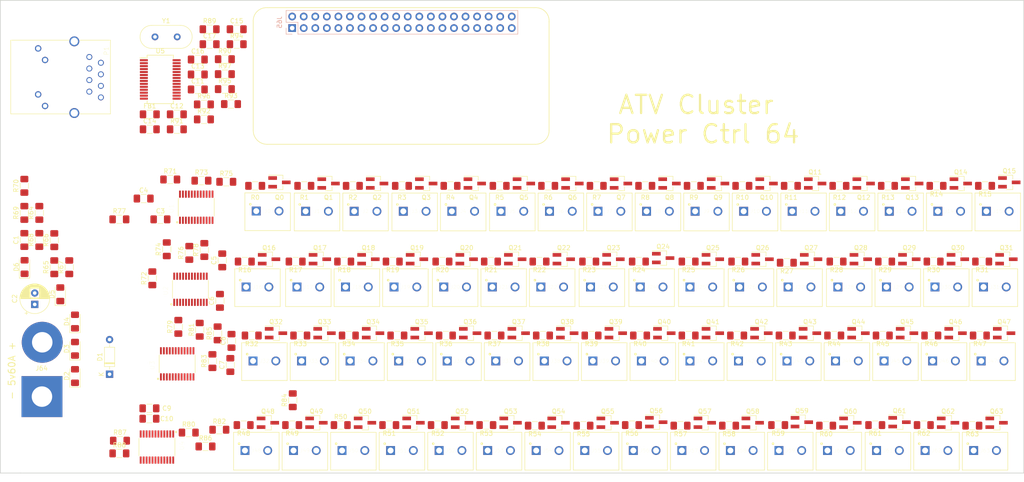
<source format=kicad_pcb>
(kicad_pcb (version 20171130) (host pcbnew "(5.1.5)-3")
  (title_block (title "Raspberry Pi Zero (W) uHAT Template Board") (date 2019-02-28) (rev 1.0) (comment 1 "This PCB design is licensed under MIT Open Source License."))
  (layers (0 F.Cu signal) (31 B.Cu signal) (34 B.Paste user hide) (35 F.Paste user hide) (36 B.SilkS user) (37 F.SilkS user) (38 B.Mask user hide) (39 F.Mask user hide) (44 Edge.Cuts user))
  (net 0 "")
  (net 1 +5V)
  (net 2 GND)
  (net 3 +3V3)
  (net 4 "Net-(C11-Pad1)")
  (net 5 "Net-(C12-Pad1)")
  (net 6 "Net-(C13-Pad1)")
  (net 7 "Net-(C14-Pad2)")
  (net 8 "Net-(C15-Pad1)")
  (net 9 "Net-(D2-Pad2)")
  (net 10 "Net-(D3-Pad2)")
  (net 11 "Net-(D4-Pad2)")
  (net 12 "Net-(D5-Pad2)")
  (net 13 "Net-(D6-Pad2)")
  (net 14 "Net-(J1-Pad2)")
  (net 15 "Net-(J2-Pad2)")
  (net 16 "Net-(J3-Pad2)")
  (net 17 "Net-(J4-Pad2)")
  (net 18 "Net-(J5-Pad2)")
  (net 19 "Net-(J6-Pad2)")
  (net 20 "Net-(J7-Pad2)")
  (net 21 "Net-(J8-Pad2)")
  (net 22 "Net-(J9-Pad2)")
  (net 23 "Net-(J10-Pad2)")
  (net 24 "Net-(J11-Pad2)")
  (net 25 "Net-(J12-Pad2)")
  (net 26 "Net-(J13-Pad2)")
  (net 27 "Net-(J14-Pad2)")
  (net 28 "Net-(J15-Pad2)")
  (net 29 "Net-(J16-Pad2)")
  (net 30 "Net-(J17-Pad2)")
  (net 31 "Net-(J18-Pad2)")
  (net 32 "Net-(J19-Pad2)")
  (net 33 "Net-(J20-Pad2)")
  (net 34 "Net-(J21-Pad2)")
  (net 35 "Net-(J22-Pad2)")
  (net 36 "Net-(J23-Pad2)")
  (net 37 "Net-(J24-Pad2)")
  (net 38 "Net-(J25-Pad2)")
  (net 39 "Net-(J26-Pad2)")
  (net 40 "Net-(J27-Pad2)")
  (net 41 "Net-(J28-Pad2)")
  (net 42 "Net-(J29-Pad2)")
  (net 43 "Net-(J30-Pad2)")
  (net 44 "Net-(J31-Pad2)")
  (net 45 "Net-(J32-Pad2)")
  (net 46 "Net-(J33-Pad2)")
  (net 47 "Net-(J34-Pad2)")
  (net 48 "Net-(J35-Pad2)")
  (net 49 "Net-(J36-Pad2)")
  (net 50 "Net-(J37-Pad2)")
  (net 51 "Net-(J38-Pad2)")
  (net 52 "Net-(J39-Pad2)")
  (net 53 "Net-(J40-Pad2)")
  (net 54 "Net-(J41-Pad2)")
  (net 55 "Net-(J42-Pad2)")
  (net 56 "Net-(J43-Pad2)")
  (net 57 "Net-(J44-Pad2)")
  (net 58 "Net-(J45-Pad2)")
  (net 59 "Net-(J46-Pad2)")
  (net 60 "Net-(J47-Pad2)")
  (net 61 "Net-(J48-Pad2)")
  (net 62 "Net-(J49-Pad2)")
  (net 63 "Net-(J50-Pad2)")
  (net 64 "Net-(J51-Pad2)")
  (net 65 "Net-(J52-Pad2)")
  (net 66 "Net-(J53-Pad2)")
  (net 67 "Net-(J54-Pad2)")
  (net 68 "Net-(J55-Pad2)")
  (net 69 "Net-(J56-Pad2)")
  (net 70 "Net-(J57-Pad2)")
  (net 71 "Net-(J58-Pad2)")
  (net 72 "Net-(J59-Pad2)")
  (net 73 "Net-(J60-Pad2)")
  (net 74 "Net-(J61-Pad2)")
  (net 75 "Net-(J62-Pad2)")
  (net 76 "Net-(J63-Pad2)")
  (net 77 /SDA)
  (net 78 /SCL)
  (net 79 /GPIO4_GPIO_GCLK)
  (net 80 /GPIO14_TXD0)
  (net 81 /GPIO15_RXD0)
  (net 82 /GPIO17_GEN0)
  (net 83 /GPIO18_GEN1)
  (net 84 /GPIO27_GEN2)
  (net 85 /GPIO22_GEN3)
  (net 86 /GPIO23_GEN4)
  (net 87 /GPIO24_GEN5)
  (net 88 /GPIO10_SPI_MOSI)
  (net 89 /GPIO9_SPI_MISO)
  (net 90 /GPIO25_GEN6)
  (net 91 /GPIO11_SPI_SCLK)
  (net 92 /GPIO8_SPI_CE0_N)
  (net 93 /GPIO7_SPI_CE1_N)
  (net 94 /ID_SD)
  (net 95 /ID_SC)
  (net 96 /GPIO5)
  (net 97 /GPIO6)
  (net 98 /GPIO12)
  (net 99 /GPIO13)
  (net 100 /GPIO19)
  (net 101 /GPIO16)
  (net 102 /GPIO26)
  (net 103 /GPIO20)
  (net 104 /GPIO21)
  (net 105 /ethernet/TPIN-)
  (net 106 /ethernet/TPIN+)
  (net 107 "Net-(P1-PadR6)")
  (net 108 "Net-(P1-PadR5)")
  (net 109 "Net-(P1-PadR4)")
  (net 110 /ethernet/TPOUT-)
  (net 111 /ethernet/TPOUT+)
  (net 112 /ethernet/LEDB)
  (net 113 /ethernet/LEDA)
  (net 114 "Net-(R72-Pad2)")
  (net 115 "Net-(R73-Pad2)")
  (net 116 "Net-(R74-Pad2)")
  (net 117 "Net-(R75-Pad2)")
  (net 118 "Net-(R76-Pad2)")
  (net 119 /gpio_exp_led/GPIO17_GEN0)
  (net 120 /gpio_exp_led/GPIO18_GEN1)
  (net 121 "Net-(R80-Pad2)")
  (net 122 "Net-(R81-Pad2)")
  (net 123 "Net-(R82-Pad2)")
  (net 124 "Net-(R83-Pad2)")
  (net 125 "Net-(R84-Pad2)")
  (net 126 /gpio_exp_led/GPIO27_GEN2)
  (net 127 /gpio_exp_led/GPIO22_GEN3)
  (net 128 /gpio_exp_led/SDA)
  (net 129 /gpio_exp_led/SCL)
  (net 130 /ethernet/eth_rst)
  (net 131 "Net-(R91-Pad1)")
  (net 132 /ethernet/GPIO8_SPI_CE0_N)
  (net 133 "Net-(U5-Pad3)")
  (net 134 /ethernet/GPIO25_GEN6)
  (net 135 "Net-(U5-Pad5)")
  (net 136 /ethernet/GPIO9_SPI_MISO)
  (net 137 /ethernet/GPIO10_SPI_MOSI)
  (net 138 /ethernet/GPIO11_SPI_SCLK)
  (net 139 "Net-(J0-Pad2)")
  (net 140 "Net-(R71-Pad2)")
  (net 141 "Net-(R79-Pad2)")
  (net 142 "Net-(R90-Pad1)")
  (net 143 "Net-(R96-Pad1)")
  (net 144 pwr_toggle_00)
  (net 145 pwr_toggle_01)
  (net 146 pwr_toggle_02)
  (net 147 pwr_toggle_03)
  (net 148 pwr_toggle_04)
  (net 149 pwr_toggle_05)
  (net 150 pwr_toggle_06)
  (net 151 pwr_toggle_07)
  (net 152 pwr_toggle_08)
  (net 153 pwr_toggle_09)
  (net 154 pwr_toggle_10)
  (net 155 pwr_toggle_11)
  (net 156 pwr_toggle_12)
  (net 157 pwr_toggle_13)
  (net 158 pwr_toggle_14)
  (net 159 pwr_toggle_15)
  (net 160 pwr_toggle_16)
  (net 161 pwr_toggle_17)
  (net 162 pwr_toggle_18)
  (net 163 pwr_toggle_19)
  (net 164 pwr_toggle_20)
  (net 165 pwr_toggle_21)
  (net 166 pwr_toggle_22)
  (net 167 pwr_toggle_23)
  (net 168 pwr_toggle_24)
  (net 169 pwr_toggle_25)
  (net 170 pwr_toggle_26)
  (net 171 pwr_toggle_27)
  (net 172 pwr_toggle_28)
  (net 173 pwr_toggle_29)
  (net 174 pwr_toggle_30)
  (net 175 pwr_toggle_31)
  (net 176 pwr_toggle_32)
  (net 177 pwr_toggle_33)
  (net 178 pwr_toggle_34)
  (net 179 pwr_toggle_35)
  (net 180 pwr_toggle_36)
  (net 181 pwr_toggle_37)
  (net 182 pwr_toggle_38)
  (net 183 pwr_toggle_39)
  (net 184 pwr_toggle_40)
  (net 185 pwr_toggle_41)
  (net 186 pwr_toggle_42)
  (net 187 pwr_toggle_43)
  (net 188 pwr_toggle_44)
  (net 189 pwr_toggle_45)
  (net 190 pwr_toggle_46)
  (net 191 pwr_toggle_47)
  (net 192 pwr_toggle_48)
  (net 193 pwr_toggle_49)
  (net 194 pwr_toggle_50)
  (net 195 pwr_toggle_51)
  (net 196 pwr_toggle_52)
  (net 197 pwr_toggle_53)
  (net 198 pwr_toggle_54)
  (net 199 pwr_toggle_55)
  (net 200 pwr_toggle_56)
  (net 201 pwr_toggle_57)
  (net 202 pwr_toggle_58)
  (net 203 pwr_toggle_59)
  (net 204 pwr_toggle_60)
  (net 205 pwr_toggle_61)
  (net 206 pwr_toggle_62)
  (net 207 pwr_toggle_63)
  (module lib:MountingHole_2.7mm_M2.5_uHAT_RPi (layer F.Cu) (at 164.466 23.067)
    (fp_text reference H2 hide)
    (fp_text value MountingHole hide)
    (pad "" np_thru_hole circle (at 0 0) (size 2.7 2.7) (drill 2.7) (layers *.Cu *.Mask) (clearance 1.75))
  )
  (module lib:MountingHole_2.7mm_M2.5_uHAT_RPi (layer F.Cu) (at 164.3254 46.3591)
    (fp_text reference H3 hide)
    (fp_text value MountingHole hide)
    (pad "" np_thru_hole circle (at 0 0) (size 2.7 2.7) (drill 2.7) (layers *.Cu *.Mask) (clearance 1.75))
  )
  (module lib:MountingHole_2.7mm_M2.5_uHAT_RPi (layer F.Cu) (at 106.3254 46.3591)
    (fp_text reference H4 hide)
    (fp_text value MountingHole hide)
    (pad "" np_thru_hole circle (at 0 0) (size 2.7 2.7) (drill 2.7) (layers *.Cu *.Mask) (clearance 1.75))
  )
  (module Capacitor_SMD:C_1206_3216Metric_Pad1.42x1.75mm_HandSolder (layer F.Cu) (at 52.522001 70.902999 90)
    (fp_text reference C1 (at 0 -1.82 90) (layer F.SilkS))
    (fp_text value 100n)
    (pad 2 smd roundrect (at 1.4875 0 90) (size 1.425 1.75) (layers F.Cu F.Paste F.Mask) (roundrect_rratio 0.175439) (net 1 +5V))
    (pad 1 smd roundrect (at -1.4875 0 90) (size 1.425 1.75) (layers F.Cu F.Paste F.Mask) (roundrect_rratio 0.175439) (net 2 GND))
  )
  (module Capacitor_THT:CP_Radial_D6.3mm_P2.50mm (layer F.Cu) (at 54.802001 85.067758 90)
    (fp_text reference C2 (at 1.25 -4.4 90) (layer F.SilkS))
    (fp_text value 100u)
    (pad 1 thru_hole rect (at 0 0 90) (size 1.6 1.6) (drill 0.8) (layers *.Cu *.Mask) (net 1 +5V))
    (pad 2 thru_hole circle (at 2.5 0 90) (size 1.6 1.6) (drill 0.8) (layers *.Cu *.Mask) (net 2 GND))
  )
  (module Capacitor_SMD:C_1206_3216Metric_Pad1.42x1.75mm_HandSolder (layer F.Cu) (at 82.424 66.374)
    (fp_text reference C3 (at 0 -1.82) (layer F.SilkS))
    (fp_text value 100n)
    (pad 2 smd roundrect (at 1.4875 0) (size 1.425 1.75) (layers F.Cu F.Paste F.Mask) (roundrect_rratio 0.175439) (net 3 +3V3))
    (pad 1 smd roundrect (at -1.4875 0) (size 1.425 1.75) (layers F.Cu F.Paste F.Mask) (roundrect_rratio 0.175439) (net 2 GND))
  )
  (module Capacitor_SMD:C_1206_3216Metric_Pad1.42x1.75mm_HandSolder (layer F.Cu) (at 78.741 61.802)
    (fp_text reference C4 (at 0 -1.82) (layer F.SilkS))
    (fp_text value 10u)
    (pad 2 smd roundrect (at 1.4875 0) (size 1.425 1.75) (layers F.Cu F.Paste F.Mask) (roundrect_rratio 0.175439) (net 3 +3V3))
    (pad 1 smd roundrect (at -1.4875 0) (size 1.425 1.75) (layers F.Cu F.Paste F.Mask) (roundrect_rratio 0.175439) (net 2 GND))
  )
  (module Capacitor_SMD:C_1206_3216Metric_Pad1.42x1.75mm_HandSolder (layer F.Cu) (at 96.013 75.391 90)
    (fp_text reference C5 (at 0 -1.82 90) (layer F.SilkS))
    (fp_text value 100n)
    (pad 1 smd roundrect (at -1.4875 0 90) (size 1.425 1.75) (layers F.Cu F.Paste F.Mask) (roundrect_rratio 0.175439) (net 2 GND))
    (pad 2 smd roundrect (at 1.4875 0 90) (size 1.425 1.75) (layers F.Cu F.Paste F.Mask) (roundrect_rratio 0.175439) (net 3 +3V3))
  )
  (module Capacitor_SMD:C_1206_3216Metric_Pad1.42x1.75mm_HandSolder (layer F.Cu) (at 95.505 84.281 90)
    (fp_text reference C6 (at 0 -1.82 90) (layer F.SilkS))
    (fp_text value 10u)
    (pad 1 smd roundrect (at -1.4875 0 90) (size 1.425 1.75) (layers F.Cu F.Paste F.Mask) (roundrect_rratio 0.175439) (net 2 GND))
    (pad 2 smd roundrect (at 1.4875 0 90) (size 1.425 1.75) (layers F.Cu F.Paste F.Mask) (roundrect_rratio 0.175439) (net 3 +3V3))
  )
  (module Capacitor_SMD:C_1206_3216Metric_Pad1.42x1.75mm_HandSolder (layer F.Cu) (at 97.791 98.378 90)
    (fp_text reference C7 (at 0 -1.82 90) (layer F.SilkS))
    (fp_text value 100n)
    (pad 2 smd roundrect (at 1.4875 0 90) (size 1.425 1.75) (layers F.Cu F.Paste F.Mask) (roundrect_rratio 0.175439) (net 3 +3V3))
    (pad 1 smd roundrect (at -1.4875 0 90) (size 1.425 1.75) (layers F.Cu F.Paste F.Mask) (roundrect_rratio 0.175439) (net 2 GND))
  )
  (module Capacitor_SMD:C_1206_3216Metric_Pad1.42x1.75mm_HandSolder (layer F.Cu) (at 98.045 93.0805 90)
    (fp_text reference C8 (at 0 -1.82 90) (layer F.SilkS))
    (fp_text value 10u)
    (pad 1 smd roundrect (at -1.4875 0 90) (size 1.425 1.75) (layers F.Cu F.Paste F.Mask) (roundrect_rratio 0.175439) (net 2 GND))
    (pad 2 smd roundrect (at 1.4875 0 90) (size 1.425 1.75) (layers F.Cu F.Paste F.Mask) (roundrect_rratio 0.175439) (net 3 +3V3))
  )
  (module Capacitor_SMD:C_1206_3216Metric_Pad1.42x1.75mm_HandSolder (layer F.Cu) (at 80.011 110.189 180)
    (fp_text reference C9 (at -3.81 2.286 180) (layer F.SilkS))
    (fp_text value 100n)
    (pad 2 smd roundrect (at 1.4875 0 180) (size 1.425 1.75) (layers F.Cu F.Paste F.Mask) (roundrect_rratio 0.175439) (net 3 +3V3))
    (pad 1 smd roundrect (at -1.4875 0 180) (size 1.425 1.75) (layers F.Cu F.Paste F.Mask) (roundrect_rratio 0.175439) (net 2 GND))
  )
  (module Capacitor_SMD:C_1206_3216Metric_Pad1.42x1.75mm_HandSolder (layer F.Cu) (at 80.011 107.903 180)
    (fp_text reference C10 (at -3.81 -2.286 180) (layer F.SilkS))
    (fp_text value 10u)
    (pad 1 smd roundrect (at -1.4875 0 180) (size 1.425 1.75) (layers F.Cu F.Paste F.Mask) (roundrect_rratio 0.175439) (net 2 GND))
    (pad 2 smd roundrect (at 1.4875 0 180) (size 1.425 1.75) (layers F.Cu F.Paste F.Mask) (roundrect_rratio 0.175439) (net 3 +3V3))
  )
  (module Capacitor_SMD:C_1206_3216Metric_Pad1.42x1.75mm_HandSolder (layer F.Cu) (at 90.636001 37.823001)
    (fp_text reference C11 (at 0 -1.82) (layer F.SilkS))
    (fp_text value 100n)
    (pad 1 smd roundrect (at -1.4875 0) (size 1.425 1.75) (layers F.Cu F.Paste F.Mask) (roundrect_rratio 0.175439) (net 4 "Net-(C11-Pad1)"))
    (pad 2 smd roundrect (at 1.4875 0) (size 1.425 1.75) (layers F.Cu F.Paste F.Mask) (roundrect_rratio 0.175439) (net 2 GND))
  )
  (module Capacitor_SMD:C_1206_3216Metric_Pad1.42x1.75mm_HandSolder (layer F.Cu) (at 86.036001 43.293001)
    (fp_text reference C12 (at 0 -1.82) (layer F.SilkS))
    (fp_text value 30p)
    (pad 2 smd roundrect (at 1.4875 0) (size 1.425 1.75) (layers F.Cu F.Paste F.Mask) (roundrect_rratio 0.175439) (net 2 GND))
    (pad 1 smd roundrect (at -1.4875 0) (size 1.425 1.75) (layers F.Cu F.Paste F.Mask) (roundrect_rratio 0.175439) (net 5 "Net-(C12-Pad1)"))
  )
  (module Capacitor_SMD:C_1206_3216Metric_Pad1.42x1.75mm_HandSolder (layer F.Cu) (at 90.636001 34.533001)
    (fp_text reference C13 (at 0 -1.82) (layer F.SilkS))
    (fp_text value 30p)
    (pad 1 smd roundrect (at -1.4875 0) (size 1.425 1.75) (layers F.Cu F.Paste F.Mask) (roundrect_rratio 0.175439) (net 6 "Net-(C13-Pad1)"))
    (pad 2 smd roundrect (at 1.4875 0) (size 1.425 1.75) (layers F.Cu F.Paste F.Mask) (roundrect_rratio 0.175439) (net 2 GND))
  )
  (module Capacitor_SMD:C_1206_3216Metric_Pad1.42x1.75mm_HandSolder (layer F.Cu) (at 80.086001 46.583001)
    (fp_text reference C14 (at 0 -1.82) (layer F.SilkS))
    (fp_text value 10u)
    (pad 2 smd roundrect (at 1.4875 0) (size 1.425 1.75) (layers F.Cu F.Paste F.Mask) (roundrect_rratio 0.175439) (net 7 "Net-(C14-Pad2)"))
    (pad 1 smd roundrect (at -1.4875 0) (size 1.425 1.75) (layers F.Cu F.Paste F.Mask) (roundrect_rratio 0.175439) (net 2 GND))
  )
  (module Capacitor_SMD:C_1206_3216Metric_Pad1.42x1.75mm_HandSolder (layer F.Cu) (at 99.186001 24.593001)
    (fp_text reference C15 (at 0 -1.82) (layer F.SilkS))
    (fp_text value 100n)
    (pad 1 smd roundrect (at -1.4875 0) (size 1.425 1.75) (layers F.Cu F.Paste F.Mask) (roundrect_rratio 0.175439) (net 8 "Net-(C15-Pad1)"))
    (pad 2 smd roundrect (at 1.4875 0) (size 1.425 1.75) (layers F.Cu F.Paste F.Mask) (roundrect_rratio 0.175439) (net 2 GND))
  )
  (module Capacitor_SMD:C_1206_3216Metric_Pad1.42x1.75mm_HandSolder (layer F.Cu) (at 90.636001 31.243001)
    (fp_text reference C16 (at 0 -1.82) (layer F.SilkS))
    (fp_text value 100n)
    (pad 2 smd roundrect (at 1.4875 0) (size 1.425 1.75) (layers F.Cu F.Paste F.Mask) (roundrect_rratio 0.175439) (net 3 +3V3))
    (pad 1 smd roundrect (at -1.4875 0) (size 1.425 1.75) (layers F.Cu F.Paste F.Mask) (roundrect_rratio 0.175439) (net 2 GND))
  )
  (module Capacitor_SMD:C_1206_3216Metric_Pad1.42x1.75mm_HandSolder (layer F.Cu) (at 93.236001 27.883001)
    (fp_text reference C17 (at 0 -1.82) (layer F.SilkS))
    (fp_text value 10u)
    (pad 1 smd roundrect (at -1.4875 0) (size 1.425 1.75) (layers F.Cu F.Paste F.Mask) (roundrect_rratio 0.175439) (net 2 GND))
    (pad 2 smd roundrect (at 1.4875 0) (size 1.425 1.75) (layers F.Cu F.Paste F.Mask) (roundrect_rratio 0.175439) (net 3 +3V3))
  )
  (module Diode_THT:D_DO-35_SOD27_P7.62mm_Horizontal (layer F.Cu) (at 71.248 100.41 90)
    (fp_text reference D1 (at 3.81 -2.12 90) (layer F.SilkS))
    (fp_text value 5.6v)
    (fp_text user K (at 0 -1.8 90) (layer F.SilkS))
    (pad 1 thru_hole rect (at 0 0 90) (size 1.6 1.6) (drill 0.8) (layers *.Cu *.Mask) (net 1 +5V))
    (pad 2 thru_hole oval (at 7.62 0 90) (size 1.6 1.6) (drill 0.8) (layers *.Cu *.Mask) (net 2 GND))
  )
  (module LED_SMD:LED_1206_3216Metric_Pad1.42x1.75mm_HandSolder (layer F.Cu) (at 63.652001 100.807999 90)
    (fp_text reference D2 (at 0 -1.82 90) (layer F.SilkS))
    (fp_text value Blue)
    (pad 1 smd roundrect (at -1.4875 0 90) (size 1.425 1.75) (layers F.Cu F.Paste F.Mask) (roundrect_rratio 0.175439) (net 2 GND))
    (pad 2 smd roundrect (at 1.4875 0 90) (size 1.425 1.75) (layers F.Cu F.Paste F.Mask) (roundrect_rratio 0.175439) (net 9 "Net-(D2-Pad2)"))
  )
  (module LED_SMD:LED_1206_3216Metric_Pad1.42x1.75mm_HandSolder (layer F.Cu) (at 63.652001 94.817999 90)
    (fp_text reference D3 (at 0 -1.82 90) (layer F.SilkS))
    (fp_text value Green)
    (pad 1 smd roundrect (at -1.4875 0 90) (size 1.425 1.75) (layers F.Cu F.Paste F.Mask) (roundrect_rratio 0.175439) (net 2 GND))
    (pad 2 smd roundrect (at 1.4875 0 90) (size 1.425 1.75) (layers F.Cu F.Paste F.Mask) (roundrect_rratio 0.175439) (net 10 "Net-(D3-Pad2)"))
  )
  (module LED_SMD:LED_1206_3216Metric_Pad1.42x1.75mm_HandSolder (layer F.Cu) (at 63.652001 88.827999 90)
    (fp_text reference D4 (at 0 -1.82 90) (layer F.SilkS))
    (fp_text value Green)
    (pad 2 smd roundrect (at 1.4875 0 90) (size 1.425 1.75) (layers F.Cu F.Paste F.Mask) (roundrect_rratio 0.175439) (net 11 "Net-(D4-Pad2)"))
    (pad 1 smd roundrect (at -1.4875 0 90) (size 1.425 1.75) (layers F.Cu F.Paste F.Mask) (roundrect_rratio 0.175439) (net 2 GND))
  )
  (module LED_SMD:LED_1206_3216Metric_Pad1.42x1.75mm_HandSolder (layer F.Cu) (at 60.422001 82.837999 90)
    (fp_text reference D5 (at 0 -1.82 90) (layer F.SilkS))
    (fp_text value Green)
    (pad 1 smd roundrect (at -1.4875 0 90) (size 1.425 1.75) (layers F.Cu F.Paste F.Mask) (roundrect_rratio 0.175439) (net 2 GND))
    (pad 2 smd roundrect (at 1.4875 0 90) (size 1.425 1.75) (layers F.Cu F.Paste F.Mask) (roundrect_rratio 0.175439) (net 12 "Net-(D5-Pad2)"))
  )
  (module LED_SMD:LED_1206_3216Metric_Pad1.42x1.75mm_HandSolder (layer F.Cu) (at 52.572001 76.847999 90)
    (fp_text reference D6 (at 0 -1.82 90) (layer F.SilkS))
    (fp_text value Green)
    (pad 2 smd roundrect (at 1.4875 0 90) (size 1.425 1.75) (layers F.Cu F.Paste F.Mask) (roundrect_rratio 0.175439) (net 13 "Net-(D6-Pad2)"))
    (pad 1 smd roundrect (at -1.4875 0 90) (size 1.425 1.75) (layers F.Cu F.Paste F.Mask) (roundrect_rratio 0.175439) (net 2 GND))
  )
  (module Inductor_SMD:L_1206_3216Metric_Pad1.42x1.75mm_HandSolder (layer F.Cu) (at 80.086001 43.293001)
    (fp_text reference FB1 (at 0 -1.82) (layer F.SilkS))
    (fp_text value 80mA)
    (pad 1 smd roundrect (at -1.4875 0) (size 1.425 1.75) (layers F.Cu F.Paste F.Mask) (roundrect_rratio 0.175439) (net 3 +3V3))
    (pad 2 smd roundrect (at 1.4875 0) (size 1.425 1.75) (layers F.Cu F.Paste F.Mask) (roundrect_rratio 0.175439) (net 4 "Net-(C11-Pad1)"))
  )
  (module lib:MountingHole_2.7mm_M2.5_uHAT_RPi (layer F.Cu) (at 106.3 23.321)
    (fp_text reference H1 hide)
    (fp_text value MountingHole)
    (pad "" np_thru_hole circle (at 0 0) (size 2.7 2.7) (drill 2.7) (layers *.Cu *.Mask) (clearance 1.75))
  )
  (module lib:PHOENIX_1935161 (layer F.Cu) (at 116.841 64.596)
    (fp_text reference J1 (at 0 0) (layer F.SilkS) (effects (font (size 0.787402 0.787402) (thickness 0.015))))
    (fp_text value phoenix_1935161)
    (pad 1 thru_hole rect (at -2.5 0) (size 1.95 1.95) (drill 1.3) (layers *.Cu *.Mask) (net 2 GND))
    (pad 2 thru_hole circle (at 2.5 0) (size 1.95 1.95) (drill 1.3) (layers *.Cu *.Mask) (net 14 "Net-(J1-Pad2)"))
  )
  (module lib:PHOENIX_1935161 (layer F.Cu) (at 127.509 64.596)
    (fp_text reference J2 (at 0 0) (layer F.SilkS) (effects (font (size 0.787402 0.787402) (thickness 0.015))))
    (fp_text value phoenix_1935161)
    (pad 2 thru_hole circle (at 2.5 0) (size 1.95 1.95) (drill 1.3) (layers *.Cu *.Mask) (net 15 "Net-(J2-Pad2)"))
    (pad 1 thru_hole rect (at -2.5 0) (size 1.95 1.95) (drill 1.3) (layers *.Cu *.Mask) (net 2 GND))
  )
  (module lib:PHOENIX_1935161 (layer F.Cu) (at 138.304 64.596)
    (fp_text reference J3 (at 0 0) (layer F.SilkS) (effects (font (size 0.787402 0.787402) (thickness 0.015))))
    (fp_text value phoenix_1935161)
    (pad 2 thru_hole circle (at 2.5 0) (size 1.95 1.95) (drill 1.3) (layers *.Cu *.Mask) (net 16 "Net-(J3-Pad2)"))
    (pad 1 thru_hole rect (at -2.5 0) (size 1.95 1.95) (drill 1.3) (layers *.Cu *.Mask) (net 2 GND))
  )
  (module lib:PHOENIX_1935161 (layer F.Cu) (at 148.972 64.596)
    (fp_text reference J4 (at 0 0) (layer F.SilkS) (effects (font (size 0.787402 0.787402) (thickness 0.015))))
    (fp_text value phoenix_1935161)
    (pad 1 thru_hole rect (at -2.5 0) (size 1.95 1.95) (drill 1.3) (layers *.Cu *.Mask) (net 2 GND))
    (pad 2 thru_hole circle (at 2.5 0) (size 1.95 1.95) (drill 1.3) (layers *.Cu *.Mask) (net 17 "Net-(J4-Pad2)"))
  )
  (module lib:PHOENIX_1935161 (layer F.Cu) (at 159.767 64.596)
    (fp_text reference J5 (at 0 0) (layer F.SilkS) (effects (font (size 0.787402 0.787402) (thickness 0.015))))
    (fp_text value phoenix_1935161)
    (pad 2 thru_hole circle (at 2.5 0) (size 1.95 1.95) (drill 1.3) (layers *.Cu *.Mask) (net 18 "Net-(J5-Pad2)"))
    (pad 1 thru_hole rect (at -2.5 0) (size 1.95 1.95) (drill 1.3) (layers *.Cu *.Mask) (net 2 GND))
  )
  (module lib:PHOENIX_1935161 (layer F.Cu) (at 170.435 64.596)
    (fp_text reference J6 (at 0 0) (layer F.SilkS) (effects (font (size 0.787402 0.787402) (thickness 0.015))))
    (fp_text value phoenix_1935161)
    (pad 1 thru_hole rect (at -2.5 0) (size 1.95 1.95) (drill 1.3) (layers *.Cu *.Mask) (net 2 GND))
    (pad 2 thru_hole circle (at 2.5 0) (size 1.95 1.95) (drill 1.3) (layers *.Cu *.Mask) (net 19 "Net-(J6-Pad2)"))
  )
  (module lib:PHOENIX_1935161 (layer F.Cu) (at 181.103 64.596)
    (fp_text reference J7 (at 0 0) (layer F.SilkS) (effects (font (size 0.787402 0.787402) (thickness 0.015))))
    (fp_text value phoenix_1935161)
    (pad 2 thru_hole circle (at 2.5 0) (size 1.95 1.95) (drill 1.3) (layers *.Cu *.Mask) (net 20 "Net-(J7-Pad2)"))
    (pad 1 thru_hole rect (at -2.5 0) (size 1.95 1.95) (drill 1.3) (layers *.Cu *.Mask) (net 2 GND))
  )
  (module lib:PHOENIX_1935161 (layer F.Cu) (at 191.771 64.596)
    (fp_text reference J8 (at 0 0) (layer F.SilkS) (effects (font (size 0.787402 0.787402) (thickness 0.015))))
    (fp_text value phoenix_1935161)
    (pad 1 thru_hole rect (at -2.5 0) (size 1.95 1.95) (drill 1.3) (layers *.Cu *.Mask) (net 2 GND))
    (pad 2 thru_hole circle (at 2.5 0) (size 1.95 1.95) (drill 1.3) (layers *.Cu *.Mask) (net 21 "Net-(J8-Pad2)"))
  )
  (module lib:PHOENIX_1935161 (layer F.Cu) (at 202.439 64.596)
    (fp_text reference J9 (at 0 0) (layer F.SilkS) (effects (font (size 0.787402 0.787402) (thickness 0.015))))
    (fp_text value phoenix_1935161)
    (pad 1 thru_hole rect (at -2.5 0) (size 1.95 1.95) (drill 1.3) (layers *.Cu *.Mask) (net 2 GND))
    (pad 2 thru_hole circle (at 2.5 0) (size 1.95 1.95) (drill 1.3) (layers *.Cu *.Mask) (net 22 "Net-(J9-Pad2)"))
  )
  (module lib:PHOENIX_1935161 (layer F.Cu) (at 266.447 64.596)
    (fp_text reference J15 (at 0 0) (layer F.SilkS) (effects (font (size 0.787402 0.787402) (thickness 0.015))))
    (fp_text value phoenix_1935161)
    (pad 2 thru_hole circle (at 2.5 0) (size 1.95 1.95) (drill 1.3) (layers *.Cu *.Mask) (net 28 "Net-(J15-Pad2)"))
    (pad 1 thru_hole rect (at -2.5 0) (size 1.95 1.95) (drill 1.3) (layers *.Cu *.Mask) (net 2 GND))
  )
  (module lib:PHOENIX_1935161 (layer F.Cu) (at 255.779 64.596)
    (fp_text reference J14 (at 0 0) (layer F.SilkS) (effects (font (size 0.787402 0.787402) (thickness 0.015))))
    (fp_text value phoenix_1935161)
    (pad 1 thru_hole rect (at -2.5 0) (size 1.95 1.95) (drill 1.3) (layers *.Cu *.Mask) (net 2 GND))
    (pad 2 thru_hole circle (at 2.5 0) (size 1.95 1.95) (drill 1.3) (layers *.Cu *.Mask) (net 27 "Net-(J14-Pad2)"))
  )
  (module lib:PHOENIX_1935161 (layer F.Cu) (at 103.76 81.233)
    (fp_text reference J16 (at 0 0) (layer F.SilkS) (effects (font (size 0.787402 0.787402) (thickness 0.015))))
    (fp_text value phoenix_1935161)
    (pad 2 thru_hole circle (at 2.5 0) (size 1.95 1.95) (drill 1.3) (layers *.Cu *.Mask) (net 29 "Net-(J16-Pad2)"))
    (pad 1 thru_hole rect (at -2.5 0) (size 1.95 1.95) (drill 1.3) (layers *.Cu *.Mask) (net 2 GND))
  )
  (module lib:PHOENIX_1935161 (layer F.Cu) (at 114.936 81.233)
    (fp_text reference J17 (at 0 0) (layer F.SilkS) (effects (font (size 0.787402 0.787402) (thickness 0.015))))
    (fp_text value phoenix_1935161)
    (pad 1 thru_hole rect (at -2.5 0) (size 1.95 1.95) (drill 1.3) (layers *.Cu *.Mask) (net 2 GND))
    (pad 2 thru_hole circle (at 2.5 0) (size 1.95 1.95) (drill 1.3) (layers *.Cu *.Mask) (net 30 "Net-(J17-Pad2)"))
  )
  (module lib:PHOENIX_1935161 (layer F.Cu) (at 136.272 81.233)
    (fp_text reference J19 (at 0 0) (layer F.SilkS) (effects (font (size 0.787402 0.787402) (thickness 0.015))))
    (fp_text value phoenix_1935161)
    (pad 2 thru_hole circle (at 2.5 0) (size 1.95 1.95) (drill 1.3) (layers *.Cu *.Mask) (net 32 "Net-(J19-Pad2)"))
    (pad 1 thru_hole rect (at -2.5 0) (size 1.95 1.95) (drill 1.3) (layers *.Cu *.Mask) (net 2 GND))
  )
  (module lib:PHOENIX_1935161 (layer F.Cu) (at 213.107 64.596)
    (fp_text reference J10 (at 0 0) (layer F.SilkS) (effects (font (size 0.787402 0.787402) (thickness 0.015))))
    (fp_text value phoenix_1935161)
    (pad 1 thru_hole rect (at -2.5 0) (size 1.95 1.95) (drill 1.3) (layers *.Cu *.Mask) (net 2 GND))
    (pad 2 thru_hole circle (at 2.5 0) (size 1.95 1.95) (drill 1.3) (layers *.Cu *.Mask) (net 23 "Net-(J10-Pad2)"))
  )
  (module lib:PHOENIX_1935161 (layer F.Cu) (at 223.775 64.596)
    (fp_text reference J11 (at 0 0) (layer F.SilkS) (effects (font (size 0.787402 0.787402) (thickness 0.015))))
    (fp_text value phoenix_1935161)
    (pad 2 thru_hole circle (at 2.5 0) (size 1.95 1.95) (drill 1.3) (layers *.Cu *.Mask) (net 24 "Net-(J11-Pad2)"))
    (pad 1 thru_hole rect (at -2.5 0) (size 1.95 1.95) (drill 1.3) (layers *.Cu *.Mask) (net 2 GND))
  )
  (module lib:PHOENIX_1935161 (layer F.Cu) (at 245.111 64.596)
    (fp_text reference J13 (at 0 0) (layer F.SilkS) (effects (font (size 0.787402 0.787402) (thickness 0.015))))
    (fp_text value phoenix_1935161)
    (pad 1 thru_hole rect (at -2.5 0) (size 1.95 1.95) (drill 1.3) (layers *.Cu *.Mask) (net 2 GND))
    (pad 2 thru_hole circle (at 2.5 0) (size 1.95 1.95) (drill 1.3) (layers *.Cu *.Mask) (net 26 "Net-(J13-Pad2)"))
  )
  (module lib:PHOENIX_1935161 (layer F.Cu) (at 125.604 81.233)
    (fp_text reference J18 (at 0 0) (layer F.SilkS) (effects (font (size 0.787402 0.787402) (thickness 0.015))))
    (fp_text value phoenix_1935161)
    (pad 1 thru_hole rect (at -2.5 0) (size 1.95 1.95) (drill 1.3) (layers *.Cu *.Mask) (net 2 GND))
    (pad 2 thru_hole circle (at 2.5 0) (size 1.95 1.95) (drill 1.3) (layers *.Cu *.Mask) (net 31 "Net-(J18-Pad2)"))
  )
  (module lib:PHOENIX_1935161 (layer F.Cu) (at 234.443 64.596)
    (fp_text reference J12 (at 0 0) (layer F.SilkS) (effects (font (size 0.787402 0.787402) (thickness 0.015))))
    (fp_text value phoenix_1935161)
    (pad 2 thru_hole circle (at 2.5 0) (size 1.95 1.95) (drill 1.3) (layers *.Cu *.Mask) (net 25 "Net-(J12-Pad2)"))
    (pad 1 thru_hole rect (at -2.5 0) (size 1.95 1.95) (drill 1.3) (layers *.Cu *.Mask) (net 2 GND))
  )
  (module lib:PHOENIX_1935161 (layer F.Cu) (at 147.194 81.233)
    (fp_text reference J20 (at 0 0) (layer F.SilkS) (effects (font (size 0.787402 0.787402) (thickness 0.015))))
    (fp_text value phoenix_1935161)
    (pad 1 thru_hole rect (at -2.5 0) (size 1.95 1.95) (drill 1.3) (layers *.Cu *.Mask) (net 2 GND))
    (pad 2 thru_hole circle (at 2.5 0) (size 1.95 1.95) (drill 1.3) (layers *.Cu *.Mask) (net 33 "Net-(J20-Pad2)"))
  )
  (module lib:PHOENIX_1935161 (layer F.Cu) (at 157.862 81.233)
    (fp_text reference J21 (at 0 0) (layer F.SilkS) (effects (font (size 0.787402 0.787402) (thickness 0.015))))
    (fp_text value phoenix_1935161)
    (pad 1 thru_hole rect (at -2.5 0) (size 1.95 1.95) (drill 1.3) (layers *.Cu *.Mask) (net 2 GND))
    (pad 2 thru_hole circle (at 2.5 0) (size 1.95 1.95) (drill 1.3) (layers *.Cu *.Mask) (net 34 "Net-(J21-Pad2)"))
  )
  (module lib:PHOENIX_1935161 (layer F.Cu) (at 168.53 81.233)
    (fp_text reference J22 (at 0 0) (layer F.SilkS) (effects (font (size 0.787402 0.787402) (thickness 0.015))))
    (fp_text value phoenix_1935161)
    (pad 2 thru_hole circle (at 2.5 0) (size 1.95 1.95) (drill 1.3) (layers *.Cu *.Mask) (net 35 "Net-(J22-Pad2)"))
    (pad 1 thru_hole rect (at -2.5 0) (size 1.95 1.95) (drill 1.3) (layers *.Cu *.Mask) (net 2 GND))
  )
  (module lib:PHOENIX_1935161 (layer F.Cu) (at 179.452 81.233)
    (fp_text reference J23 (at 0 0) (layer F.SilkS) (effects (font (size 0.787402 0.787402) (thickness 0.015))))
    (fp_text value phoenix_1935161)
    (pad 2 thru_hole circle (at 2.5 0) (size 1.95 1.95) (drill 1.3) (layers *.Cu *.Mask) (net 36 "Net-(J23-Pad2)"))
    (pad 1 thru_hole rect (at -2.5 0) (size 1.95 1.95) (drill 1.3) (layers *.Cu *.Mask) (net 2 GND))
  )
  (module lib:PHOENIX_1935161 (layer F.Cu) (at 190.374 81.233)
    (fp_text reference J24 (at 0 0) (layer F.SilkS) (effects (font (size 0.787402 0.787402) (thickness 0.015))))
    (fp_text value phoenix_1935161)
    (pad 2 thru_hole circle (at 2.5 0) (size 1.95 1.95) (drill 1.3) (layers *.Cu *.Mask) (net 37 "Net-(J24-Pad2)"))
    (pad 1 thru_hole rect (at -2.5 0) (size 1.95 1.95) (drill 1.3) (layers *.Cu *.Mask) (net 2 GND))
  )
  (module lib:PHOENIX_1935161 (layer F.Cu) (at 201.296 81.233)
    (fp_text reference J25 (at 0 0) (layer F.SilkS) (effects (font (size 0.787402 0.787402) (thickness 0.015))))
    (fp_text value phoenix_1935161)
    (pad 2 thru_hole circle (at 2.5 0) (size 1.95 1.95) (drill 1.3) (layers *.Cu *.Mask) (net 38 "Net-(J25-Pad2)"))
    (pad 1 thru_hole rect (at -2.5 0) (size 1.95 1.95) (drill 1.3) (layers *.Cu *.Mask) (net 2 GND))
  )
  (module lib:PHOENIX_1935161 (layer F.Cu) (at 212.218 81.233)
    (fp_text reference J26 (at 0 0) (layer F.SilkS) (effects (font (size 0.787402 0.787402) (thickness 0.015))))
    (fp_text value phoenix_1935161)
    (pad 1 thru_hole rect (at -2.5 0) (size 1.95 1.95) (drill 1.3) (layers *.Cu *.Mask) (net 2 GND))
    (pad 2 thru_hole circle (at 2.5 0) (size 1.95 1.95) (drill 1.3) (layers *.Cu *.Mask) (net 39 "Net-(J26-Pad2)"))
  )
  (module lib:PHOENIX_1935161 (layer F.Cu) (at 222.886 81.233)
    (fp_text reference J27 (at 0 0) (layer F.SilkS) (effects (font (size 0.787402 0.787402) (thickness 0.015))))
    (fp_text value phoenix_1935161)
    (pad 1 thru_hole rect (at -2.5 0) (size 1.95 1.95) (drill 1.3) (layers *.Cu *.Mask) (net 2 GND))
    (pad 2 thru_hole circle (at 2.5 0) (size 1.95 1.95) (drill 1.3) (layers *.Cu *.Mask) (net 40 "Net-(J27-Pad2)"))
  )
  (module lib:PHOENIX_1935161 (layer F.Cu) (at 233.808 81.233)
    (fp_text reference J28 (at 0 0) (layer F.SilkS) (effects (font (size 0.787402 0.787402) (thickness 0.015))))
    (fp_text value phoenix_1935161)
    (pad 1 thru_hole rect (at -2.5 0) (size 1.95 1.95) (drill 1.3) (layers *.Cu *.Mask) (net 2 GND))
    (pad 2 thru_hole circle (at 2.5 0) (size 1.95 1.95) (drill 1.3) (layers *.Cu *.Mask) (net 41 "Net-(J28-Pad2)"))
  )
  (module lib:PHOENIX_1935161 (layer F.Cu) (at 244.476 81.233)
    (fp_text reference J29 (at 0 0) (layer F.SilkS) (effects (font (size 0.787402 0.787402) (thickness 0.015))))
    (fp_text value phoenix_1935161)
    (pad 2 thru_hole circle (at 2.5 0) (size 1.95 1.95) (drill 1.3) (layers *.Cu *.Mask) (net 42 "Net-(J29-Pad2)"))
    (pad 1 thru_hole rect (at -2.5 0) (size 1.95 1.95) (drill 1.3) (layers *.Cu *.Mask) (net 2 GND))
  )
  (module lib:PHOENIX_1935161 (layer F.Cu) (at 137.288 97.489)
    (fp_text reference J35 (at 0 0) (layer F.SilkS) (effects (font (size 0.787402 0.787402) (thickness 0.015))))
    (fp_text value phoenix_1935161)
    (pad 2 thru_hole circle (at 2.5 0) (size 1.95 1.95) (drill 1.3) (layers *.Cu *.Mask) (net 48 "Net-(J35-Pad2)"))
    (pad 1 thru_hole rect (at -2.5 0) (size 1.95 1.95) (drill 1.3) (layers *.Cu *.Mask) (net 2 GND))
  )
  (module lib:PHOENIX_1935161 (layer F.Cu) (at 126.62 97.489)
    (fp_text reference J34 (at 0 0) (layer F.SilkS) (effects (font (size 0.787402 0.787402) (thickness 0.015))))
    (fp_text value phoenix_1935161)
    (pad 2 thru_hole circle (at 2.5 0) (size 1.95 1.95) (drill 1.3) (layers *.Cu *.Mask) (net 47 "Net-(J34-Pad2)"))
    (pad 1 thru_hole rect (at -2.5 0) (size 1.95 1.95) (drill 1.3) (layers *.Cu *.Mask) (net 2 GND))
  )
  (module lib:PHOENIX_1935161 (layer F.Cu) (at 147.956 97.489)
    (fp_text reference J36 (at 0 0) (layer F.SilkS) (effects (font (size 0.787402 0.787402) (thickness 0.015))))
    (fp_text value phoenix_1935161)
    (pad 2 thru_hole circle (at 2.5 0) (size 1.95 1.95) (drill 1.3) (layers *.Cu *.Mask) (net 49 "Net-(J36-Pad2)"))
    (pad 1 thru_hole rect (at -2.5 0) (size 1.95 1.95) (drill 1.3) (layers *.Cu *.Mask) (net 2 GND))
  )
  (module lib:PHOENIX_1935161 (layer F.Cu) (at 158.624 97.489)
    (fp_text reference J37 (at 0 0) (layer F.SilkS) (effects (font (size 0.787402 0.787402) (thickness 0.015))))
    (fp_text value phoenix_1935161)
    (pad 1 thru_hole rect (at -2.5 0) (size 1.95 1.95) (drill 1.3) (layers *.Cu *.Mask) (net 2 GND))
    (pad 2 thru_hole circle (at 2.5 0) (size 1.95 1.95) (drill 1.3) (layers *.Cu *.Mask) (net 50 "Net-(J37-Pad2)"))
  )
  (module lib:PHOENIX_1935161 (layer F.Cu) (at 179.96 97.489)
    (fp_text reference J39 (at 0 0) (layer F.SilkS) (effects (font (size 0.787402 0.787402) (thickness 0.015))))
    (fp_text value phoenix_1935161)
    (pad 1 thru_hole rect (at -2.5 0) (size 1.95 1.95) (drill 1.3) (layers *.Cu *.Mask) (net 2 GND))
    (pad 2 thru_hole circle (at 2.5 0) (size 1.95 1.95) (drill 1.3) (layers *.Cu *.Mask) (net 52 "Net-(J39-Pad2)"))
  )
  (module lib:PHOENIX_1935161 (layer F.Cu) (at 255.144 81.233)
    (fp_text reference J30 (at 0 0) (layer F.SilkS) (effects (font (size 0.787402 0.787402) (thickness 0.015))))
    (fp_text value phoenix_1935161)
    (pad 2 thru_hole circle (at 2.5 0) (size 1.95 1.95) (drill 1.3) (layers *.Cu *.Mask) (net 43 "Net-(J30-Pad2)"))
    (pad 1 thru_hole rect (at -2.5 0) (size 1.95 1.95) (drill 1.3) (layers *.Cu *.Mask) (net 2 GND))
  )
  (module lib:PHOENIX_1935161 (layer F.Cu) (at 265.812 81.233)
    (fp_text reference J31 (at 0 0) (layer F.SilkS) (effects (font (size 0.787402 0.787402) (thickness 0.015))))
    (fp_text value phoenix_1935161)
    (pad 1 thru_hole rect (at -2.5 0) (size 1.95 1.95) (drill 1.3) (layers *.Cu *.Mask) (net 2 GND))
    (pad 2 thru_hole circle (at 2.5 0) (size 1.95 1.95) (drill 1.3) (layers *.Cu *.Mask) (net 44 "Net-(J31-Pad2)"))
  )
  (module lib:PHOENIX_1935161 (layer F.Cu) (at 115.952 97.489)
    (fp_text reference J33 (at 0 0) (layer F.SilkS) (effects (font (size 0.787402 0.787402) (thickness 0.015))))
    (fp_text value phoenix_1935161)
    (pad 2 thru_hole circle (at 2.5 0) (size 1.95 1.95) (drill 1.3) (layers *.Cu *.Mask) (net 46 "Net-(J33-Pad2)"))
    (pad 1 thru_hole rect (at -2.5 0) (size 1.95 1.95) (drill 1.3) (layers *.Cu *.Mask) (net 2 GND))
  )
  (module lib:PHOENIX_1935161 (layer F.Cu) (at 169.292 97.489)
    (fp_text reference J38 (at 0 0) (layer F.SilkS) (effects (font (size 0.787402 0.787402) (thickness 0.015))))
    (fp_text value phoenix_1935161)
    (pad 2 thru_hole circle (at 2.5 0) (size 1.95 1.95) (drill 1.3) (layers *.Cu *.Mask) (net 51 "Net-(J38-Pad2)"))
    (pad 1 thru_hole rect (at -2.5 0) (size 1.95 1.95) (drill 1.3) (layers *.Cu *.Mask) (net 2 GND))
  )
  (module lib:PHOENIX_1935161 (layer F.Cu) (at 105.284 97.489)
    (fp_text reference J32 (at 0 0) (layer F.SilkS) (effects (font (size 0.787402 0.787402) (thickness 0.015))))
    (fp_text value phoenix_1935161)
    (pad 2 thru_hole circle (at 2.5 0) (size 1.95 1.95) (drill 1.3) (layers *.Cu *.Mask) (net 45 "Net-(J32-Pad2)"))
    (pad 1 thru_hole rect (at -2.5 0) (size 1.95 1.95) (drill 1.3) (layers *.Cu *.Mask) (net 2 GND))
  )
  (module lib:PHOENIX_1935161 (layer F.Cu) (at 190.628 97.489)
    (fp_text reference J40 (at 0 0) (layer F.SilkS) (effects (font (size 0.787402 0.787402) (thickness 0.015))))
    (fp_text value phoenix_1935161)
    (pad 2 thru_hole circle (at 2.5 0) (size 1.95 1.95) (drill 1.3) (layers *.Cu *.Mask) (net 53 "Net-(J40-Pad2)"))
    (pad 1 thru_hole rect (at -2.5 0) (size 1.95 1.95) (drill 1.3) (layers *.Cu *.Mask) (net 2 GND))
  )
  (module lib:PHOENIX_1935161 (layer F.Cu) (at 201.296 97.489)
    (fp_text reference J41 (at 0 0) (layer F.SilkS) (effects (font (size 0.787402 0.787402) (thickness 0.015))))
    (fp_text value phoenix_1935161)
    (pad 1 thru_hole rect (at -2.5 0) (size 1.95 1.95) (drill 1.3) (layers *.Cu *.Mask) (net 2 GND))
    (pad 2 thru_hole circle (at 2.5 0) (size 1.95 1.95) (drill 1.3) (layers *.Cu *.Mask) (net 54 "Net-(J41-Pad2)"))
  )
  (module lib:PHOENIX_1935161 (layer F.Cu) (at 211.964 97.489)
    (fp_text reference J42 (at 0 0) (layer F.SilkS) (effects (font (size 0.787402 0.787402) (thickness 0.015))))
    (fp_text value phoenix_1935161)
    (pad 1 thru_hole rect (at -2.5 0) (size 1.95 1.95) (drill 1.3) (layers *.Cu *.Mask) (net 2 GND))
    (pad 2 thru_hole circle (at 2.5 0) (size 1.95 1.95) (drill 1.3) (layers *.Cu *.Mask) (net 55 "Net-(J42-Pad2)"))
  )
  (module lib:PHOENIX_1935161 (layer F.Cu) (at 222.632 97.489)
    (fp_text reference J43 (at 0 0) (layer F.SilkS) (effects (font (size 0.787402 0.787402) (thickness 0.015))))
    (fp_text value phoenix_1935161)
    (pad 1 thru_hole rect (at -2.5 0) (size 1.95 1.95) (drill 1.3) (layers *.Cu *.Mask) (net 2 GND))
    (pad 2 thru_hole circle (at 2.5 0) (size 1.95 1.95) (drill 1.3) (layers *.Cu *.Mask) (net 56 "Net-(J43-Pad2)"))
  )
  (module lib:PHOENIX_1935161 (layer F.Cu) (at 233.3 97.489)
    (fp_text reference J44 (at 0 0) (layer F.SilkS) (effects (font (size 0.787402 0.787402) (thickness 0.015))))
    (fp_text value phoenix_1935161)
    (pad 2 thru_hole circle (at 2.5 0) (size 1.95 1.95) (drill 1.3) (layers *.Cu *.Mask) (net 57 "Net-(J44-Pad2)"))
    (pad 1 thru_hole rect (at -2.5 0) (size 1.95 1.95) (drill 1.3) (layers *.Cu *.Mask) (net 2 GND))
  )
  (module lib:PHOENIX_1935161 (layer F.Cu) (at 243.968 97.489)
    (fp_text reference J45 (at 0 0) (layer F.SilkS) (effects (font (size 0.787402 0.787402) (thickness 0.015))))
    (fp_text value phoenix_1935161)
    (pad 2 thru_hole circle (at 2.5 0) (size 1.95 1.95) (drill 1.3) (layers *.Cu *.Mask) (net 58 "Net-(J45-Pad2)"))
    (pad 1 thru_hole rect (at -2.5 0) (size 1.95 1.95) (drill 1.3) (layers *.Cu *.Mask) (net 2 GND))
  )
  (module lib:PHOENIX_1935161 (layer F.Cu) (at 254.636 97.489)
    (fp_text reference J46 (at 0 0) (layer F.SilkS) (effects (font (size 0.787402 0.787402) (thickness 0.015))))
    (fp_text value phoenix_1935161)
    (pad 1 thru_hole rect (at -2.5 0) (size 1.95 1.95) (drill 1.3) (layers *.Cu *.Mask) (net 2 GND))
    (pad 2 thru_hole circle (at 2.5 0) (size 1.95 1.95) (drill 1.3) (layers *.Cu *.Mask) (net 59 "Net-(J46-Pad2)"))
  )
  (module lib:PHOENIX_1935161 (layer F.Cu) (at 265.304 97.489)
    (fp_text reference J47 (at 0 0) (layer F.SilkS) (effects (font (size 0.787402 0.787402) (thickness 0.015))))
    (fp_text value phoenix_1935161)
    (pad 2 thru_hole circle (at 2.5 0) (size 1.95 1.95) (drill 1.3) (layers *.Cu *.Mask) (net 60 "Net-(J47-Pad2)"))
    (pad 1 thru_hole rect (at -2.5 0) (size 1.95 1.95) (drill 1.3) (layers *.Cu *.Mask) (net 2 GND))
  )
  (module lib:PHOENIX_1935161 (layer F.Cu) (at 103.506 117.174)
    (fp_text reference J48 (at 0 0) (layer F.SilkS) (effects (font (size 0.787402 0.787402) (thickness 0.015))))
    (fp_text value phoenix_1935161)
    (pad 2 thru_hole circle (at 2.5 0) (size 1.95 1.95) (drill 1.3) (layers *.Cu *.Mask) (net 61 "Net-(J48-Pad2)"))
    (pad 1 thru_hole rect (at -2.5 0) (size 1.95 1.95) (drill 1.3) (layers *.Cu *.Mask) (net 2 GND))
  )
  (module lib:PHOENIX_1935161 (layer F.Cu) (at 114.174 117.174)
    (fp_text reference J49 (at 0 0) (layer F.SilkS) (effects (font (size 0.787402 0.787402) (thickness 0.015))))
    (fp_text value phoenix_1935161)
    (pad 2 thru_hole circle (at 2.5 0) (size 1.95 1.95) (drill 1.3) (layers *.Cu *.Mask) (net 62 "Net-(J49-Pad2)"))
    (pad 1 thru_hole rect (at -2.5 0) (size 1.95 1.95) (drill 1.3) (layers *.Cu *.Mask) (net 2 GND))
  )
  (module lib:PHOENIX_1935161 (layer F.Cu) (at 178.182 117.174)
    (fp_text reference J55 (at 0 0) (layer F.SilkS) (effects (font (size 0.787402 0.787402) (thickness 0.015))))
    (fp_text value phoenix_1935161)
    (pad 2 thru_hole circle (at 2.5 0) (size 1.95 1.95) (drill 1.3) (layers *.Cu *.Mask) (net 68 "Net-(J55-Pad2)"))
    (pad 1 thru_hole rect (at -2.5 0) (size 1.95 1.95) (drill 1.3) (layers *.Cu *.Mask) (net 2 GND))
  )
  (module lib:PHOENIX_1935161 (layer F.Cu) (at 167.514 117.174)
    (fp_text reference J54 (at 0 0) (layer F.SilkS) (effects (font (size 0.787402 0.787402) (thickness 0.015))))
    (fp_text value phoenix_1935161)
    (pad 1 thru_hole rect (at -2.5 0) (size 1.95 1.95) (drill 1.3) (layers *.Cu *.Mask) (net 2 GND))
    (pad 2 thru_hole circle (at 2.5 0) (size 1.95 1.95) (drill 1.3) (layers *.Cu *.Mask) (net 67 "Net-(J54-Pad2)"))
  )
  (module lib:PHOENIX_1935161 (layer F.Cu) (at 188.85 117.174)
    (fp_text reference J56 (at 0 0) (layer F.SilkS) (effects (font (size 0.787402 0.787402) (thickness 0.015))))
    (fp_text value phoenix_1935161)
    (pad 1 thru_hole rect (at -2.5 0) (size 1.95 1.95) (drill 1.3) (layers *.Cu *.Mask) (net 2 GND))
    (pad 2 thru_hole circle (at 2.5 0) (size 1.95 1.95) (drill 1.3) (layers *.Cu *.Mask) (net 69 "Net-(J56-Pad2)"))
  )
  (module lib:PHOENIX_1935161 (layer F.Cu) (at 199.518 117.174)
    (fp_text reference J57 (at 0 0) (layer F.SilkS) (effects (font (size 0.787402 0.787402) (thickness 0.015))))
    (fp_text value phoenix_1935161)
    (pad 1 thru_hole rect (at -2.5 0) (size 1.95 1.95) (drill 1.3) (layers *.Cu *.Mask) (net 2 GND))
    (pad 2 thru_hole circle (at 2.5 0) (size 1.95 1.95) (drill 1.3) (layers *.Cu *.Mask) (net 70 "Net-(J57-Pad2)"))
  )
  (module lib:PHOENIX_1935161 (layer F.Cu) (at 220.854 117.174)
    (fp_text reference J59 (at 0 0) (layer F.SilkS) (effects (font (size 0.787402 0.787402) (thickness 0.015))))
    (fp_text value phoenix_1935161)
    (pad 1 thru_hole rect (at -2.5 0) (size 1.95 1.95) (drill 1.3) (layers *.Cu *.Mask) (net 2 GND))
    (pad 2 thru_hole circle (at 2.5 0) (size 1.95 1.95) (drill 1.3) (layers *.Cu *.Mask) (net 72 "Net-(J59-Pad2)"))
  )
  (module lib:PHOENIX_1935161 (layer F.Cu) (at 124.842 117.174)
    (fp_text reference J50 (at 0 0) (layer F.SilkS) (effects (font (size 0.787402 0.787402) (thickness 0.015))))
    (fp_text value phoenix_1935161)
    (pad 1 thru_hole rect (at -2.5 0) (size 1.95 1.95) (drill 1.3) (layers *.Cu *.Mask) (net 2 GND))
    (pad 2 thru_hole circle (at 2.5 0) (size 1.95 1.95) (drill 1.3) (layers *.Cu *.Mask) (net 63 "Net-(J50-Pad2)"))
  )
  (module lib:PHOENIX_1935161 (layer F.Cu) (at 135.51 117.174)
    (fp_text reference J51 (at 0 0) (layer F.SilkS) (effects (font (size 0.787402 0.787402) (thickness 0.015))))
    (fp_text value phoenix_1935161)
    (pad 2 thru_hole circle (at 2.5 0) (size 1.95 1.95) (drill 1.3) (layers *.Cu *.Mask) (net 64 "Net-(J51-Pad2)"))
    (pad 1 thru_hole rect (at -2.5 0) (size 1.95 1.95) (drill 1.3) (layers *.Cu *.Mask) (net 2 GND))
  )
  (module lib:PHOENIX_1935161 (layer F.Cu) (at 156.846 117.174)
    (fp_text reference J53 (at 0 0) (layer F.SilkS) (effects (font (size 0.787402 0.787402) (thickness 0.015))))
    (fp_text value phoenix_1935161)
    (pad 1 thru_hole rect (at -2.5 0) (size 1.95 1.95) (drill 1.3) (layers *.Cu *.Mask) (net 2 GND))
    (pad 2 thru_hole circle (at 2.5 0) (size 1.95 1.95) (drill 1.3) (layers *.Cu *.Mask) (net 66 "Net-(J53-Pad2)"))
  )
  (module lib:PHOENIX_1935161 (layer F.Cu) (at 210.186 117.174)
    (fp_text reference J58 (at 0 0) (layer F.SilkS) (effects (font (size 0.787402 0.787402) (thickness 0.015))))
    (fp_text value phoenix_1935161)
    (pad 2 thru_hole circle (at 2.5 0) (size 1.95 1.95) (drill 1.3) (layers *.Cu *.Mask) (net 71 "Net-(J58-Pad2)"))
    (pad 1 thru_hole rect (at -2.5 0) (size 1.95 1.95) (drill 1.3) (layers *.Cu *.Mask) (net 2 GND))
  )
  (module lib:PHOENIX_1935161 (layer F.Cu) (at 146.178 117.174)
    (fp_text reference J52 (at 0 0) (layer F.SilkS) (effects (font (size 0.787402 0.787402) (thickness 0.015))))
    (fp_text value phoenix_1935161)
    (pad 1 thru_hole rect (at -2.5 0) (size 1.95 1.95) (drill 1.3) (layers *.Cu *.Mask) (net 2 GND))
    (pad 2 thru_hole circle (at 2.5 0) (size 1.95 1.95) (drill 1.3) (layers *.Cu *.Mask) (net 65 "Net-(J52-Pad2)"))
  )
  (module lib:PHOENIX_1935161 (layer F.Cu) (at 231.522 117.174)
    (fp_text reference J60 (at 0 0) (layer F.SilkS) (effects (font (size 0.787402 0.787402) (thickness 0.015))))
    (fp_text value phoenix_1935161)
    (pad 2 thru_hole circle (at 2.5 0) (size 1.95 1.95) (drill 1.3) (layers *.Cu *.Mask) (net 73 "Net-(J60-Pad2)"))
    (pad 1 thru_hole rect (at -2.5 0) (size 1.95 1.95) (drill 1.3) (layers *.Cu *.Mask) (net 2 GND))
  )
  (module lib:PHOENIX_1935161 (layer F.Cu) (at 242.317 117.174)
    (fp_text reference J61 (at 0 0) (layer F.SilkS) (effects (font (size 0.787402 0.787402) (thickness 0.015))))
    (fp_text value phoenix_1935161)
    (pad 1 thru_hole rect (at -2.5 0) (size 1.95 1.95) (drill 1.3) (layers *.Cu *.Mask) (net 2 GND))
    (pad 2 thru_hole circle (at 2.5 0) (size 1.95 1.95) (drill 1.3) (layers *.Cu *.Mask) (net 74 "Net-(J61-Pad2)"))
  )
  (module lib:PHOENIX_1935161 (layer F.Cu) (at 263.653 117.174)
    (fp_text reference J63 (at 0 0) (layer F.SilkS) (effects (font (size 0.787402 0.787402) (thickness 0.015))))
    (fp_text value phoenix_1935161)
    (pad 1 thru_hole rect (at -2.5 0) (size 1.95 1.95) (drill 1.3) (layers *.Cu *.Mask) (net 2 GND))
    (pad 2 thru_hole circle (at 2.5 0) (size 1.95 1.95) (drill 1.3) (layers *.Cu *.Mask) (net 76 "Net-(J63-Pad2)"))
  )
  (module lib:PHOENIX_1935161 (layer F.Cu) (at 252.985 117.174)
    (fp_text reference J62 (at 0 0) (layer F.SilkS) (effects (font (size 0.787402 0.787402) (thickness 0.015))))
    (fp_text value phoenix_1935161)
    (pad 1 thru_hole rect (at -2.5 0) (size 1.95 1.95) (drill 1.3) (layers *.Cu *.Mask) (net 2 GND))
    (pad 2 thru_hole circle (at 2.5 0) (size 1.95 1.95) (drill 1.3) (layers *.Cu *.Mask) (net 75 "Net-(J62-Pad2)"))
  )
  (module lib:SolderWirePad_1x02_P9.0mm_Drill4.5mm (layer F.Cu) (at 56.453501 105.264999 90)
    (fp_text reference J64 (at 6.1595 -0.127) (layer F.SilkS))
    (fp_text value phoenix_1935161)
    (pad 1 thru_hole rect (at -0.0635 -0.0635 90) (size 9 9) (drill 4.5) (layers *.Cu *.Mask) (net 2 GND))
    (pad 2 thru_hole circle (at 11.8745 0 90) (size 9 9) (drill 4.5) (layers *.Cu *.Mask) (net 1 +5V))
  )
  (module lib:PinSocket_2x20_P2.54mm_Vertical_Centered_Anchor (layer B.Cu) (at 135.51 23.067 270)
    (fp_text reference J65 (at 0 26.9 270) (layer B.SilkS) (effects (justify mirror)))
    (fp_text value GPIO_CONNECTOR)
    (pad 1 thru_hole rect (at 1.27 24.13 270) (size 1.7 1.7) (drill 1) (layers *.Cu *.Mask) (net 3 +3V3))
    (pad 2 thru_hole oval (at -1.27 24.13 270) (size 1.7 1.7) (drill 1) (layers *.Cu *.Mask) (net 1 +5V))
    (pad 3 thru_hole oval (at 1.27 21.59 270) (size 1.7 1.7) (drill 1) (layers *.Cu *.Mask) (net 77 /SDA))
    (pad 4 thru_hole oval (at -1.27 21.59 270) (size 1.7 1.7) (drill 1) (layers *.Cu *.Mask) (net 1 +5V))
    (pad 5 thru_hole oval (at 1.27 19.05 270) (size 1.7 1.7) (drill 1) (layers *.Cu *.Mask) (net 78 /SCL))
    (pad 6 thru_hole oval (at -1.27 19.05 270) (size 1.7 1.7) (drill 1) (layers *.Cu *.Mask) (net 2 GND))
    (pad 7 thru_hole oval (at 1.27 16.51 270) (size 1.7 1.7) (drill 1) (layers *.Cu *.Mask) (net 79 /GPIO4_GPIO_GCLK))
    (pad 8 thru_hole oval (at -1.27 16.51 270) (size 1.7 1.7) (drill 1) (layers *.Cu *.Mask) (net 80 /GPIO14_TXD0))
    (pad 9 thru_hole oval (at 1.27 13.97 270) (size 1.7 1.7) (drill 1) (layers *.Cu *.Mask) (net 2 GND))
    (pad 10 thru_hole oval (at -1.27 13.97 270) (size 1.7 1.7) (drill 1) (layers *.Cu *.Mask) (net 81 /GPIO15_RXD0))
    (pad 11 thru_hole oval (at 1.27 11.43 270) (size 1.7 1.7) (drill 1) (layers *.Cu *.Mask) (net 82 /GPIO17_GEN0))
    (pad 12 thru_hole oval (at -1.27 11.43 270) (size 1.7 1.7) (drill 1) (layers *.Cu *.Mask) (net 83 /GPIO18_GEN1))
    (pad 13 thru_hole oval (at 1.27 8.89 270) (size 1.7 1.7) (drill 1) (layers *.Cu *.Mask) (net 84 /GPIO27_GEN2))
    (pad 14 thru_hole oval (at -1.27 8.89 270) (size 1.7 1.7) (drill 1) (layers *.Cu *.Mask) (net 2 GND))
    (pad 15 thru_hole oval (at 1.27 6.35 270) (size 1.7 1.7) (drill 1) (layers *.Cu *.Mask) (net 85 /GPIO22_GEN3))
    (pad 16 thru_hole oval (at -1.27 6.35 270) (size 1.7 1.7) (drill 1) (layers *.Cu *.Mask) (net 86 /GPIO23_GEN4))
    (pad 17 thru_hole oval (at 1.27 3.81 270) (size 1.7 1.7) (drill 1) (layers *.Cu *.Mask) (net 3 +3V3))
    (pad 18 thru_hole oval (at -1.27 3.81 270) (size 1.7 1.7) (drill 1) (layers *.Cu *.Mask) (net 87 /GPIO24_GEN5))
    (pad 19 thru_hole oval (at 1.27 1.27 270) (size 1.7 1.7) (drill 1) (layers *.Cu *.Mask) (net 88 /GPIO10_SPI_MOSI))
    (pad 20 thru_hole oval (at -1.27 1.27 270) (size 1.7 1.7) (drill 1) (layers *.Cu *.Mask) (net 2 GND))
    (pad 21 thru_hole oval (at 1.27 -1.27 270) (size 1.7 1.7) (drill 1) (layers *.Cu *.Mask) (net 89 /GPIO9_SPI_MISO))
    (pad 22 thru_hole oval (at -1.27 -1.27 270) (size 1.7 1.7) (drill 1) (layers *.Cu *.Mask) (net 90 /GPIO25_GEN6))
    (pad 23 thru_hole oval (at 1.27 -3.81 270) (size 1.7 1.7) (drill 1) (layers *.Cu *.Mask) (net 91 /GPIO11_SPI_SCLK))
    (pad 24 thru_hole oval (at -1.27 -3.81 270) (size 1.7 1.7) (drill 1) (layers *.Cu *.Mask) (net 92 /GPIO8_SPI_CE0_N))
    (pad 25 thru_hole oval (at 1.27 -6.35 270) (size 1.7 1.7) (drill 1) (layers *.Cu *.Mask) (net 2 GND))
    (pad 26 thru_hole oval (at -1.27 -6.35 270) (size 1.7 1.7) (drill 1) (layers *.Cu *.Mask) (net 93 /GPIO7_SPI_CE1_N))
    (pad 27 thru_hole oval (at 1.27 -8.89 270) (size 1.7 1.7) (drill 1) (layers *.Cu *.Mask) (net 94 /ID_SD))
    (pad 28 thru_hole oval (at -1.27 -8.89 270) (size 1.7 1.7) (drill 1) (layers *.Cu *.Mask) (net 95 /ID_SC))
    (pad 29 thru_hole oval (at 1.27 -11.43 270) (size 1.7 1.7) (drill 1) (layers *.Cu *.Mask) (net 96 /GPIO5))
    (pad 30 thru_hole oval (at -1.27 -11.43 270) (size 1.7 1.7) (drill 1) (layers *.Cu *.Mask) (net 2 GND))
    (pad 31 thru_hole oval (at 1.27 -13.97 270) (size 1.7 1.7) (drill 1) (layers *.Cu *.Mask) (net 97 /GPIO6))
    (pad 32 thru_hole oval (at -1.27 -13.97 270) (size 1.7 1.7) (drill 1) (layers *.Cu *.Mask) (net 98 /GPIO12))
    (pad 33 thru_hole oval (at 1.27 -16.51 270) (size 1.7 1.7) (drill 1) (layers *.Cu *.Mask) (net 99 /GPIO13))
    (pad 34 thru_hole oval (at -1.27 -16.51 270) (size 1.7 1.7) (drill 1) (layers *.Cu *.Mask) (net 2 GND))
    (pad 35 thru_hole oval (at 1.27 -19.05 270) (size 1.7 1.7) (drill 1) (layers *.Cu *.Mask) (net 100 /GPIO19))
    (pad 36 thru_hole oval (at -1.27 -19.05 270) (size 1.7 1.7) (drill 1) (layers *.Cu *.Mask) (net 101 /GPIO16))
    (pad 37 thru_hole oval (at 1.27 -21.59 270) (size 1.7 1.7) (drill 1) (layers *.Cu *.Mask) (net 102 /GPIO26))
    (pad 38 thru_hole oval (at -1.27 -21.59 270) (size 1.7 1.7) (drill 1) (layers *.Cu *.Mask) (net 103 /GPIO20))
    (pad 39 thru_hole oval (at 1.27 -24.13 270) (size 1.7 1.7) (drill 1) (layers *.Cu *.Mask) (net 2 GND))
    (pad 40 thru_hole oval (at -1.27 -24.13 270) (size 1.7 1.7) (drill 1) (layers *.Cu *.Mask) (net 104 /GPIO21))
  )
  (module WIZNET_RB1-125BAG1A (layer F.Cu) (at 60.453 35.132 270)
    (fp_text reference P1 (at -5.7785 -10.0965 90) (layer F.SilkS) (effects (font (thickness 0.05))))
    (fp_text value RB1-125BAG1A)
    (pad R8 thru_hole circle (at 4.44421 -8.88896 270) (size 1.3 1.3) (drill 0.9) (layers *.Cu *.Mask) (net 105 /ethernet/TPIN-))
    (pad R7 thru_hole circle (at 3.17421 -6.34896 270) (size 1.3 1.3) (drill 0.9) (layers *.Cu *.Mask) (net 106 /ethernet/TPIN+))
    (pad R6 thru_hole circle (at 1.90421 -8.88896 270) (size 1.3 1.3) (drill 0.9) (layers *.Cu *.Mask) (net 107 "Net-(P1-PadR6)"))
    (pad R5 thru_hole circle (at 0.634209 -6.34896 270) (size 1.3 1.3) (drill 0.9) (layers *.Cu *.Mask) (net 108 "Net-(P1-PadR5)"))
    (pad R4 thru_hole circle (at -0.635791 -8.88896 270) (size 1.3 1.3) (drill 0.9) (layers *.Cu *.Mask) (net 109 "Net-(P1-PadR4)"))
    (pad R3 thru_hole circle (at -1.90579 -6.34896 270) (size 1.3 1.3) (drill 0.9) (layers *.Cu *.Mask) (net 4 "Net-(C11-Pad1)"))
    (pad R2 thru_hole circle (at -3.17579 -8.88896 270) (size 1.3 1.3) (drill 0.9) (layers *.Cu *.Mask) (net 110 /ethernet/TPOUT-))
    (pad R1 thru_hole circle (at -4.44579 -6.34896 270) (size 1.3 1.3) (drill 0.9) (layers *.Cu *.Mask) (net 111 /ethernet/TPOUT+))
    (pad S1 thru_hole circle (at -7.87579 -3.04896 270) (size 2.1844 2.1844) (drill 1.6) (layers *.Cu *.Mask) (net 2 GND))
    (pad S2 thru_hole circle (at 7.87421 -3.04896 270) (size 2.1844 2.1844) (drill 1.6) (layers *.Cu *.Mask) (net 2 GND))
    (pad None np_thru_hole circle (at 5.71421 0.001041 270) (size 3.3 3.3) (drill 3.3) (layers *.Cu *.Mask))
    (pad None np_thru_hole circle (at -5.71579 0.001041 270) (size 3.3 3.3) (drill 3.3) (layers *.Cu *.Mask))
    (pad L1 thru_hole circle (at 6.32547 3.37963 270) (size 1.408 1.408) (drill 0.9) (layers *.Cu *.Mask) (net 112 /ethernet/LEDB))
    (pad L4 thru_hole circle (at -6.32453 4.89963 270) (size 1.408 1.408) (drill 0.9) (layers *.Cu *.Mask) (net 2 GND))
    (pad L3 thru_hole circle (at -3.78638 3.37913 270) (size 1.408 1.408) (drill 0.9) (layers *.Cu *.Mask) (net 113 /ethernet/LEDA))
    (pad L2 thru_hole circle (at 3.78362 4.89913 270) (size 1.408 1.408) (drill 0.9) (layers *.Cu *.Mask) (net 2 GND))
  )
  (module Package_TO_SOT_SMD:SOT-23_Handsoldering (layer F.Cu) (at 119.381 58.5)
    (fp_text reference Q1 (at 0 3.048) (layer F.SilkS))
    (fp_text value Q_NMOS_GSD)
    (pad 3 smd rect (at 1.5 0) (size 1.9 0.8) (layers F.Cu F.Paste F.Mask) (net 1 +5V))
    (pad 2 smd rect (at -1.5 0.95) (size 1.9 0.8) (layers F.Cu F.Paste F.Mask) (net 14 "Net-(J1-Pad2)"))
    (pad 1 smd rect (at -1.5 -0.95) (size 1.9 0.8) (layers F.Cu F.Paste F.Mask) (net 145 pwr_toggle_01))
  )
  (module Package_TO_SOT_SMD:SOT-23_Handsoldering (layer F.Cu) (at 130.049 58.5)
    (fp_text reference Q2 (at 0 3.048) (layer F.SilkS))
    (fp_text value Q_NMOS_GSD)
    (pad 1 smd rect (at -1.5 -0.95) (size 1.9 0.8) (layers F.Cu F.Paste F.Mask) (net 146 pwr_toggle_02))
    (pad 2 smd rect (at -1.5 0.95) (size 1.9 0.8) (layers F.Cu F.Paste F.Mask) (net 15 "Net-(J2-Pad2)"))
    (pad 3 smd rect (at 1.5 0) (size 1.9 0.8) (layers F.Cu F.Paste F.Mask) (net 1 +5V))
  )
  (module Package_TO_SOT_SMD:SOT-23_Handsoldering (layer F.Cu) (at 140.844 58.5)
    (fp_text reference Q3 (at 0 3.048) (layer F.SilkS))
    (fp_text value Q_NMOS_GSD)
    (pad 3 smd rect (at 1.5 0) (size 1.9 0.8) (layers F.Cu F.Paste F.Mask) (net 1 +5V))
    (pad 2 smd rect (at -1.5 0.95) (size 1.9 0.8) (layers F.Cu F.Paste F.Mask) (net 16 "Net-(J3-Pad2)"))
    (pad 1 smd rect (at -1.5 -0.95) (size 1.9 0.8) (layers F.Cu F.Paste F.Mask) (net 147 pwr_toggle_03))
  )
  (module Package_TO_SOT_SMD:SOT-23_Handsoldering (layer F.Cu) (at 151.512 58.5)
    (fp_text reference Q4 (at -0.254 3.048) (layer F.SilkS))
    (fp_text value Q_NMOS_GSD)
    (pad 1 smd rect (at -1.5 -0.95) (size 1.9 0.8) (layers F.Cu F.Paste F.Mask) (net 148 pwr_toggle_04))
    (pad 2 smd rect (at -1.5 0.95) (size 1.9 0.8) (layers F.Cu F.Paste F.Mask) (net 17 "Net-(J4-Pad2)"))
    (pad 3 smd rect (at 1.5 0) (size 1.9 0.8) (layers F.Cu F.Paste F.Mask) (net 1 +5V))
  )
  (module Package_TO_SOT_SMD:SOT-23_Handsoldering (layer F.Cu) (at 162.307 58.5)
    (fp_text reference Q5 (at 0 3.048) (layer F.SilkS))
    (fp_text value Q_NMOS_GSD)
    (pad 3 smd rect (at 1.5 0) (size 1.9 0.8) (layers F.Cu F.Paste F.Mask) (net 1 +5V))
    (pad 2 smd rect (at -1.5 0.95) (size 1.9 0.8) (layers F.Cu F.Paste F.Mask) (net 18 "Net-(J5-Pad2)"))
    (pad 1 smd rect (at -1.5 -0.95) (size 1.9 0.8) (layers F.Cu F.Paste F.Mask) (net 149 pwr_toggle_05))
  )
  (module Package_TO_SOT_SMD:SOT-23_Handsoldering (layer F.Cu) (at 172.975 58.5)
    (fp_text reference Q6 (at 0 3.048) (layer F.SilkS))
    (fp_text value Q_NMOS_GSD)
    (pad 1 smd rect (at -1.5 -0.95) (size 1.9 0.8) (layers F.Cu F.Paste F.Mask) (net 150 pwr_toggle_06))
    (pad 2 smd rect (at -1.5 0.95) (size 1.9 0.8) (layers F.Cu F.Paste F.Mask) (net 19 "Net-(J6-Pad2)"))
    (pad 3 smd rect (at 1.5 0) (size 1.9 0.8) (layers F.Cu F.Paste F.Mask) (net 1 +5V))
  )
  (module Package_TO_SOT_SMD:SOT-23_Handsoldering (layer F.Cu) (at 183.643 58.5)
    (fp_text reference Q7 (at 0 3.048) (layer F.SilkS))
    (fp_text value Q_NMOS_GSD)
    (pad 3 smd rect (at 1.5 0) (size 1.9 0.8) (layers F.Cu F.Paste F.Mask) (net 1 +5V))
    (pad 2 smd rect (at -1.5 0.95) (size 1.9 0.8) (layers F.Cu F.Paste F.Mask) (net 20 "Net-(J7-Pad2)"))
    (pad 1 smd rect (at -1.5 -0.95) (size 1.9 0.8) (layers F.Cu F.Paste F.Mask) (net 151 pwr_toggle_07))
  )
  (module Package_TO_SOT_SMD:SOT-23_Handsoldering (layer F.Cu) (at 194.311 58.5)
    (fp_text reference Q8 (at 0 3.048) (layer F.SilkS))
    (fp_text value Q_NMOS_GSD)
    (pad 1 smd rect (at -1.5 -0.95) (size 1.9 0.8) (layers F.Cu F.Paste F.Mask) (net 152 pwr_toggle_08))
    (pad 2 smd rect (at -1.5 0.95) (size 1.9 0.8) (layers F.Cu F.Paste F.Mask) (net 21 "Net-(J8-Pad2)"))
    (pad 3 smd rect (at 1.5 0) (size 1.9 0.8) (layers F.Cu F.Paste F.Mask) (net 1 +5V))
  )
  (module Package_TO_SOT_SMD:SOT-23_Handsoldering (layer F.Cu) (at 204.979 58.5)
    (fp_text reference Q9 (at 0 3.048) (layer F.SilkS))
    (fp_text value Q_NMOS_GSD)
    (pad 3 smd rect (at 1.5 0) (size 1.9 0.8) (layers F.Cu F.Paste F.Mask) (net 1 +5V))
    (pad 2 smd rect (at -1.5 0.95) (size 1.9 0.8) (layers F.Cu F.Paste F.Mask) (net 22 "Net-(J9-Pad2)"))
    (pad 1 smd rect (at -1.5 -0.95) (size 1.9 0.8) (layers F.Cu F.Paste F.Mask) (net 153 pwr_toggle_09))
  )
  (module Package_TO_SOT_SMD:SOT-23_Handsoldering (layer F.Cu) (at 268.987 58.246)
    (fp_text reference Q15 (at 0 -2.5) (layer F.SilkS))
    (fp_text value Q_NMOS_GSD)
    (pad 1 smd rect (at -1.5 -0.95) (size 1.9 0.8) (layers F.Cu F.Paste F.Mask) (net 159 pwr_toggle_15))
    (pad 2 smd rect (at -1.5 0.95) (size 1.9 0.8) (layers F.Cu F.Paste F.Mask) (net 28 "Net-(J15-Pad2)"))
    (pad 3 smd rect (at 1.5 0) (size 1.9 0.8) (layers F.Cu F.Paste F.Mask) (net 1 +5V))
  )
  (module Package_TO_SOT_SMD:SOT-23_Handsoldering (layer F.Cu) (at 258.319 58.5)
    (fp_text reference Q14 (at 0 -2.5) (layer F.SilkS))
    (fp_text value Q_NMOS_GSD)
    (pad 1 smd rect (at -1.5 -0.95) (size 1.9 0.8) (layers F.Cu F.Paste F.Mask) (net 158 pwr_toggle_14))
    (pad 2 smd rect (at -1.5 0.95) (size 1.9 0.8) (layers F.Cu F.Paste F.Mask) (net 27 "Net-(J14-Pad2)"))
    (pad 3 smd rect (at 1.5 0) (size 1.9 0.8) (layers F.Cu F.Paste F.Mask) (net 1 +5V))
  )
  (module Package_TO_SOT_SMD:SOT-23_Handsoldering (layer F.Cu) (at 106.3 75.137)
    (fp_text reference Q16 (at 0 -2.5) (layer F.SilkS))
    (fp_text value Q_NMOS_GSD)
    (pad 3 smd rect (at 1.5 0) (size 1.9 0.8) (layers F.Cu F.Paste F.Mask) (net 1 +5V))
    (pad 2 smd rect (at -1.5 0.95) (size 1.9 0.8) (layers F.Cu F.Paste F.Mask) (net 29 "Net-(J16-Pad2)"))
    (pad 1 smd rect (at -1.5 -0.95) (size 1.9 0.8) (layers F.Cu F.Paste F.Mask) (net 160 pwr_toggle_16))
  )
  (module Package_TO_SOT_SMD:SOT-23_Handsoldering (layer F.Cu) (at 117.476 75.137)
    (fp_text reference Q17 (at 0 -2.5) (layer F.SilkS))
    (fp_text value Q_NMOS_GSD)
    (pad 3 smd rect (at 1.5 0) (size 1.9 0.8) (layers F.Cu F.Paste F.Mask) (net 1 +5V))
    (pad 2 smd rect (at -1.5 0.95) (size 1.9 0.8) (layers F.Cu F.Paste F.Mask) (net 30 "Net-(J17-Pad2)"))
    (pad 1 smd rect (at -1.5 -0.95) (size 1.9 0.8) (layers F.Cu F.Paste F.Mask) (net 161 pwr_toggle_17))
  )
  (module Package_TO_SOT_SMD:SOT-23_Handsoldering (layer F.Cu) (at 138.812 75.137)
    (fp_text reference Q19 (at 0 -2.5) (layer F.SilkS))
    (fp_text value Q_NMOS_GSD)
    (pad 1 smd rect (at -1.5 -0.95) (size 1.9 0.8) (layers F.Cu F.Paste F.Mask) (net 163 pwr_toggle_19))
    (pad 2 smd rect (at -1.5 0.95) (size 1.9 0.8) (layers F.Cu F.Paste F.Mask) (net 32 "Net-(J19-Pad2)"))
    (pad 3 smd rect (at 1.5 0) (size 1.9 0.8) (layers F.Cu F.Paste F.Mask) (net 1 +5V))
  )
  (module Package_TO_SOT_SMD:SOT-23_Handsoldering (layer F.Cu) (at 215.647 58.5)
    (fp_text reference Q10 (at 0 3.048) (layer F.SilkS))
    (fp_text value Q_NMOS_GSD)
    (pad 1 smd rect (at -1.5 -0.95) (size 1.9 0.8) (layers F.Cu F.Paste F.Mask) (net 154 pwr_toggle_10))
    (pad 2 smd rect (at -1.5 0.95) (size 1.9 0.8) (layers F.Cu F.Paste F.Mask) (net 23 "Net-(J10-Pad2)"))
    (pad 3 smd rect (at 1.5 0) (size 1.9 0.8) (layers F.Cu F.Paste F.Mask) (net 1 +5V))
  )
  (module Package_TO_SOT_SMD:SOT-23_Handsoldering (layer F.Cu) (at 226.315 58.5)
    (fp_text reference Q11 (at 0 -2.5) (layer F.SilkS))
    (fp_text value Q_NMOS_GSD)
    (pad 3 smd rect (at 1.5 0) (size 1.9 0.8) (layers F.Cu F.Paste F.Mask) (net 1 +5V))
    (pad 2 smd rect (at -1.5 0.95) (size 1.9 0.8) (layers F.Cu F.Paste F.Mask) (net 24 "Net-(J11-Pad2)"))
    (pad 1 smd rect (at -1.5 -0.95) (size 1.9 0.8) (layers F.Cu F.Paste F.Mask) (net 155 pwr_toggle_11))
  )
  (module Package_TO_SOT_SMD:SOT-23_Handsoldering (layer F.Cu) (at 247.651 58.5)
    (fp_text reference Q13 (at 0 3.048) (layer F.SilkS))
    (fp_text value Q_NMOS_GSD)
    (pad 1 smd rect (at -1.5 -0.95) (size 1.9 0.8) (layers F.Cu F.Paste F.Mask) (net 157 pwr_toggle_13))
    (pad 2 smd rect (at -1.5 0.95) (size 1.9 0.8) (layers F.Cu F.Paste F.Mask) (net 26 "Net-(J13-Pad2)"))
    (pad 3 smd rect (at 1.5 0) (size 1.9 0.8) (layers F.Cu F.Paste F.Mask) (net 1 +5V))
  )
  (module Package_TO_SOT_SMD:SOT-23_Handsoldering (layer F.Cu) (at 128.144 75.137)
    (fp_text reference Q18 (at 0 -2.5) (layer F.SilkS))
    (fp_text value Q_NMOS_GSD)
    (pad 1 smd rect (at -1.5 -0.95) (size 1.9 0.8) (layers F.Cu F.Paste F.Mask) (net 162 pwr_toggle_18))
    (pad 2 smd rect (at -1.5 0.95) (size 1.9 0.8) (layers F.Cu F.Paste F.Mask) (net 31 "Net-(J18-Pad2)"))
    (pad 3 smd rect (at 1.5 0) (size 1.9 0.8) (layers F.Cu F.Paste F.Mask) (net 1 +5V))
  )
  (module Package_TO_SOT_SMD:SOT-23_Handsoldering (layer F.Cu) (at 236.983 58.5)
    (fp_text reference Q12 (at 0 3.048) (layer F.SilkS))
    (fp_text value Q_NMOS_GSD)
    (pad 3 smd rect (at 1.5 0) (size 1.9 0.8) (layers F.Cu F.Paste F.Mask) (net 1 +5V))
    (pad 2 smd rect (at -1.5 0.95) (size 1.9 0.8) (layers F.Cu F.Paste F.Mask) (net 25 "Net-(J12-Pad2)"))
    (pad 1 smd rect (at -1.5 -0.95) (size 1.9 0.8) (layers F.Cu F.Paste F.Mask) (net 156 pwr_toggle_12))
  )
  (module Package_TO_SOT_SMD:SOT-23_Handsoldering (layer F.Cu) (at 149.734 75.137)
    (fp_text reference Q20 (at 0 -2.5) (layer F.SilkS))
    (fp_text value Q_NMOS_GSD)
    (pad 3 smd rect (at 1.5 0) (size 1.9 0.8) (layers F.Cu F.Paste F.Mask) (net 1 +5V))
    (pad 2 smd rect (at -1.5 0.95) (size 1.9 0.8) (layers F.Cu F.Paste F.Mask) (net 33 "Net-(J20-Pad2)"))
    (pad 1 smd rect (at -1.5 -0.95) (size 1.9 0.8) (layers F.Cu F.Paste F.Mask) (net 164 pwr_toggle_20))
  )
  (module Package_TO_SOT_SMD:SOT-23_Handsoldering (layer F.Cu) (at 160.402 75.137)
    (fp_text reference Q21 (at 0 -2.5) (layer F.SilkS))
    (fp_text value Q_NMOS_GSD)
    (pad 3 smd rect (at 1.5 0) (size 1.9 0.8) (layers F.Cu F.Paste F.Mask) (net 1 +5V))
    (pad 2 smd rect (at -1.5 0.95) (size 1.9 0.8) (layers F.Cu F.Paste F.Mask) (net 34 "Net-(J21-Pad2)"))
    (pad 1 smd rect (at -1.5 -0.95) (size 1.9 0.8) (layers F.Cu F.Paste F.Mask) (net 165 pwr_toggle_21))
  )
  (module Package_TO_SOT_SMD:SOT-23_Handsoldering (layer F.Cu) (at 171.07 75.137)
    (fp_text reference Q22 (at 0 -2.5) (layer F.SilkS))
    (fp_text value Q_NMOS_GSD)
    (pad 1 smd rect (at -1.5 -0.95) (size 1.9 0.8) (layers F.Cu F.Paste F.Mask) (net 166 pwr_toggle_22))
    (pad 2 smd rect (at -1.5 0.95) (size 1.9 0.8) (layers F.Cu F.Paste F.Mask) (net 35 "Net-(J22-Pad2)"))
    (pad 3 smd rect (at 1.5 0) (size 1.9 0.8) (layers F.Cu F.Paste F.Mask) (net 1 +5V))
  )
  (module Package_TO_SOT_SMD:SOT-23_Handsoldering (layer F.Cu) (at 181.992 75.137)
    (fp_text reference Q23 (at 0 -2.5) (layer F.SilkS))
    (fp_text value Q_NMOS_GSD)
    (pad 3 smd rect (at 1.5 0) (size 1.9 0.8) (layers F.Cu F.Paste F.Mask) (net 1 +5V))
    (pad 2 smd rect (at -1.5 0.95) (size 1.9 0.8) (layers F.Cu F.Paste F.Mask) (net 36 "Net-(J23-Pad2)"))
    (pad 1 smd rect (at -1.5 -0.95) (size 1.9 0.8) (layers F.Cu F.Paste F.Mask) (net 167 pwr_toggle_23))
  )
  (module Package_TO_SOT_SMD:SOT-23_Handsoldering (layer F.Cu) (at 192.914 74.883)
    (fp_text reference Q24 (at 0 -2.5) (layer F.SilkS))
    (fp_text value Q_NMOS_GSD)
    (pad 1 smd rect (at -1.5 -0.95) (size 1.9 0.8) (layers F.Cu F.Paste F.Mask) (net 168 pwr_toggle_24))
    (pad 2 smd rect (at -1.5 0.95) (size 1.9 0.8) (layers F.Cu F.Paste F.Mask) (net 37 "Net-(J24-Pad2)"))
    (pad 3 smd rect (at 1.5 0) (size 1.9 0.8) (layers F.Cu F.Paste F.Mask) (net 1 +5V))
  )
  (module Package_TO_SOT_SMD:SOT-23_Handsoldering (layer F.Cu) (at 203.836 75.137)
    (fp_text reference Q25 (at 0 -2.5) (layer F.SilkS))
    (fp_text value Q_NMOS_GSD)
    (pad 3 smd rect (at 1.5 0) (size 1.9 0.8) (layers F.Cu F.Paste F.Mask) (net 1 +5V))
    (pad 2 smd rect (at -1.5 0.95) (size 1.9 0.8) (layers F.Cu F.Paste F.Mask) (net 38 "Net-(J25-Pad2)"))
    (pad 1 smd rect (at -1.5 -0.95) (size 1.9 0.8) (layers F.Cu F.Paste F.Mask) (net 169 pwr_toggle_25))
  )
  (module Package_TO_SOT_SMD:SOT-23_Handsoldering (layer F.Cu) (at 214.758 75.137)
    (fp_text reference Q26 (at 0 -2.5) (layer F.SilkS))
    (fp_text value Q_NMOS_GSD)
    (pad 1 smd rect (at -1.5 -0.95) (size 1.9 0.8) (layers F.Cu F.Paste F.Mask) (net 170 pwr_toggle_26))
    (pad 2 smd rect (at -1.5 0.95) (size 1.9 0.8) (layers F.Cu F.Paste F.Mask) (net 39 "Net-(J26-Pad2)"))
    (pad 3 smd rect (at 1.5 0) (size 1.9 0.8) (layers F.Cu F.Paste F.Mask) (net 1 +5V))
  )
  (module Package_TO_SOT_SMD:SOT-23_Handsoldering (layer F.Cu) (at 225.426 75.137)
    (fp_text reference Q27 (at 0 -2.5) (layer F.SilkS))
    (fp_text value Q_NMOS_GSD)
    (pad 3 smd rect (at 1.5 0) (size 1.9 0.8) (layers F.Cu F.Paste F.Mask) (net 1 +5V))
    (pad 2 smd rect (at -1.5 0.95) (size 1.9 0.8) (layers F.Cu F.Paste F.Mask) (net 40 "Net-(J27-Pad2)"))
    (pad 1 smd rect (at -1.5 -0.95) (size 1.9 0.8) (layers F.Cu F.Paste F.Mask) (net 171 pwr_toggle_27))
  )
  (module Package_TO_SOT_SMD:SOT-23_Handsoldering (layer F.Cu) (at 236.348 75.137)
    (fp_text reference Q28 (at 0 -2.5) (layer F.SilkS))
    (fp_text value Q_NMOS_GSD)
    (pad 1 smd rect (at -1.5 -0.95) (size 1.9 0.8) (layers F.Cu F.Paste F.Mask) (net 172 pwr_toggle_28))
    (pad 2 smd rect (at -1.5 0.95) (size 1.9 0.8) (layers F.Cu F.Paste F.Mask) (net 41 "Net-(J28-Pad2)"))
    (pad 3 smd rect (at 1.5 0) (size 1.9 0.8) (layers F.Cu F.Paste F.Mask) (net 1 +5V))
  )
  (module Package_TO_SOT_SMD:SOT-23_Handsoldering (layer F.Cu) (at 247.016 75.137)
    (fp_text reference Q29 (at 0 -2.5) (layer F.SilkS))
    (fp_text value Q_NMOS_GSD)
    (pad 3 smd rect (at 1.5 0) (size 1.9 0.8) (layers F.Cu F.Paste F.Mask) (net 1 +5V))
    (pad 2 smd rect (at -1.5 0.95) (size 1.9 0.8) (layers F.Cu F.Paste F.Mask) (net 42 "Net-(J29-Pad2)"))
    (pad 1 smd rect (at -1.5 -0.95) (size 1.9 0.8) (layers F.Cu F.Paste F.Mask) (net 173 pwr_toggle_29))
  )
  (module Package_TO_SOT_SMD:SOT-23_Handsoldering (layer F.Cu) (at 139.828 91.393)
    (fp_text reference Q35 (at 0 -2.5) (layer F.SilkS))
    (fp_text value Q_NMOS_GSD)
    (pad 1 smd rect (at -1.5 -0.95) (size 1.9 0.8) (layers F.Cu F.Paste F.Mask) (net 179 pwr_toggle_35))
    (pad 2 smd rect (at -1.5 0.95) (size 1.9 0.8) (layers F.Cu F.Paste F.Mask) (net 48 "Net-(J35-Pad2)"))
    (pad 3 smd rect (at 1.5 0) (size 1.9 0.8) (layers F.Cu F.Paste F.Mask) (net 1 +5V))
  )
  (module Package_TO_SOT_SMD:SOT-23_Handsoldering (layer F.Cu) (at 129.16 91.393)
    (fp_text reference Q34 (at 0 -2.5) (layer F.SilkS))
    (fp_text value Q_NMOS_GSD)
    (pad 3 smd rect (at 1.5 0) (size 1.9 0.8) (layers F.Cu F.Paste F.Mask) (net 1 +5V))
    (pad 2 smd rect (at -1.5 0.95) (size 1.9 0.8) (layers F.Cu F.Paste F.Mask) (net 47 "Net-(J34-Pad2)"))
    (pad 1 smd rect (at -1.5 -0.95) (size 1.9 0.8) (layers F.Cu F.Paste F.Mask) (net 178 pwr_toggle_34))
  )
  (module Package_TO_SOT_SMD:SOT-23_Handsoldering (layer F.Cu) (at 150.496 91.393)
    (fp_text reference Q36 (at 0 -2.5) (layer F.SilkS))
    (fp_text value Q_NMOS_GSD)
    (pad 1 smd rect (at -1.5 -0.95) (size 1.9 0.8) (layers F.Cu F.Paste F.Mask) (net 180 pwr_toggle_36))
    (pad 2 smd rect (at -1.5 0.95) (size 1.9 0.8) (layers F.Cu F.Paste F.Mask) (net 49 "Net-(J36-Pad2)"))
    (pad 3 smd rect (at 1.5 0) (size 1.9 0.8) (layers F.Cu F.Paste F.Mask) (net 1 +5V))
  )
  (module Package_TO_SOT_SMD:SOT-23_Handsoldering (layer F.Cu) (at 161.164 91.393)
    (fp_text reference Q37 (at 0 -2.5) (layer F.SilkS))
    (fp_text value Q_NMOS_GSD)
    (pad 1 smd rect (at -1.5 -0.95) (size 1.9 0.8) (layers F.Cu F.Paste F.Mask) (net 181 pwr_toggle_37))
    (pad 2 smd rect (at -1.5 0.95) (size 1.9 0.8) (layers F.Cu F.Paste F.Mask) (net 50 "Net-(J37-Pad2)"))
    (pad 3 smd rect (at 1.5 0) (size 1.9 0.8) (layers F.Cu F.Paste F.Mask) (net 1 +5V))
  )
  (module Package_TO_SOT_SMD:SOT-23_Handsoldering (layer F.Cu) (at 182.5 91.393)
    (fp_text reference Q39 (at 0 -2.5) (layer F.SilkS))
    (fp_text value Q_NMOS_GSD)
    (pad 1 smd rect (at -1.5 -0.95) (size 1.9 0.8) (layers F.Cu F.Paste F.Mask) (net 183 pwr_toggle_39))
    (pad 2 smd rect (at -1.5 0.95) (size 1.9 0.8) (layers F.Cu F.Paste F.Mask) (net 52 "Net-(J39-Pad2)"))
    (pad 3 smd rect (at 1.5 0) (size 1.9 0.8) (layers F.Cu F.Paste F.Mask) (net 1 +5V))
  )
  (module Package_TO_SOT_SMD:SOT-23_Handsoldering (layer F.Cu) (at 257.684 75.137)
    (fp_text reference Q30 (at 0 -2.5) (layer F.SilkS))
    (fp_text value Q_NMOS_GSD)
    (pad 1 smd rect (at -1.5 -0.95) (size 1.9 0.8) (layers F.Cu F.Paste F.Mask) (net 174 pwr_toggle_30))
    (pad 2 smd rect (at -1.5 0.95) (size 1.9 0.8) (layers F.Cu F.Paste F.Mask) (net 43 "Net-(J30-Pad2)"))
    (pad 3 smd rect (at 1.5 0) (size 1.9 0.8) (layers F.Cu F.Paste F.Mask) (net 1 +5V))
  )
  (module Package_TO_SOT_SMD:SOT-23_Handsoldering (layer F.Cu) (at 268.352 75.137)
    (fp_text reference Q31 (at 0 -2.5) (layer F.SilkS))
    (fp_text value Q_NMOS_GSD)
    (pad 1 smd rect (at -1.5 -0.95) (size 1.9 0.8) (layers F.Cu F.Paste F.Mask) (net 175 pwr_toggle_31))
    (pad 2 smd rect (at -1.5 0.95) (size 1.9 0.8) (layers F.Cu F.Paste F.Mask) (net 44 "Net-(J31-Pad2)"))
    (pad 3 smd rect (at 1.5 0) (size 1.9 0.8) (layers F.Cu F.Paste F.Mask) (net 1 +5V))
  )
  (module Package_TO_SOT_SMD:SOT-23_Handsoldering (layer F.Cu) (at 118.492 91.393)
    (fp_text reference Q33 (at 0 -2.5) (layer F.SilkS))
    (fp_text value Q_NMOS_GSD)
    (pad 3 smd rect (at 1.5 0) (size 1.9 0.8) (layers F.Cu F.Paste F.Mask) (net 1 +5V))
    (pad 2 smd rect (at -1.5 0.95) (size 1.9 0.8) (layers F.Cu F.Paste F.Mask) (net 46 "Net-(J33-Pad2)"))
    (pad 1 smd rect (at -1.5 -0.95) (size 1.9 0.8) (layers F.Cu F.Paste F.Mask) (net 177 pwr_toggle_33))
  )
  (module Package_TO_SOT_SMD:SOT-23_Handsoldering (layer F.Cu) (at 171.832 91.393)
    (fp_text reference Q38 (at 0 -2.5) (layer F.SilkS))
    (fp_text value Q_NMOS_GSD)
    (pad 3 smd rect (at 1.5 0) (size 1.9 0.8) (layers F.Cu F.Paste F.Mask) (net 1 +5V))
    (pad 2 smd rect (at -1.5 0.95) (size 1.9 0.8) (layers F.Cu F.Paste F.Mask) (net 51 "Net-(J38-Pad2)"))
    (pad 1 smd rect (at -1.5 -0.95) (size 1.9 0.8) (layers F.Cu F.Paste F.Mask) (net 182 pwr_toggle_38))
  )
  (module Package_TO_SOT_SMD:SOT-23_Handsoldering (layer F.Cu) (at 107.824 91.393)
    (fp_text reference Q32 (at 0 -2.5) (layer F.SilkS))
    (fp_text value Q_NMOS_GSD)
    (pad 1 smd rect (at -1.5 -0.95) (size 1.9 0.8) (layers F.Cu F.Paste F.Mask) (net 176 pwr_toggle_32))
    (pad 2 smd rect (at -1.5 0.95) (size 1.9 0.8) (layers F.Cu F.Paste F.Mask) (net 45 "Net-(J32-Pad2)"))
    (pad 3 smd rect (at 1.5 0) (size 1.9 0.8) (layers F.Cu F.Paste F.Mask) (net 1 +5V))
  )
  (module Package_TO_SOT_SMD:SOT-23_Handsoldering (layer F.Cu) (at 193.168 91.393)
    (fp_text reference Q40 (at 0 -2.5) (layer F.SilkS))
    (fp_text value Q_NMOS_GSD)
    (pad 3 smd rect (at 1.5 0) (size 1.9 0.8) (layers F.Cu F.Paste F.Mask) (net 1 +5V))
    (pad 2 smd rect (at -1.5 0.95) (size 1.9 0.8) (layers F.Cu F.Paste F.Mask) (net 53 "Net-(J40-Pad2)"))
    (pad 1 smd rect (at -1.5 -0.95) (size 1.9 0.8) (layers F.Cu F.Paste F.Mask) (net 184 pwr_toggle_40))
  )
  (module Package_TO_SOT_SMD:SOT-23_Handsoldering (layer F.Cu) (at 203.836 91.393)
    (fp_text reference Q41 (at 0 -2.5) (layer F.SilkS))
    (fp_text value Q_NMOS_GSD)
    (pad 3 smd rect (at 1.5 0) (size 1.9 0.8) (layers F.Cu F.Paste F.Mask) (net 1 +5V))
    (pad 2 smd rect (at -1.5 0.95) (size 1.9 0.8) (layers F.Cu F.Paste F.Mask) (net 54 "Net-(J41-Pad2)"))
    (pad 1 smd rect (at -1.5 -0.95) (size 1.9 0.8) (layers F.Cu F.Paste F.Mask) (net 185 pwr_toggle_41))
  )
  (module Package_TO_SOT_SMD:SOT-23_Handsoldering (layer F.Cu) (at 214.504 91.393)
    (fp_text reference Q42 (at 0 -2.5) (layer F.SilkS))
    (fp_text value Q_NMOS_GSD)
    (pad 1 smd rect (at -1.5 -0.95) (size 1.9 0.8) (layers F.Cu F.Paste F.Mask) (net 186 pwr_toggle_42))
    (pad 2 smd rect (at -1.5 0.95) (size 1.9 0.8) (layers F.Cu F.Paste F.Mask) (net 55 "Net-(J42-Pad2)"))
    (pad 3 smd rect (at 1.5 0) (size 1.9 0.8) (layers F.Cu F.Paste F.Mask) (net 1 +5V))
  )
  (module Package_TO_SOT_SMD:SOT-23_Handsoldering (layer F.Cu) (at 225.172 91.393)
    (fp_text reference Q43 (at 0 -2.5) (layer F.SilkS))
    (fp_text value Q_NMOS_GSD)
    (pad 3 smd rect (at 1.5 0) (size 1.9 0.8) (layers F.Cu F.Paste F.Mask) (net 1 +5V))
    (pad 2 smd rect (at -1.5 0.95) (size 1.9 0.8) (layers F.Cu F.Paste F.Mask) (net 56 "Net-(J43-Pad2)"))
    (pad 1 smd rect (at -1.5 -0.95) (size 1.9 0.8) (layers F.Cu F.Paste F.Mask) (net 187 pwr_toggle_43))
  )
  (module Package_TO_SOT_SMD:SOT-23_Handsoldering (layer F.Cu) (at 235.84 91.393)
    (fp_text reference Q44 (at 0 -2.5) (layer F.SilkS))
    (fp_text value Q_NMOS_GSD)
    (pad 1 smd rect (at -1.5 -0.95) (size 1.9 0.8) (layers F.Cu F.Paste F.Mask) (net 188 pwr_toggle_44))
    (pad 2 smd rect (at -1.5 0.95) (size 1.9 0.8) (layers F.Cu F.Paste F.Mask) (net 57 "Net-(J44-Pad2)"))
    (pad 3 smd rect (at 1.5 0) (size 1.9 0.8) (layers F.Cu F.Paste F.Mask) (net 1 +5V))
  )
  (module Package_TO_SOT_SMD:SOT-23_Handsoldering (layer F.Cu) (at 246.508 91.393)
    (fp_text reference Q45 (at 0 -2.5) (layer F.SilkS))
    (fp_text value Q_NMOS_GSD)
    (pad 3 smd rect (at 1.5 0) (size 1.9 0.8) (layers F.Cu F.Paste F.Mask) (net 1 +5V))
    (pad 2 smd rect (at -1.5 0.95) (size 1.9 0.8) (layers F.Cu F.Paste F.Mask) (net 58 "Net-(J45-Pad2)"))
    (pad 1 smd rect (at -1.5 -0.95) (size 1.9 0.8) (layers F.Cu F.Paste F.Mask) (net 189 pwr_toggle_45))
  )
  (module Package_TO_SOT_SMD:SOT-23_Handsoldering (layer F.Cu) (at 257.176 91.393)
    (fp_text reference Q46 (at 0 -2.5) (layer F.SilkS))
    (fp_text value Q_NMOS_GSD)
    (pad 1 smd rect (at -1.5 -0.95) (size 1.9 0.8) (layers F.Cu F.Paste F.Mask) (net 190 pwr_toggle_46))
    (pad 2 smd rect (at -1.5 0.95) (size 1.9 0.8) (layers F.Cu F.Paste F.Mask) (net 59 "Net-(J46-Pad2)"))
    (pad 3 smd rect (at 1.5 0) (size 1.9 0.8) (layers F.Cu F.Paste F.Mask) (net 1 +5V))
  )
  (module Package_TO_SOT_SMD:SOT-23_Handsoldering (layer F.Cu) (at 267.844 91.393)
    (fp_text reference Q47 (at 0 -2.5) (layer F.SilkS))
    (fp_text value Q_NMOS_GSD)
    (pad 1 smd rect (at -1.5 -0.95) (size 1.9 0.8) (layers F.Cu F.Paste F.Mask) (net 191 pwr_toggle_47))
    (pad 2 smd rect (at -1.5 0.95) (size 1.9 0.8) (layers F.Cu F.Paste F.Mask) (net 60 "Net-(J47-Pad2)"))
    (pad 3 smd rect (at 1.5 0) (size 1.9 0.8) (layers F.Cu F.Paste F.Mask) (net 1 +5V))
  )
  (module Package_TO_SOT_SMD:SOT-23_Handsoldering (layer F.Cu) (at 106.046 111.078)
    (fp_text reference Q48 (at 0 -2.5) (layer F.SilkS))
    (fp_text value Q_NMOS_GSD)
    (pad 3 smd rect (at 1.5 0) (size 1.9 0.8) (layers F.Cu F.Paste F.Mask) (net 1 +5V))
    (pad 2 smd rect (at -1.5 0.95) (size 1.9 0.8) (layers F.Cu F.Paste F.Mask) (net 61 "Net-(J48-Pad2)"))
    (pad 1 smd rect (at -1.5 -0.95) (size 1.9 0.8) (layers F.Cu F.Paste F.Mask) (net 192 pwr_toggle_48))
  )
  (module Package_TO_SOT_SMD:SOT-23_Handsoldering (layer F.Cu) (at 116.714 111.078)
    (fp_text reference Q49 (at 0 -2.5) (layer F.SilkS))
    (fp_text value Q_NMOS_GSD)
    (pad 1 smd rect (at -1.5 -0.95) (size 1.9 0.8) (layers F.Cu F.Paste F.Mask) (net 193 pwr_toggle_49))
    (pad 2 smd rect (at -1.5 0.95) (size 1.9 0.8) (layers F.Cu F.Paste F.Mask) (net 62 "Net-(J49-Pad2)"))
    (pad 3 smd rect (at 1.5 0) (size 1.9 0.8) (layers F.Cu F.Paste F.Mask) (net 1 +5V))
  )
  (module Package_TO_SOT_SMD:SOT-23_Handsoldering (layer F.Cu) (at 180.722 111.078)
    (fp_text reference Q55 (at 0 -2.5) (layer F.SilkS))
    (fp_text value Q_NMOS_GSD)
    (pad 3 smd rect (at 1.5 0) (size 1.9 0.8) (layers F.Cu F.Paste F.Mask) (net 1 +5V))
    (pad 2 smd rect (at -1.5 0.95) (size 1.9 0.8) (layers F.Cu F.Paste F.Mask) (net 68 "Net-(J55-Pad2)"))
    (pad 1 smd rect (at -1.5 -0.95) (size 1.9 0.8) (layers F.Cu F.Paste F.Mask) (net 199 pwr_toggle_55))
  )
  (module Package_TO_SOT_SMD:SOT-23_Handsoldering (layer F.Cu) (at 169.927 111.078)
    (fp_text reference Q54 (at 0 -2.5) (layer F.SilkS))
    (fp_text value Q_NMOS_GSD)
    (pad 3 smd rect (at 1.5 0) (size 1.9 0.8) (layers F.Cu F.Paste F.Mask) (net 1 +5V))
    (pad 2 smd rect (at -1.5 0.95) (size 1.9 0.8) (layers F.Cu F.Paste F.Mask) (net 67 "Net-(J54-Pad2)"))
    (pad 1 smd rect (at -1.5 -0.95) (size 1.9 0.8) (layers F.Cu F.Paste F.Mask) (net 198 pwr_toggle_54))
  )
  (module Package_TO_SOT_SMD:SOT-23_Handsoldering (layer F.Cu) (at 191.39 110.951)
    (fp_text reference Q56 (at 0 -2.5) (layer F.SilkS))
    (fp_text value Q_NMOS_GSD)
    (pad 3 smd rect (at 1.5 0) (size 1.9 0.8) (layers F.Cu F.Paste F.Mask) (net 1 +5V))
    (pad 2 smd rect (at -1.5 0.95) (size 1.9 0.8) (layers F.Cu F.Paste F.Mask) (net 69 "Net-(J56-Pad2)"))
    (pad 1 smd rect (at -1.5 -0.95) (size 1.9 0.8) (layers F.Cu F.Paste F.Mask) (net 200 pwr_toggle_56))
  )
  (module Package_TO_SOT_SMD:SOT-23_Handsoldering (layer F.Cu) (at 202.058 111.078)
    (fp_text reference Q57 (at 0 -2.5) (layer F.SilkS))
    (fp_text value Q_NMOS_GSD)
    (pad 3 smd rect (at 1.5 0) (size 1.9 0.8) (layers F.Cu F.Paste F.Mask) (net 1 +5V))
    (pad 2 smd rect (at -1.5 0.95) (size 1.9 0.8) (layers F.Cu F.Paste F.Mask) (net 70 "Net-(J57-Pad2)"))
    (pad 1 smd rect (at -1.5 -0.95) (size 1.9 0.8) (layers F.Cu F.Paste F.Mask) (net 201 pwr_toggle_57))
  )
  (module Package_TO_SOT_SMD:SOT-23_Handsoldering (layer F.Cu) (at 223.394 110.951)
    (fp_text reference Q59 (at 0 -2.5) (layer F.SilkS))
    (fp_text value Q_NMOS_GSD)
    (pad 3 smd rect (at 1.5 0) (size 1.9 0.8) (layers F.Cu F.Paste F.Mask) (net 1 +5V))
    (pad 2 smd rect (at -1.5 0.95) (size 1.9 0.8) (layers F.Cu F.Paste F.Mask) (net 72 "Net-(J59-Pad2)"))
    (pad 1 smd rect (at -1.5 -0.95) (size 1.9 0.8) (layers F.Cu F.Paste F.Mask) (net 203 pwr_toggle_59))
  )
  (module Package_TO_SOT_SMD:SOT-23_Handsoldering (layer F.Cu) (at 127.382 111.078)
    (fp_text reference Q50 (at 0 -2.5) (layer F.SilkS))
    (fp_text value Q_NMOS_GSD)
    (pad 3 smd rect (at 1.5 0) (size 1.9 0.8) (layers F.Cu F.Paste F.Mask) (net 1 +5V))
    (pad 2 smd rect (at -1.5 0.95) (size 1.9 0.8) (layers F.Cu F.Paste F.Mask) (net 63 "Net-(J50-Pad2)"))
    (pad 1 smd rect (at -1.5 -0.95) (size 1.9 0.8) (layers F.Cu F.Paste F.Mask) (net 194 pwr_toggle_50))
  )
  (module Package_TO_SOT_SMD:SOT-23_Handsoldering (layer F.Cu) (at 138.05 111.078)
    (fp_text reference Q51 (at 0 -2.5) (layer F.SilkS))
    (fp_text value Q_NMOS_GSD)
    (pad 1 smd rect (at -1.5 -0.95) (size 1.9 0.8) (layers F.Cu F.Paste F.Mask) (net 195 pwr_toggle_51))
    (pad 2 smd rect (at -1.5 0.95) (size 1.9 0.8) (layers F.Cu F.Paste F.Mask) (net 64 "Net-(J51-Pad2)"))
    (pad 3 smd rect (at 1.5 0) (size 1.9 0.8) (layers F.Cu F.Paste F.Mask) (net 1 +5V))
  )
  (module Package_TO_SOT_SMD:SOT-23_Handsoldering (layer F.Cu) (at 159.386 111.078)
    (fp_text reference Q53 (at 0 -2.5) (layer F.SilkS))
    (fp_text value Q_NMOS_GSD)
    (pad 3 smd rect (at 1.5 0) (size 1.9 0.8) (layers F.Cu F.Paste F.Mask) (net 1 +5V))
    (pad 2 smd rect (at -1.5 0.95) (size 1.9 0.8) (layers F.Cu F.Paste F.Mask) (net 66 "Net-(J53-Pad2)"))
    (pad 1 smd rect (at -1.5 -0.95) (size 1.9 0.8) (layers F.Cu F.Paste F.Mask) (net 197 pwr_toggle_53))
  )
  (module Package_TO_SOT_SMD:SOT-23_Handsoldering (layer F.Cu) (at 212.599 111.078)
    (fp_text reference Q58 (at 0 -2.5) (layer F.SilkS))
    (fp_text value Q_NMOS_GSD)
    (pad 3 smd rect (at 1.5 0) (size 1.9 0.8) (layers F.Cu F.Paste F.Mask) (net 1 +5V))
    (pad 2 smd rect (at -1.5 0.95) (size 1.9 0.8) (layers F.Cu F.Paste F.Mask) (net 71 "Net-(J58-Pad2)"))
    (pad 1 smd rect (at -1.5 -0.95) (size 1.9 0.8) (layers F.Cu F.Paste F.Mask) (net 202 pwr_toggle_58))
  )
  (module Package_TO_SOT_SMD:SOT-23_Handsoldering (layer F.Cu) (at 148.718 111.078)
    (fp_text reference Q52 (at 0 -2.5) (layer F.SilkS))
    (fp_text value Q_NMOS_GSD)
    (pad 1 smd rect (at -1.5 -0.95) (size 1.9 0.8) (layers F.Cu F.Paste F.Mask) (net 196 pwr_toggle_52))
    (pad 2 smd rect (at -1.5 0.95) (size 1.9 0.8) (layers F.Cu F.Paste F.Mask) (net 65 "Net-(J52-Pad2)"))
    (pad 3 smd rect (at 1.5 0) (size 1.9 0.8) (layers F.Cu F.Paste F.Mask) (net 1 +5V))
  )
  (module Package_TO_SOT_SMD:SOT-23_Handsoldering (layer F.Cu) (at 234.062 111.078)
    (fp_text reference Q60 (at 0 -2.5) (layer F.SilkS))
    (fp_text value Q_NMOS_GSD)
    (pad 3 smd rect (at 1.5 0) (size 1.9 0.8) (layers F.Cu F.Paste F.Mask) (net 1 +5V))
    (pad 2 smd rect (at -1.5 0.95) (size 1.9 0.8) (layers F.Cu F.Paste F.Mask) (net 73 "Net-(J60-Pad2)"))
    (pad 1 smd rect (at -1.5 -0.95) (size 1.9 0.8) (layers F.Cu F.Paste F.Mask) (net 204 pwr_toggle_60))
  )
  (module Package_TO_SOT_SMD:SOT-23_Handsoldering (layer F.Cu) (at 244.857 110.951)
    (fp_text reference Q61 (at 0 -2.5) (layer F.SilkS))
    (fp_text value Q_NMOS_GSD)
    (pad 1 smd rect (at -1.5 -0.95) (size 1.9 0.8) (layers F.Cu F.Paste F.Mask) (net 205 pwr_toggle_61))
    (pad 2 smd rect (at -1.5 0.95) (size 1.9 0.8) (layers F.Cu F.Paste F.Mask) (net 74 "Net-(J61-Pad2)"))
    (pad 3 smd rect (at 1.5 0) (size 1.9 0.8) (layers F.Cu F.Paste F.Mask) (net 1 +5V))
  )
  (module Package_TO_SOT_SMD:SOT-23_Handsoldering (layer F.Cu) (at 266.193 111.078)
    (fp_text reference Q63 (at 0 -2.5) (layer F.SilkS))
    (fp_text value Q_NMOS_GSD)
    (pad 1 smd rect (at -1.5 -0.95) (size 1.9 0.8) (layers F.Cu F.Paste F.Mask) (net 207 pwr_toggle_63))
    (pad 2 smd rect (at -1.5 0.95) (size 1.9 0.8) (layers F.Cu F.Paste F.Mask) (net 76 "Net-(J63-Pad2)"))
    (pad 3 smd rect (at 1.5 0) (size 1.9 0.8) (layers F.Cu F.Paste F.Mask) (net 1 +5V))
  )
  (module Package_TO_SOT_SMD:SOT-23_Handsoldering (layer F.Cu) (at 255.525 111.078)
    (fp_text reference Q62 (at 0 -2.5) (layer F.SilkS))
    (fp_text value Q_NMOS_GSD)
    (pad 1 smd rect (at -1.5 -0.95) (size 1.9 0.8) (layers F.Cu F.Paste F.Mask) (net 206 pwr_toggle_62))
    (pad 2 smd rect (at -1.5 0.95) (size 1.9 0.8) (layers F.Cu F.Paste F.Mask) (net 75 "Net-(J62-Pad2)"))
    (pad 3 smd rect (at 1.5 0) (size 1.9 0.8) (layers F.Cu F.Paste F.Mask) (net 1 +5V))
  )
  (module Resistor_SMD:R_1206_3216Metric_Pad1.42x1.75mm_HandSolder (layer F.Cu) (at 114.047 59.008 180)
    (fp_text reference R1 (at 0 -2.54) (layer F.SilkS))
    (fp_text value 10k)
    (pad 1 smd roundrect (at -1.4875 0 180) (size 1.425 1.75) (layers F.Cu F.Paste F.Mask) (roundrect_rratio 0.175439) (net 145 pwr_toggle_01))
    (pad 2 smd roundrect (at 1.4875 0 180) (size 1.425 1.75) (layers F.Cu F.Paste F.Mask) (roundrect_rratio 0.175439) (net 3 +3V3))
  )
  (module Resistor_SMD:R_1206_3216Metric_Pad1.42x1.75mm_HandSolder (layer F.Cu) (at 124.715 59.008 180)
    (fp_text reference R2 (at 0 -2.54) (layer F.SilkS))
    (fp_text value 10k)
    (pad 2 smd roundrect (at 1.4875 0 180) (size 1.425 1.75) (layers F.Cu F.Paste F.Mask) (roundrect_rratio 0.175439) (net 3 +3V3))
    (pad 1 smd roundrect (at -1.4875 0 180) (size 1.425 1.75) (layers F.Cu F.Paste F.Mask) (roundrect_rratio 0.175439) (net 146 pwr_toggle_02))
  )
  (module Resistor_SMD:R_1206_3216Metric_Pad1.42x1.75mm_HandSolder (layer F.Cu) (at 135.51 59.008 180)
    (fp_text reference R3 (at 0 -2.54) (layer F.SilkS))
    (fp_text value 10k)
    (pad 1 smd roundrect (at -1.4875 0 180) (size 1.425 1.75) (layers F.Cu F.Paste F.Mask) (roundrect_rratio 0.175439) (net 147 pwr_toggle_03))
    (pad 2 smd roundrect (at 1.4875 0 180) (size 1.425 1.75) (layers F.Cu F.Paste F.Mask) (roundrect_rratio 0.175439) (net 3 +3V3))
  )
  (module Resistor_SMD:R_1206_3216Metric_Pad1.42x1.75mm_HandSolder (layer F.Cu) (at 146.178 59.008 180)
    (fp_text reference R4 (at 0 -2.54) (layer F.SilkS))
    (fp_text value 10k)
    (pad 1 smd roundrect (at -1.4875 0 180) (size 1.425 1.75) (layers F.Cu F.Paste F.Mask) (roundrect_rratio 0.175439) (net 148 pwr_toggle_04))
    (pad 2 smd roundrect (at 1.4875 0 180) (size 1.425 1.75) (layers F.Cu F.Paste F.Mask) (roundrect_rratio 0.175439) (net 3 +3V3))
  )
  (module Resistor_SMD:R_1206_3216Metric_Pad1.42x1.75mm_HandSolder (layer F.Cu) (at 156.973 59.008 180)
    (fp_text reference R5 (at 0 -2.54) (layer F.SilkS))
    (fp_text value 10k)
    (pad 1 smd roundrect (at -1.4875 0 180) (size 1.425 1.75) (layers F.Cu F.Paste F.Mask) (roundrect_rratio 0.175439) (net 149 pwr_toggle_05))
    (pad 2 smd roundrect (at 1.4875 0 180) (size 1.425 1.75) (layers F.Cu F.Paste F.Mask) (roundrect_rratio 0.175439) (net 3 +3V3))
  )
  (module Resistor_SMD:R_1206_3216Metric_Pad1.42x1.75mm_HandSolder (layer F.Cu) (at 167.641 59.008 180)
    (fp_text reference R6 (at 0 -2.54) (layer F.SilkS))
    (fp_text value 10k)
    (pad 2 smd roundrect (at 1.4875 0 180) (size 1.425 1.75) (layers F.Cu F.Paste F.Mask) (roundrect_rratio 0.175439) (net 3 +3V3))
    (pad 1 smd roundrect (at -1.4875 0 180) (size 1.425 1.75) (layers F.Cu F.Paste F.Mask) (roundrect_rratio 0.175439) (net 150 pwr_toggle_06))
  )
  (module Resistor_SMD:R_1206_3216Metric_Pad1.42x1.75mm_HandSolder (layer F.Cu) (at 178.309 59.008 180)
    (fp_text reference R7 (at 0 -2.54) (layer F.SilkS))
    (fp_text value 10k)
    (pad 1 smd roundrect (at -1.4875 0 180) (size 1.425 1.75) (layers F.Cu F.Paste F.Mask) (roundrect_rratio 0.175439) (net 151 pwr_toggle_07))
    (pad 2 smd roundrect (at 1.4875 0 180) (size 1.425 1.75) (layers F.Cu F.Paste F.Mask) (roundrect_rratio 0.175439) (net 3 +3V3))
  )
  (module Resistor_SMD:R_1206_3216Metric_Pad1.42x1.75mm_HandSolder (layer F.Cu) (at 188.977 59.008 180)
    (fp_text reference R8 (at 0 -2.54) (layer F.SilkS))
    (fp_text value 10k)
    (pad 2 smd roundrect (at 1.4875 0 180) (size 1.425 1.75) (layers F.Cu F.Paste F.Mask) (roundrect_rratio 0.175439) (net 3 +3V3))
    (pad 1 smd roundrect (at -1.4875 0 180) (size 1.425 1.75) (layers F.Cu F.Paste F.Mask) (roundrect_rratio 0.175439) (net 152 pwr_toggle_08))
  )
  (module Resistor_SMD:R_1206_3216Metric_Pad1.42x1.75mm_HandSolder (layer F.Cu) (at 199.645 59.008 180)
    (fp_text reference R9 (at 0 -2.54) (layer F.SilkS))
    (fp_text value 10k)
    (pad 2 smd roundrect (at 1.4875 0 180) (size 1.425 1.75) (layers F.Cu F.Paste F.Mask) (roundrect_rratio 0.175439) (net 3 +3V3))
    (pad 1 smd roundrect (at -1.4875 0 180) (size 1.425 1.75) (layers F.Cu F.Paste F.Mask) (roundrect_rratio 0.175439) (net 153 pwr_toggle_09))
  )
  (module Resistor_SMD:R_1206_3216Metric_Pad1.42x1.75mm_HandSolder (layer F.Cu) (at 263.653 59.008 180)
    (fp_text reference R15 (at 0 -1.82) (layer F.SilkS))
    (fp_text value 10k)
    (pad 2 smd roundrect (at 1.4875 0 180) (size 1.425 1.75) (layers F.Cu F.Paste F.Mask) (roundrect_rratio 0.175439) (net 3 +3V3))
    (pad 1 smd roundrect (at -1.4875 0 180) (size 1.425 1.75) (layers F.Cu F.Paste F.Mask) (roundrect_rratio 0.175439) (net 159 pwr_toggle_15))
  )
  (module Resistor_SMD:R_1206_3216Metric_Pad1.42x1.75mm_HandSolder (layer F.Cu) (at 252.985 59.008 180)
    (fp_text reference R14 (at 0 -1.82) (layer F.SilkS))
    (fp_text value 10k)
    (pad 1 smd roundrect (at -1.4875 0 180) (size 1.425 1.75) (layers F.Cu F.Paste F.Mask) (roundrect_rratio 0.175439) (net 158 pwr_toggle_14))
    (pad 2 smd roundrect (at 1.4875 0 180) (size 1.425 1.75) (layers F.Cu F.Paste F.Mask) (roundrect_rratio 0.175439) (net 3 +3V3))
  )
  (module Resistor_SMD:R_1206_3216Metric_Pad1.42x1.75mm_HandSolder (layer F.Cu) (at 100.966 75.645 180)
    (fp_text reference R16 (at 0 -1.82) (layer F.SilkS))
    (fp_text value 10k)
    (pad 1 smd roundrect (at -1.4875 0 180) (size 1.425 1.75) (layers F.Cu F.Paste F.Mask) (roundrect_rratio 0.175439) (net 160 pwr_toggle_16))
    (pad 2 smd roundrect (at 1.4875 0 180) (size 1.425 1.75) (layers F.Cu F.Paste F.Mask) (roundrect_rratio 0.175439) (net 3 +3V3))
  )
  (module Resistor_SMD:R_1206_3216Metric_Pad1.42x1.75mm_HandSolder (layer F.Cu) (at 112.142 75.645 180)
    (fp_text reference R17 (at 0 -1.82) (layer F.SilkS))
    (fp_text value 10k)
    (pad 2 smd roundrect (at 1.4875 0 180) (size 1.425 1.75) (layers F.Cu F.Paste F.Mask) (roundrect_rratio 0.175439) (net 3 +3V3))
    (pad 1 smd roundrect (at -1.4875 0 180) (size 1.425 1.75) (layers F.Cu F.Paste F.Mask) (roundrect_rratio 0.175439) (net 161 pwr_toggle_17))
  )
  (module Resistor_SMD:R_1206_3216Metric_Pad1.42x1.75mm_HandSolder (layer F.Cu) (at 133.478 75.645 180)
    (fp_text reference R19 (at 0 -1.82) (layer F.SilkS))
    (fp_text value 10k)
    (pad 1 smd roundrect (at -1.4875 0 180) (size 1.425 1.75) (layers F.Cu F.Paste F.Mask) (roundrect_rratio 0.175439) (net 163 pwr_toggle_19))
    (pad 2 smd roundrect (at 1.4875 0 180) (size 1.425 1.75) (layers F.Cu F.Paste F.Mask) (roundrect_rratio 0.175439) (net 3 +3V3))
  )
  (module Resistor_SMD:R_1206_3216Metric_Pad1.42x1.75mm_HandSolder (layer F.Cu) (at 210.313 59.008 180)
    (fp_text reference R10 (at 0 -2.54) (layer F.SilkS))
    (fp_text value 10k)
    (pad 1 smd roundrect (at -1.4875 0 180) (size 1.425 1.75) (layers F.Cu F.Paste F.Mask) (roundrect_rratio 0.175439) (net 154 pwr_toggle_10))
    (pad 2 smd roundrect (at 1.4875 0 180) (size 1.425 1.75) (layers F.Cu F.Paste F.Mask) (roundrect_rratio 0.175439) (net 3 +3V3))
  )
  (module Resistor_SMD:R_1206_3216Metric_Pad1.42x1.75mm_HandSolder (layer F.Cu) (at 220.981 59.008 180)
    (fp_text reference R11 (at 0 -2.54) (layer F.SilkS))
    (fp_text value 10k)
    (pad 1 smd roundrect (at -1.4875 0 180) (size 1.425 1.75) (layers F.Cu F.Paste F.Mask) (roundrect_rratio 0.175439) (net 155 pwr_toggle_11))
    (pad 2 smd roundrect (at 1.4875 0 180) (size 1.425 1.75) (layers F.Cu F.Paste F.Mask) (roundrect_rratio 0.175439) (net 3 +3V3))
  )
  (module Resistor_SMD:R_1206_3216Metric_Pad1.42x1.75mm_HandSolder (layer F.Cu) (at 242.317 59.008 180)
    (fp_text reference R13 (at 0 -2.54) (layer F.SilkS))
    (fp_text value 10k)
    (pad 2 smd roundrect (at 1.4875 0 180) (size 1.425 1.75) (layers F.Cu F.Paste F.Mask) (roundrect_rratio 0.175439) (net 3 +3V3))
    (pad 1 smd roundrect (at -1.4875 0 180) (size 1.425 1.75) (layers F.Cu F.Paste F.Mask) (roundrect_rratio 0.175439) (net 157 pwr_toggle_13))
  )
  (module Resistor_SMD:R_1206_3216Metric_Pad1.42x1.75mm_HandSolder (layer F.Cu) (at 122.81 75.645 180)
    (fp_text reference R18 (at 0 -1.82) (layer F.SilkS))
    (fp_text value 10k)
    (pad 1 smd roundrect (at -1.4875 0 180) (size 1.425 1.75) (layers F.Cu F.Paste F.Mask) (roundrect_rratio 0.175439) (net 162 pwr_toggle_18))
    (pad 2 smd roundrect (at 1.4875 0 180) (size 1.425 1.75) (layers F.Cu F.Paste F.Mask) (roundrect_rratio 0.175439) (net 3 +3V3))
  )
  (module Resistor_SMD:R_1206_3216Metric_Pad1.42x1.75mm_HandSolder (layer F.Cu) (at 231.649 59.008 180)
    (fp_text reference R12 (at 0 -2.54) (layer F.SilkS))
    (fp_text value 10k)
    (pad 2 smd roundrect (at 1.4875 0 180) (size 1.425 1.75) (layers F.Cu F.Paste F.Mask) (roundrect_rratio 0.175439) (net 3 +3V3))
    (pad 1 smd roundrect (at -1.4875 0 180) (size 1.425 1.75) (layers F.Cu F.Paste F.Mask) (roundrect_rratio 0.175439) (net 156 pwr_toggle_12))
  )
  (module Resistor_SMD:R_1206_3216Metric_Pad1.42x1.75mm_HandSolder (layer F.Cu) (at 144.4 75.645 180)
    (fp_text reference R20 (at 0 -1.82) (layer F.SilkS))
    (fp_text value 10k)
    (pad 2 smd roundrect (at 1.4875 0 180) (size 1.425 1.75) (layers F.Cu F.Paste F.Mask) (roundrect_rratio 0.175439) (net 3 +3V3))
    (pad 1 smd roundrect (at -1.4875 0 180) (size 1.425 1.75) (layers F.Cu F.Paste F.Mask) (roundrect_rratio 0.175439) (net 164 pwr_toggle_20))
  )
  (module Resistor_SMD:R_1206_3216Metric_Pad1.42x1.75mm_HandSolder (layer F.Cu) (at 155.068 75.645 180)
    (fp_text reference R21 (at 0 -1.82) (layer F.SilkS))
    (fp_text value 10k)
    (pad 2 smd roundrect (at 1.4875 0 180) (size 1.425 1.75) (layers F.Cu F.Paste F.Mask) (roundrect_rratio 0.175439) (net 3 +3V3))
    (pad 1 smd roundrect (at -1.4875 0 180) (size 1.425 1.75) (layers F.Cu F.Paste F.Mask) (roundrect_rratio 0.175439) (net 165 pwr_toggle_21))
  )
  (module Resistor_SMD:R_1206_3216Metric_Pad1.42x1.75mm_HandSolder (layer F.Cu) (at 165.736 75.645 180)
    (fp_text reference R22 (at 0 -1.82) (layer F.SilkS))
    (fp_text value 10k)
    (pad 1 smd roundrect (at -1.4875 0 180) (size 1.425 1.75) (layers F.Cu F.Paste F.Mask) (roundrect_rratio 0.175439) (net 166 pwr_toggle_22))
    (pad 2 smd roundrect (at 1.4875 0 180) (size 1.425 1.75) (layers F.Cu F.Paste F.Mask) (roundrect_rratio 0.175439) (net 3 +3V3))
  )
  (module Resistor_SMD:R_1206_3216Metric_Pad1.42x1.75mm_HandSolder (layer F.Cu) (at 176.658 75.645 180)
    (fp_text reference R23 (at 0 -1.82) (layer F.SilkS))
    (fp_text value 10k)
    (pad 2 smd roundrect (at 1.4875 0 180) (size 1.425 1.75) (layers F.Cu F.Paste F.Mask) (roundrect_rratio 0.175439) (net 3 +3V3))
    (pad 1 smd roundrect (at -1.4875 0 180) (size 1.425 1.75) (layers F.Cu F.Paste F.Mask) (roundrect_rratio 0.175439) (net 167 pwr_toggle_23))
  )
  (module Resistor_SMD:R_1206_3216Metric_Pad1.42x1.75mm_HandSolder (layer F.Cu) (at 187.58 75.645 180)
    (fp_text reference R24 (at 0 -1.82) (layer F.SilkS))
    (fp_text value 10k)
    (pad 1 smd roundrect (at -1.4875 0 180) (size 1.425 1.75) (layers F.Cu F.Paste F.Mask) (roundrect_rratio 0.175439) (net 168 pwr_toggle_24))
    (pad 2 smd roundrect (at 1.4875 0 180) (size 1.425 1.75) (layers F.Cu F.Paste F.Mask) (roundrect_rratio 0.175439) (net 3 +3V3))
  )
  (module Resistor_SMD:R_1206_3216Metric_Pad1.42x1.75mm_HandSolder (layer F.Cu) (at 198.502 75.645 180)
    (fp_text reference R25 (at 0 -1.82) (layer F.SilkS))
    (fp_text value 10k)
    (pad 1 smd roundrect (at -1.4875 0 180) (size 1.425 1.75) (layers F.Cu F.Paste F.Mask) (roundrect_rratio 0.175439) (net 169 pwr_toggle_25))
    (pad 2 smd roundrect (at 1.4875 0 180) (size 1.425 1.75) (layers F.Cu F.Paste F.Mask) (roundrect_rratio 0.175439) (net 3 +3V3))
  )
  (module Resistor_SMD:R_1206_3216Metric_Pad1.42x1.75mm_HandSolder (layer F.Cu) (at 209.424 75.645 180)
    (fp_text reference R26 (at 0 -1.82) (layer F.SilkS))
    (fp_text value 10k)
    (pad 2 smd roundrect (at 1.4875 0 180) (size 1.425 1.75) (layers F.Cu F.Paste F.Mask) (roundrect_rratio 0.175439) (net 3 +3V3))
    (pad 1 smd roundrect (at -1.4875 0 180) (size 1.425 1.75) (layers F.Cu F.Paste F.Mask) (roundrect_rratio 0.175439) (net 170 pwr_toggle_26))
  )
  (module Resistor_SMD:R_1206_3216Metric_Pad1.42x1.75mm_HandSolder (layer F.Cu) (at 220.092 75.899 180)
    (fp_text reference R27 (at 0 -1.82) (layer F.SilkS))
    (fp_text value 10k)
    (pad 2 smd roundrect (at 1.4875 0 180) (size 1.425 1.75) (layers F.Cu F.Paste F.Mask) (roundrect_rratio 0.175439) (net 3 +3V3))
    (pad 1 smd roundrect (at -1.4875 0 180) (size 1.425 1.75) (layers F.Cu F.Paste F.Mask) (roundrect_rratio 0.175439) (net 171 pwr_toggle_27))
  )
  (module Resistor_SMD:R_1206_3216Metric_Pad1.42x1.75mm_HandSolder (layer F.Cu) (at 231.014 75.645 180)
    (fp_text reference R28 (at 0 -1.82) (layer F.SilkS))
    (fp_text value 10k)
    (pad 1 smd roundrect (at -1.4875 0 180) (size 1.425 1.75) (layers F.Cu F.Paste F.Mask) (roundrect_rratio 0.175439) (net 172 pwr_toggle_28))
    (pad 2 smd roundrect (at 1.4875 0 180) (size 1.425 1.75) (layers F.Cu F.Paste F.Mask) (roundrect_rratio 0.175439) (net 3 +3V3))
  )
  (module Resistor_SMD:R_1206_3216Metric_Pad1.42x1.75mm_HandSolder (layer F.Cu) (at 241.682 75.645 180)
    (fp_text reference R29 (at 0 -1.82) (layer F.SilkS))
    (fp_text value 10k)
    (pad 1 smd roundrect (at -1.4875 0 180) (size 1.425 1.75) (layers F.Cu F.Paste F.Mask) (roundrect_rratio 0.175439) (net 173 pwr_toggle_29))
    (pad 2 smd roundrect (at 1.4875 0 180) (size 1.425 1.75) (layers F.Cu F.Paste F.Mask) (roundrect_rratio 0.175439) (net 3 +3V3))
  )
  (module Resistor_SMD:R_1206_3216Metric_Pad1.42x1.75mm_HandSolder (layer F.Cu) (at 134.494 91.901 180)
    (fp_text reference R35 (at 0 -1.82) (layer F.SilkS))
    (fp_text value 10k)
    (pad 2 smd roundrect (at 1.4875 0 180) (size 1.425 1.75) (layers F.Cu F.Paste F.Mask) (roundrect_rratio 0.175439) (net 3 +3V3))
    (pad 1 smd roundrect (at -1.4875 0 180) (size 1.425 1.75) (layers F.Cu F.Paste F.Mask) (roundrect_rratio 0.175439) (net 179 pwr_toggle_35))
  )
  (module Resistor_SMD:R_1206_3216Metric_Pad1.42x1.75mm_HandSolder (layer F.Cu) (at 123.826 91.901 180)
    (fp_text reference R34 (at 0 -1.82) (layer F.SilkS))
    (fp_text value 10k)
    (pad 1 smd roundrect (at -1.4875 0 180) (size 1.425 1.75) (layers F.Cu F.Paste F.Mask) (roundrect_rratio 0.175439) (net 178 pwr_toggle_34))
    (pad 2 smd roundrect (at 1.4875 0 180) (size 1.425 1.75) (layers F.Cu F.Paste F.Mask) (roundrect_rratio 0.175439) (net 3 +3V3))
  )
  (module Resistor_SMD:R_1206_3216Metric_Pad1.42x1.75mm_HandSolder (layer F.Cu) (at 145.162 91.901 180)
    (fp_text reference R36 (at 0 -1.82) (layer F.SilkS))
    (fp_text value 10k)
    (pad 1 smd roundrect (at -1.4875 0 180) (size 1.425 1.75) (layers F.Cu F.Paste F.Mask) (roundrect_rratio 0.175439) (net 180 pwr_toggle_36))
    (pad 2 smd roundrect (at 1.4875 0 180) (size 1.425 1.75) (layers F.Cu F.Paste F.Mask) (roundrect_rratio 0.175439) (net 3 +3V3))
  )
  (module Resistor_SMD:R_1206_3216Metric_Pad1.42x1.75mm_HandSolder (layer F.Cu) (at 155.83 91.901 180)
    (fp_text reference R37 (at 0 -1.82) (layer F.SilkS))
    (fp_text value 10k)
    (pad 1 smd roundrect (at -1.4875 0 180) (size 1.425 1.75) (layers F.Cu F.Paste F.Mask) (roundrect_rratio 0.175439) (net 181 pwr_toggle_37))
    (pad 2 smd roundrect (at 1.4875 0 180) (size 1.425 1.75) (layers F.Cu F.Paste F.Mask) (roundrect_rratio 0.175439) (net 3 +3V3))
  )
  (module Resistor_SMD:R_1206_3216Metric_Pad1.42x1.75mm_HandSolder (layer F.Cu) (at 177.166 91.901 180)
    (fp_text reference R39 (at 0 -1.82) (layer F.SilkS))
    (fp_text value 10k)
    (pad 2 smd roundrect (at 1.4875 0 180) (size 1.425 1.75) (layers F.Cu F.Paste F.Mask) (roundrect_rratio 0.175439) (net 3 +3V3))
    (pad 1 smd roundrect (at -1.4875 0 180) (size 1.425 1.75) (layers F.Cu F.Paste F.Mask) (roundrect_rratio 0.175439) (net 183 pwr_toggle_39))
  )
  (module Resistor_SMD:R_1206_3216Metric_Pad1.42x1.75mm_HandSolder (layer F.Cu) (at 252.35 75.645 180)
    (fp_text reference R30 (at 0 -1.82) (layer F.SilkS))
    (fp_text value 10k)
    (pad 2 smd roundrect (at 1.4875 0 180) (size 1.425 1.75) (layers F.Cu F.Paste F.Mask) (roundrect_rratio 0.175439) (net 3 +3V3))
    (pad 1 smd roundrect (at -1.4875 0 180) (size 1.425 1.75) (layers F.Cu F.Paste F.Mask) (roundrect_rratio 0.175439) (net 174 pwr_toggle_30))
  )
  (module Resistor_SMD:R_1206_3216Metric_Pad1.42x1.75mm_HandSolder (layer F.Cu) (at 263.018 75.645 180)
    (fp_text reference R31 (at 0 -1.82) (layer F.SilkS))
    (fp_text value 10k)
    (pad 1 smd roundrect (at -1.4875 0 180) (size 1.425 1.75) (layers F.Cu F.Paste F.Mask) (roundrect_rratio 0.175439) (net 175 pwr_toggle_31))
    (pad 2 smd roundrect (at 1.4875 0 180) (size 1.425 1.75) (layers F.Cu F.Paste F.Mask) (roundrect_rratio 0.175439) (net 3 +3V3))
  )
  (module Resistor_SMD:R_1206_3216Metric_Pad1.42x1.75mm_HandSolder (layer F.Cu) (at 113.158 91.901 180)
    (fp_text reference R33 (at 0 -1.82) (layer F.SilkS))
    (fp_text value 10k)
    (pad 2 smd roundrect (at 1.4875 0 180) (size 1.425 1.75) (layers F.Cu F.Paste F.Mask) (roundrect_rratio 0.175439) (net 3 +3V3))
    (pad 1 smd roundrect (at -1.4875 0 180) (size 1.425 1.75) (layers F.Cu F.Paste F.Mask) (roundrect_rratio 0.175439) (net 177 pwr_toggle_33))
  )
  (module Resistor_SMD:R_1206_3216Metric_Pad1.42x1.75mm_HandSolder (layer F.Cu) (at 166.498 91.901 180)
    (fp_text reference R38 (at 0 -1.82) (layer F.SilkS))
    (fp_text value 10k)
    (pad 1 smd roundrect (at -1.4875 0 180) (size 1.425 1.75) (layers F.Cu F.Paste F.Mask) (roundrect_rratio 0.175439) (net 182 pwr_toggle_38))
    (pad 2 smd roundrect (at 1.4875 0 180) (size 1.425 1.75) (layers F.Cu F.Paste F.Mask) (roundrect_rratio 0.175439) (net 3 +3V3))
  )
  (module Resistor_SMD:R_1206_3216Metric_Pad1.42x1.75mm_HandSolder (layer F.Cu) (at 102.49 91.901 180)
    (fp_text reference R32 (at 0 -1.82) (layer F.SilkS))
    (fp_text value 10k)
    (pad 1 smd roundrect (at -1.4875 0 180) (size 1.425 1.75) (layers F.Cu F.Paste F.Mask) (roundrect_rratio 0.175439) (net 176 pwr_toggle_32))
    (pad 2 smd roundrect (at 1.4875 0 180) (size 1.425 1.75) (layers F.Cu F.Paste F.Mask) (roundrect_rratio 0.175439) (net 3 +3V3))
  )
  (module Resistor_SMD:R_1206_3216Metric_Pad1.42x1.75mm_HandSolder (layer F.Cu) (at 187.834 91.901 180)
    (fp_text reference R40 (at 0 -1.82) (layer F.SilkS))
    (fp_text value 10k)
    (pad 1 smd roundrect (at -1.4875 0 180) (size 1.425 1.75) (layers F.Cu F.Paste F.Mask) (roundrect_rratio 0.175439) (net 184 pwr_toggle_40))
    (pad 2 smd roundrect (at 1.4875 0 180) (size 1.425 1.75) (layers F.Cu F.Paste F.Mask) (roundrect_rratio 0.175439) (net 3 +3V3))
  )
  (module Resistor_SMD:R_1206_3216Metric_Pad1.42x1.75mm_HandSolder (layer F.Cu) (at 198.502 91.901 180)
    (fp_text reference R41 (at 0 -1.82) (layer F.SilkS))
    (fp_text value 10k)
    (pad 2 smd roundrect (at 1.4875 0 180) (size 1.425 1.75) (layers F.Cu F.Paste F.Mask) (roundrect_rratio 0.175439) (net 3 +3V3))
    (pad 1 smd roundrect (at -1.4875 0 180) (size 1.425 1.75) (layers F.Cu F.Paste F.Mask) (roundrect_rratio 0.175439) (net 185 pwr_toggle_41))
  )
  (module Resistor_SMD:R_1206_3216Metric_Pad1.42x1.75mm_HandSolder (layer F.Cu) (at 209.17 91.901 180)
    (fp_text reference R42 (at 0 -1.82) (layer F.SilkS))
    (fp_text value 10k)
    (pad 1 smd roundrect (at -1.4875 0 180) (size 1.425 1.75) (layers F.Cu F.Paste F.Mask) (roundrect_rratio 0.175439) (net 186 pwr_toggle_42))
    (pad 2 smd roundrect (at 1.4875 0 180) (size 1.425 1.75) (layers F.Cu F.Paste F.Mask) (roundrect_rratio 0.175439) (net 3 +3V3))
  )
  (module Resistor_SMD:R_1206_3216Metric_Pad1.42x1.75mm_HandSolder (layer F.Cu) (at 219.838 91.901 180)
    (fp_text reference R43 (at 0 -1.82) (layer F.SilkS))
    (fp_text value 10k)
    (pad 2 smd roundrect (at 1.4875 0 180) (size 1.425 1.75) (layers F.Cu F.Paste F.Mask) (roundrect_rratio 0.175439) (net 3 +3V3))
    (pad 1 smd roundrect (at -1.4875 0 180) (size 1.425 1.75) (layers F.Cu F.Paste F.Mask) (roundrect_rratio 0.175439) (net 187 pwr_toggle_43))
  )
  (module Resistor_SMD:R_1206_3216Metric_Pad1.42x1.75mm_HandSolder (layer F.Cu) (at 230.506 91.901 180)
    (fp_text reference R44 (at 0 -1.82) (layer F.SilkS))
    (fp_text value 10k)
    (pad 2 smd roundrect (at 1.4875 0 180) (size 1.425 1.75) (layers F.Cu F.Paste F.Mask) (roundrect_rratio 0.175439) (net 3 +3V3))
    (pad 1 smd roundrect (at -1.4875 0 180) (size 1.425 1.75) (layers F.Cu F.Paste F.Mask) (roundrect_rratio 0.175439) (net 188 pwr_toggle_44))
  )
  (module Resistor_SMD:R_1206_3216Metric_Pad1.42x1.75mm_HandSolder (layer F.Cu) (at 241.174 91.901 180)
    (fp_text reference R45 (at 0 -1.82) (layer F.SilkS))
    (fp_text value 10k)
    (pad 1 smd roundrect (at -1.4875 0 180) (size 1.425 1.75) (layers F.Cu F.Paste F.Mask) (roundrect_rratio 0.175439) (net 189 pwr_toggle_45))
    (pad 2 smd roundrect (at 1.4875 0 180) (size 1.425 1.75) (layers F.Cu F.Paste F.Mask) (roundrect_rratio 0.175439) (net 3 +3V3))
  )
  (module Resistor_SMD:R_1206_3216Metric_Pad1.42x1.75mm_HandSolder (layer F.Cu) (at 251.842 91.901 180)
    (fp_text reference R46 (at 0 -1.82) (layer F.SilkS))
    (fp_text value 10k)
    (pad 2 smd roundrect (at 1.4875 0 180) (size 1.425 1.75) (layers F.Cu F.Paste F.Mask) (roundrect_rratio 0.175439) (net 3 +3V3))
    (pad 1 smd roundrect (at -1.4875 0 180) (size 1.425 1.75) (layers F.Cu F.Paste F.Mask) (roundrect_rratio 0.175439) (net 190 pwr_toggle_46))
  )
  (module Resistor_SMD:R_1206_3216Metric_Pad1.42x1.75mm_HandSolder (layer F.Cu) (at 262.51 91.901 180)
    (fp_text reference R47 (at 0 -1.82) (layer F.SilkS))
    (fp_text value 10k)
    (pad 2 smd roundrect (at 1.4875 0 180) (size 1.425 1.75) (layers F.Cu F.Paste F.Mask) (roundrect_rratio 0.175439) (net 3 +3V3))
    (pad 1 smd roundrect (at -1.4875 0 180) (size 1.425 1.75) (layers F.Cu F.Paste F.Mask) (roundrect_rratio 0.175439) (net 191 pwr_toggle_47))
  )
  (module Resistor_SMD:R_1206_3216Metric_Pad1.42x1.75mm_HandSolder (layer F.Cu) (at 100.712 111.586 180)
    (fp_text reference R48 (at 0 -1.82) (layer F.SilkS))
    (fp_text value 10k)
    (pad 1 smd roundrect (at -1.4875 0 180) (size 1.425 1.75) (layers F.Cu F.Paste F.Mask) (roundrect_rratio 0.175439) (net 192 pwr_toggle_48))
    (pad 2 smd roundrect (at 1.4875 0 180) (size 1.425 1.75) (layers F.Cu F.Paste F.Mask) (roundrect_rratio 0.175439) (net 3 +3V3))
  )
  (module Resistor_SMD:R_1206_3216Metric_Pad1.42x1.75mm_HandSolder (layer F.Cu) (at 111.38 111.586 180)
    (fp_text reference R49 (at 0 -1.82) (layer F.SilkS))
    (fp_text value 10k)
    (pad 2 smd roundrect (at 1.4875 0 180) (size 1.425 1.75) (layers F.Cu F.Paste F.Mask) (roundrect_rratio 0.175439) (net 3 +3V3))
    (pad 1 smd roundrect (at -1.4875 0 180) (size 1.425 1.75) (layers F.Cu F.Paste F.Mask) (roundrect_rratio 0.175439) (net 193 pwr_toggle_49))
  )
  (module Resistor_SMD:R_1206_3216Metric_Pad1.42x1.75mm_HandSolder (layer F.Cu) (at 175.388 111.713 180)
    (fp_text reference R55 (at 0 -1.82) (layer F.SilkS))
    (fp_text value 10k)
    (pad 2 smd roundrect (at 1.4875 0 180) (size 1.425 1.75) (layers F.Cu F.Paste F.Mask) (roundrect_rratio 0.175439) (net 3 +3V3))
    (pad 1 smd roundrect (at -1.4875 0 180) (size 1.425 1.75) (layers F.Cu F.Paste F.Mask) (roundrect_rratio 0.175439) (net 199 pwr_toggle_55))
  )
  (module Resistor_SMD:R_1206_3216Metric_Pad1.42x1.75mm_HandSolder (layer F.Cu) (at 164.72 111.713 180)
    (fp_text reference R54 (at 0 -1.82) (layer F.SilkS))
    (fp_text value 10k)
    (pad 1 smd roundrect (at -1.4875 0 180) (size 1.425 1.75) (layers F.Cu F.Paste F.Mask) (roundrect_rratio 0.175439) (net 198 pwr_toggle_54))
    (pad 2 smd roundrect (at 1.4875 0 180) (size 1.425 1.75) (layers F.Cu F.Paste F.Mask) (roundrect_rratio 0.175439) (net 3 +3V3))
  )
  (module Resistor_SMD:R_1206_3216Metric_Pad1.42x1.75mm_HandSolder (layer F.Cu) (at 186.056 111.586 180)
    (fp_text reference R56 (at 0 -1.82) (layer F.SilkS))
    (fp_text value 10k)
    (pad 1 smd roundrect (at -1.4875 0 180) (size 1.425 1.75) (layers F.Cu F.Paste F.Mask) (roundrect_rratio 0.175439) (net 200 pwr_toggle_56))
    (pad 2 smd roundrect (at 1.4875 0 180) (size 1.425 1.75) (layers F.Cu F.Paste F.Mask) (roundrect_rratio 0.175439) (net 3 +3V3))
  )
  (module Resistor_SMD:R_1206_3216Metric_Pad1.42x1.75mm_HandSolder (layer F.Cu) (at 196.724 111.713 180)
    (fp_text reference R57 (at 0 -1.82) (layer F.SilkS))
    (fp_text value 10k)
    (pad 2 smd roundrect (at 1.4875 0 180) (size 1.425 1.75) (layers F.Cu F.Paste F.Mask) (roundrect_rratio 0.175439) (net 3 +3V3))
    (pad 1 smd roundrect (at -1.4875 0 180) (size 1.425 1.75) (layers F.Cu F.Paste F.Mask) (roundrect_rratio 0.175439) (net 201 pwr_toggle_57))
  )
  (module Resistor_SMD:R_1206_3216Metric_Pad1.42x1.75mm_HandSolder (layer F.Cu) (at 218.187 111.586 180)
    (fp_text reference R59 (at 0 -1.82) (layer F.SilkS))
    (fp_text value 10k)
    (pad 1 smd roundrect (at -1.4875 0 180) (size 1.425 1.75) (layers F.Cu F.Paste F.Mask) (roundrect_rratio 0.175439) (net 203 pwr_toggle_59))
    (pad 2 smd roundrect (at 1.4875 0 180) (size 1.425 1.75) (layers F.Cu F.Paste F.Mask) (roundrect_rratio 0.175439) (net 3 +3V3))
  )
  (module Resistor_SMD:R_1206_3216Metric_Pad1.42x1.75mm_HandSolder (layer F.Cu) (at 122.048 111.586)
    (fp_text reference R50 (at 0 -1.82) (layer F.SilkS))
    (fp_text value 10k)
    (pad 1 smd roundrect (at -1.4875 0) (size 1.425 1.75) (layers F.Cu F.Paste F.Mask) (roundrect_rratio 0.175439) (net 194 pwr_toggle_50))
    (pad 2 smd roundrect (at 1.4875 0) (size 1.425 1.75) (layers F.Cu F.Paste F.Mask) (roundrect_rratio 0.175439) (net 3 +3V3))
  )
  (module Resistor_SMD:R_1206_3216Metric_Pad1.42x1.75mm_HandSolder (layer F.Cu) (at 132.716 111.586 180)
    (fp_text reference R51 (at 0 -1.82) (layer F.SilkS))
    (fp_text value 10k)
    (pad 1 smd roundrect (at -1.4875 0 180) (size 1.425 1.75) (layers F.Cu F.Paste F.Mask) (roundrect_rratio 0.175439) (net 195 pwr_toggle_51))
    (pad 2 smd roundrect (at 1.4875 0 180) (size 1.425 1.75) (layers F.Cu F.Paste F.Mask) (roundrect_rratio 0.175439) (net 3 +3V3))
  )
  (module Resistor_SMD:R_1206_3216Metric_Pad1.42x1.75mm_HandSolder (layer F.Cu) (at 154.052 111.586 180)
    (fp_text reference R53 (at 0 -1.82) (layer F.SilkS))
    (fp_text value 10k)
    (pad 2 smd roundrect (at 1.4875 0 180) (size 1.425 1.75) (layers F.Cu F.Paste F.Mask) (roundrect_rratio 0.175439) (net 3 +3V3))
    (pad 1 smd roundrect (at -1.4875 0 180) (size 1.425 1.75) (layers F.Cu F.Paste F.Mask) (roundrect_rratio 0.175439) (net 197 pwr_toggle_53))
  )
  (module Resistor_SMD:R_1206_3216Metric_Pad1.42x1.75mm_HandSolder (layer F.Cu) (at 207.392 111.713 180)
    (fp_text reference R58 (at 0 -1.82) (layer F.SilkS))
    (fp_text value 10k)
    (pad 2 smd roundrect (at 1.4875 0 180) (size 1.425 1.75) (layers F.Cu F.Paste F.Mask) (roundrect_rratio 0.175439) (net 3 +3V3))
    (pad 1 smd roundrect (at -1.4875 0 180) (size 1.425 1.75) (layers F.Cu F.Paste F.Mask) (roundrect_rratio 0.175439) (net 202 pwr_toggle_58))
  )
  (module Resistor_SMD:R_1206_3216Metric_Pad1.42x1.75mm_HandSolder (layer F.Cu) (at 143.384 111.586 180)
    (fp_text reference R52 (at 0 -1.82) (layer F.SilkS))
    (fp_text value 10k)
    (pad 1 smd roundrect (at -1.4875 0 180) (size 1.425 1.75) (layers F.Cu F.Paste F.Mask) (roundrect_rratio 0.175439) (net 196 pwr_toggle_52))
    (pad 2 smd roundrect (at 1.4875 0 180) (size 1.425 1.75) (layers F.Cu F.Paste F.Mask) (roundrect_rratio 0.175439) (net 3 +3V3))
  )
  (module Resistor_SMD:R_1206_3216Metric_Pad1.42x1.75mm_HandSolder (layer F.Cu) (at 228.728 111.713 180)
    (fp_text reference R60 (at 0 -1.82) (layer F.SilkS))
    (fp_text value 10k)
    (pad 1 smd roundrect (at -1.4875 0 180) (size 1.425 1.75) (layers F.Cu F.Paste F.Mask) (roundrect_rratio 0.175439) (net 204 pwr_toggle_60))
    (pad 2 smd roundrect (at 1.4875 0 180) (size 1.425 1.75) (layers F.Cu F.Paste F.Mask) (roundrect_rratio 0.175439) (net 3 +3V3))
  )
  (module Resistor_SMD:R_1206_3216Metric_Pad1.42x1.75mm_HandSolder (layer F.Cu) (at 239.523 111.586 180)
    (fp_text reference R61 (at 0 -1.82) (layer F.SilkS))
    (fp_text value 10k)
    (pad 2 smd roundrect (at 1.4875 0 180) (size 1.425 1.75) (layers F.Cu F.Paste F.Mask) (roundrect_rratio 0.175439) (net 3 +3V3))
    (pad 1 smd roundrect (at -1.4875 0 180) (size 1.425 1.75) (layers F.Cu F.Paste F.Mask) (roundrect_rratio 0.175439) (net 205 pwr_toggle_61))
  )
  (module Resistor_SMD:R_1206_3216Metric_Pad1.42x1.75mm_HandSolder (layer F.Cu) (at 260.859 111.713 180)
    (fp_text reference R63 (at 0 -1.82) (layer F.SilkS))
    (fp_text value 10k)
    (pad 2 smd roundrect (at 1.4875 0 180) (size 1.425 1.75) (layers F.Cu F.Paste F.Mask) (roundrect_rratio 0.175439) (net 3 +3V3))
    (pad 1 smd roundrect (at -1.4875 0 180) (size 1.425 1.75) (layers F.Cu F.Paste F.Mask) (roundrect_rratio 0.175439) (net 207 pwr_toggle_63))
  )
  (module Resistor_SMD:R_1206_3216Metric_Pad1.42x1.75mm_HandSolder (layer F.Cu) (at 250.191 111.586 180)
    (fp_text reference R62 (at 0 -1.82) (layer F.SilkS))
    (fp_text value 10k)
    (pad 2 smd roundrect (at 1.4875 0 180) (size 1.425 1.75) (layers F.Cu F.Paste F.Mask) (roundrect_rratio 0.175439) (net 3 +3V3))
    (pad 1 smd roundrect (at -1.4875 0 180) (size 1.425 1.75) (layers F.Cu F.Paste F.Mask) (roundrect_rratio 0.175439) (net 206 pwr_toggle_62))
  )
  (module Resistor_SMD:R_1206_3216Metric_Pad1.42x1.75mm_HandSolder (layer F.Cu) (at 55.812001 64.952999 90)
    (fp_text reference R64 (at 0 -1.82 90) (layer F.SilkS))
    (fp_text value 220)
    (pad 2 smd roundrect (at 1.4875 0 90) (size 1.425 1.75) (layers F.Cu F.Paste F.Mask) (roundrect_rratio 0.175439) (net 9 "Net-(D2-Pad2)"))
    (pad 1 smd roundrect (at -1.4875 0 90) (size 1.425 1.75) (layers F.Cu F.Paste F.Mask) (roundrect_rratio 0.175439) (net 1 +5V))
  )
  (module Resistor_SMD:R_1206_3216Metric_Pad1.42x1.75mm_HandSolder (layer F.Cu) (at 59.102001 76.892999 90)
    (fp_text reference R65 (at 0 -1.82 90) (layer F.SilkS))
    (fp_text value 10k)
    (pad 1 smd roundrect (at -1.4875 0 90) (size 1.425 1.75) (layers F.Cu F.Paste F.Mask) (roundrect_rratio 0.175439) (net 78 /SCL))
    (pad 2 smd roundrect (at 1.4875 0 90) (size 1.425 1.75) (layers F.Cu F.Paste F.Mask) (roundrect_rratio 0.175439) (net 3 +3V3))
  )
  (module Resistor_SMD:R_1206_3216Metric_Pad1.42x1.75mm_HandSolder (layer F.Cu) (at 59.102001 70.942999 90)
    (fp_text reference R66 (at 0 -1.82 90) (layer F.SilkS))
    (fp_text value 10k)
    (pad 2 smd roundrect (at 1.4875 0 90) (size 1.425 1.75) (layers F.Cu F.Paste F.Mask) (roundrect_rratio 0.175439) (net 3 +3V3))
    (pad 1 smd roundrect (at -1.4875 0 90) (size 1.425 1.75) (layers F.Cu F.Paste F.Mask) (roundrect_rratio 0.175439) (net 77 /SDA))
  )
  (module Resistor_SMD:R_1206_3216Metric_Pad1.42x1.75mm_HandSolder (layer F.Cu) (at 62.392001 76.892999 90)
    (fp_text reference R67 (at 0 -1.82 90) (layer F.SilkS))
    (fp_text value 220)
    (pad 1 smd roundrect (at -1.4875 0 90) (size 1.425 1.75) (layers F.Cu F.Paste F.Mask) (roundrect_rratio 0.175439) (net 98 /GPIO12))
    (pad 2 smd roundrect (at 1.4875 0 90) (size 1.425 1.75) (layers F.Cu F.Paste F.Mask) (roundrect_rratio 0.175439) (net 10 "Net-(D3-Pad2)"))
  )
  (module Resistor_SMD:R_1206_3216Metric_Pad1.42x1.75mm_HandSolder (layer F.Cu) (at 55.812001 70.902999 90)
    (fp_text reference R68 (at 0 -1.82 90) (layer F.SilkS))
    (fp_text value 220)
    (pad 2 smd roundrect (at 1.4875 0 90) (size 1.425 1.75) (layers F.Cu F.Paste F.Mask) (roundrect_rratio 0.175439) (net 11 "Net-(D4-Pad2)"))
    (pad 1 smd roundrect (at -1.4875 0 90) (size 1.425 1.75) (layers F.Cu F.Paste F.Mask) (roundrect_rratio 0.175439) (net 101 /GPIO16))
  )
  (module Resistor_SMD:R_1206_3216Metric_Pad1.42x1.75mm_HandSolder (layer F.Cu) (at 52.522001 64.952999 90)
    (fp_text reference R69 (at 0 -1.82 90) (layer F.SilkS))
    (fp_text value 220)
    (pad 1 smd roundrect (at -1.4875 0 90) (size 1.425 1.75) (layers F.Cu F.Paste F.Mask) (roundrect_rratio 0.175439) (net 103 /GPIO20))
    (pad 2 smd roundrect (at 1.4875 0 90) (size 1.425 1.75) (layers F.Cu F.Paste F.Mask) (roundrect_rratio 0.175439) (net 12 "Net-(D5-Pad2)"))
  )
  (module Resistor_SMD:R_1206_3216Metric_Pad1.42x1.75mm_HandSolder (layer F.Cu) (at 52.522001 59.002999 90)
    (fp_text reference R70 (at 0 -1.82 90) (layer F.SilkS))
    (fp_text value 220)
    (pad 2 smd roundrect (at 1.4875 0 90) (size 1.425 1.75) (layers F.Cu F.Paste F.Mask) (roundrect_rratio 0.175439) (net 13 "Net-(D6-Pad2)"))
    (pad 1 smd roundrect (at -1.4875 0 90) (size 1.425 1.75) (layers F.Cu F.Paste F.Mask) (roundrect_rratio 0.175439) (net 104 /GPIO21))
  )
  (module Resistor_SMD:R_1206_3216Metric_Pad1.42x1.75mm_HandSolder (layer F.Cu) (at 84.583 57.611)
    (fp_text reference R71 (at 0 -1.82) (layer F.SilkS))
    (fp_text value 10k)
    (pad 1 smd roundrect (at -1.4875 0) (size 1.425 1.75) (layers F.Cu F.Paste F.Mask) (roundrect_rratio 0.175439) (net 2 GND))
    (pad 2 smd roundrect (at 1.4875 0) (size 1.425 1.75) (layers F.Cu F.Paste F.Mask) (roundrect_rratio 0.175439) (net 140 "Net-(R71-Pad2)"))
  )
  (module Resistor_SMD:R_1206_3216Metric_Pad1.42x1.75mm_HandSolder (layer F.Cu) (at 80.646 79.328 90)
    (fp_text reference R72 (at 0 -1.82 90) (layer F.SilkS))
    (fp_text value 10k)
    (pad 2 smd roundrect (at 1.4875 0 90) (size 1.425 1.75) (layers F.Cu F.Paste F.Mask) (roundrect_rratio 0.175439) (net 114 "Net-(R72-Pad2)"))
    (pad 1 smd roundrect (at -1.4875 0 90) (size 1.425 1.75) (layers F.Cu F.Paste F.Mask) (roundrect_rratio 0.175439) (net 3 +3V3))
  )
  (module Resistor_SMD:R_1206_3216Metric_Pad1.42x1.75mm_HandSolder (layer F.Cu) (at 91.441 57.865)
    (fp_text reference R73 (at 0 -1.82) (layer F.SilkS))
    (fp_text value 10k)
    (pad 2 smd roundrect (at 1.4875 0) (size 1.425 1.75) (layers F.Cu F.Paste F.Mask) (roundrect_rratio 0.175439) (net 115 "Net-(R73-Pad2)"))
    (pad 1 smd roundrect (at -1.4875 0) (size 1.425 1.75) (layers F.Cu F.Paste F.Mask) (roundrect_rratio 0.175439) (net 2 GND))
  )
  (module Resistor_SMD:R_1206_3216Metric_Pad1.42x1.75mm_HandSolder (layer F.Cu) (at 83.821 72.9415 90)
    (fp_text reference R74 (at 0 -1.82 90) (layer F.SilkS))
    (fp_text value 10k)
    (pad 1 smd roundrect (at -1.4875 0 90) (size 1.425 1.75) (layers F.Cu F.Paste F.Mask) (roundrect_rratio 0.175439) (net 2 GND))
    (pad 2 smd roundrect (at 1.4875 0 90) (size 1.425 1.75) (layers F.Cu F.Paste F.Mask) (roundrect_rratio 0.175439) (net 116 "Net-(R74-Pad2)"))
  )
  (module Resistor_SMD:R_1206_3216Metric_Pad1.42x1.75mm_HandSolder (layer F.Cu) (at 96.902 58.119)
    (fp_text reference R75 (at 0 -1.82) (layer F.SilkS))
    (fp_text value 10k)
    (pad 1 smd roundrect (at -1.4875 0) (size 1.425 1.75) (layers F.Cu F.Paste F.Mask) (roundrect_rratio 0.175439) (net 2 GND))
    (pad 2 smd roundrect (at 1.4875 0) (size 1.425 1.75) (layers F.Cu F.Paste F.Mask) (roundrect_rratio 0.175439) (net 117 "Net-(R75-Pad2)"))
  )
  (module Resistor_SMD:R_1206_3216Metric_Pad1.42x1.75mm_HandSolder (layer F.Cu) (at 88.774 73.74 90)
    (fp_text reference R76 (at 0 -1.82 90) (layer F.SilkS))
    (fp_text value 10k)
    (pad 2 smd roundrect (at 1.4875 0 90) (size 1.425 1.75) (layers F.Cu F.Paste F.Mask) (roundrect_rratio 0.175439) (net 118 "Net-(R76-Pad2)"))
    (pad 1 smd roundrect (at -1.4875 0 90) (size 1.425 1.75) (layers F.Cu F.Paste F.Mask) (roundrect_rratio 0.175439) (net 2 GND))
  )
  (module Resistor_SMD:R_1206_3216Metric_Pad1.42x1.75mm_HandSolder (layer F.Cu) (at 73.407 66.374)
    (fp_text reference R77 (at 0 -1.82) (layer F.SilkS))
    (fp_text value 10k)
    (pad 2 smd roundrect (at 1.4875 0) (size 1.425 1.75) (layers F.Cu F.Paste F.Mask) (roundrect_rratio 0.175439) (net 119 /gpio_exp_led/GPIO17_GEN0))
    (pad 1 smd roundrect (at -1.4875 0) (size 1.425 1.75) (layers F.Cu F.Paste F.Mask) (roundrect_rratio 0.175439) (net 3 +3V3))
  )
  (module Resistor_SMD:R_1206_3216Metric_Pad1.42x1.75mm_HandSolder (layer F.Cu) (at 92.076 73.105 90)
    (fp_text reference R78 (at 0 -1.82 90) (layer F.SilkS))
    (fp_text value 10k)
    (pad 2 smd roundrect (at 1.4875 0 90) (size 1.425 1.75) (layers F.Cu F.Paste F.Mask) (roundrect_rratio 0.175439) (net 120 /gpio_exp_led/GPIO18_GEN1))
    (pad 1 smd roundrect (at -1.4875 0 90) (size 1.425 1.75) (layers F.Cu F.Paste F.Mask) (roundrect_rratio 0.175439) (net 3 +3V3))
  )
  (module Resistor_SMD:R_1206_3216Metric_Pad1.42x1.75mm_HandSolder (layer F.Cu) (at 86.361 89.996 90)
    (fp_text reference R79 (at 0 -1.82 90) (layer F.SilkS))
    (fp_text value 10k)
    (pad 2 smd roundrect (at 1.4875 0 90) (size 1.425 1.75) (layers F.Cu F.Paste F.Mask) (roundrect_rratio 0.175439) (net 141 "Net-(R79-Pad2)"))
    (pad 1 smd roundrect (at -1.4875 0 90) (size 1.425 1.75) (layers F.Cu F.Paste F.Mask) (roundrect_rratio 0.175439) (net 2 GND))
  )
  (module Resistor_SMD:R_1206_3216Metric_Pad1.42x1.75mm_HandSolder (layer F.Cu) (at 88.647 113.237)
    (fp_text reference R80 (at 0 -1.82) (layer F.SilkS))
    (fp_text value 10k)
    (pad 2 smd roundrect (at 1.4875 0) (size 1.425 1.75) (layers F.Cu F.Paste F.Mask) (roundrect_rratio 0.175439) (net 121 "Net-(R80-Pad2)"))
    (pad 1 smd roundrect (at -1.4875 0) (size 1.425 1.75) (layers F.Cu F.Paste F.Mask) (roundrect_rratio 0.175439) (net 3 +3V3))
  )
  (module Resistor_SMD:R_1206_3216Metric_Pad1.42x1.75mm_HandSolder (layer F.Cu) (at 91.06 90.631 90)
    (fp_text reference R81 (at 0 -1.82 90) (layer F.SilkS))
    (fp_text value 10k)
    (pad 1 smd roundrect (at -1.4875 0 90) (size 1.425 1.75) (layers F.Cu F.Paste F.Mask) (roundrect_rratio 0.175439) (net 3 +3V3))
    (pad 2 smd roundrect (at 1.4875 0 90) (size 1.425 1.75) (layers F.Cu F.Paste F.Mask) (roundrect_rratio 0.175439) (net 122 "Net-(R81-Pad2)"))
  )
  (module Resistor_SMD:R_1206_3216Metric_Pad1.42x1.75mm_HandSolder (layer F.Cu) (at 95.378 112.602)
    (fp_text reference R82 (at 0 -1.82) (layer F.SilkS))
    (fp_text value 10k)
    (pad 1 smd roundrect (at -1.4875 0) (size 1.425 1.75) (layers F.Cu F.Paste F.Mask) (roundrect_rratio 0.175439) (net 3 +3V3))
    (pad 2 smd roundrect (at 1.4875 0) (size 1.425 1.75) (layers F.Cu F.Paste F.Mask) (roundrect_rratio 0.175439) (net 123 "Net-(R82-Pad2)"))
  )
  (module Resistor_SMD:R_1206_3216Metric_Pad1.42x1.75mm_HandSolder (layer F.Cu) (at 93.854 97.5255 90)
    (fp_text reference R83 (at 0 -1.82 90) (layer F.SilkS))
    (fp_text value 10k)
    (pad 2 smd roundrect (at 1.4875 0 90) (size 1.425 1.75) (layers F.Cu F.Paste F.Mask) (roundrect_rratio 0.175439) (net 124 "Net-(R83-Pad2)"))
    (pad 1 smd roundrect (at -1.4875 0 90) (size 1.425 1.75) (layers F.Cu F.Paste F.Mask) (roundrect_rratio 0.175439) (net 2 GND))
  )
  (module Resistor_SMD:R_1206_3216Metric_Pad1.42x1.75mm_HandSolder (layer F.Cu) (at 111.507 106.125 90)
    (fp_text reference R84 (at 0 -1.82 90) (layer F.SilkS))
    (fp_text value 10k)
    (pad 2 smd roundrect (at 1.4875 0 90) (size 1.425 1.75) (layers F.Cu F.Paste F.Mask) (roundrect_rratio 0.175439) (net 125 "Net-(R84-Pad2)"))
    (pad 1 smd roundrect (at -1.4875 0 90) (size 1.425 1.75) (layers F.Cu F.Paste F.Mask) (roundrect_rratio 0.175439) (net 2 GND))
  )
  (module Resistor_SMD:R_1206_3216Metric_Pad1.42x1.75mm_HandSolder (layer F.Cu) (at 94.997 91.4295 90)
    (fp_text reference R85 (at 0 -1.82 90) (layer F.SilkS))
    (fp_text value 10k)
    (pad 1 smd roundrect (at -1.4875 0 90) (size 1.425 1.75) (layers F.Cu F.Paste F.Mask) (roundrect_rratio 0.175439) (net 3 +3V3))
    (pad 2 smd roundrect (at 1.4875 0 90) (size 1.425 1.75) (layers F.Cu F.Paste F.Mask) (roundrect_rratio 0.175439) (net 126 /gpio_exp_led/GPIO27_GEN2))
  )
  (module Resistor_SMD:R_1206_3216Metric_Pad1.42x1.75mm_HandSolder (layer F.Cu) (at 92.33 116.285)
    (fp_text reference R86 (at 0 -1.82) (layer F.SilkS))
    (fp_text value 10k)
    (pad 1 smd roundrect (at -1.4875 0) (size 1.425 1.75) (layers F.Cu F.Paste F.Mask) (roundrect_rratio 0.175439) (net 3 +3V3))
    (pad 2 smd roundrect (at 1.4875 0) (size 1.425 1.75) (layers F.Cu F.Paste F.Mask) (roundrect_rratio 0.175439) (net 127 /gpio_exp_led/GPIO22_GEN3))
  )
  (module Resistor_SMD:R_1206_3216Metric_Pad1.42x1.75mm_HandSolder (layer F.Cu) (at 73.534 115.015)
    (fp_text reference R87 (at 0 -1.82) (layer F.SilkS))
    (fp_text value 10k)
    (pad 2 smd roundrect (at 1.4875 0) (size 1.425 1.75) (layers F.Cu F.Paste F.Mask) (roundrect_rratio 0.175439) (net 3 +3V3))
    (pad 1 smd roundrect (at -1.4875 0) (size 1.425 1.75) (layers F.Cu F.Paste F.Mask) (roundrect_rratio 0.175439) (net 128 /gpio_exp_led/SDA))
  )
  (module Resistor_SMD:R_1206_3216Metric_Pad1.42x1.75mm_HandSolder (layer F.Cu) (at 73.407 117.809)
    (fp_text reference R88 (at 0 -1.82) (layer F.SilkS))
    (fp_text value 10k)
    (pad 1 smd roundrect (at -1.4875 0) (size 1.425 1.75) (layers F.Cu F.Paste F.Mask) (roundrect_rratio 0.175439) (net 129 /gpio_exp_led/SCL))
    (pad 2 smd roundrect (at 1.4875 0) (size 1.425 1.75) (layers F.Cu F.Paste F.Mask) (roundrect_rratio 0.175439) (net 3 +3V3))
  )
  (module Resistor_SMD:R_1206_3216Metric_Pad1.42x1.75mm_HandSolder (layer F.Cu) (at 93.236001 24.593001)
    (fp_text reference R89 (at 0 -1.82) (layer F.SilkS))
    (fp_text value 10k)
    (pad 2 smd roundrect (at 1.4875 0) (size 1.425 1.75) (layers F.Cu F.Paste F.Mask) (roundrect_rratio 0.175439) (net 130 /ethernet/eth_rst))
    (pad 1 smd roundrect (at -1.4875 0) (size 1.425 1.75) (layers F.Cu F.Paste F.Mask) (roundrect_rratio 0.175439) (net 3 +3V3))
  )
  (module Resistor_SMD:R_1206_3216Metric_Pad1.42x1.75mm_HandSolder (layer F.Cu) (at 96.586001 31.173001)
    (fp_text reference R90 (at 0 -1.82) (layer F.SilkS))
    (fp_text value 10k)
    (pad 2 smd roundrect (at 1.4875 0) (size 1.425 1.75) (layers F.Cu F.Paste F.Mask) (roundrect_rratio 0.175439) (net 113 /ethernet/LEDA))
    (pad 1 smd roundrect (at -1.4875 0) (size 1.425 1.75) (layers F.Cu F.Paste F.Mask) (roundrect_rratio 0.175439) (net 142 "Net-(R90-Pad1)"))
  )
  (module Resistor_SMD:R_1206_3216Metric_Pad1.42x1.75mm_HandSolder (layer F.Cu) (at 86.036001 46.583001)
    (fp_text reference R91 (at 0 -1.82) (layer F.SilkS))
    (fp_text value 10k)
    (pad 1 smd roundrect (at -1.4875 0) (size 1.425 1.75) (layers F.Cu F.Paste F.Mask) (roundrect_rratio 0.175439) (net 131 "Net-(R91-Pad1)"))
    (pad 2 smd roundrect (at 1.4875 0) (size 1.425 1.75) (layers F.Cu F.Paste F.Mask) (roundrect_rratio 0.175439) (net 112 /ethernet/LEDB))
  )
  (module Resistor_SMD:R_1206_3216Metric_Pad1.42x1.75mm_HandSolder (layer F.Cu) (at 91.986001 44.403001)
    (fp_text reference R92 (at 0 -1.82) (layer F.SilkS))
    (fp_text value 10k)
    (pad 1 smd roundrect (at -1.4875 0) (size 1.425 1.75) (layers F.Cu F.Paste F.Mask) (roundrect_rratio 0.175439) (net 3 +3V3))
    (pad 2 smd roundrect (at 1.4875 0) (size 1.425 1.75) (layers F.Cu F.Paste F.Mask) (roundrect_rratio 0.175439) (net 132 /ethernet/GPIO8_SPI_CE0_N))
  )
  (module Resistor_SMD:R_1206_3216Metric_Pad1.42x1.75mm_HandSolder (layer F.Cu) (at 97.936001 41.043001)
    (fp_text reference R93 (at 0 -1.82) (layer F.SilkS))
    (fp_text value 49.9)
    (pad 2 smd roundrect (at 1.4875 0) (size 1.425 1.75) (layers F.Cu F.Paste F.Mask) (roundrect_rratio 0.175439) (net 4 "Net-(C11-Pad1)"))
    (pad 1 smd roundrect (at -1.4875 0) (size 1.425 1.75) (layers F.Cu F.Paste F.Mask) (roundrect_rratio 0.175439) (net 111 /ethernet/TPOUT+))
  )
  (module Resistor_SMD:R_1206_3216Metric_Pad1.42x1.75mm_HandSolder (layer F.Cu) (at 99.186001 27.883001)
    (fp_text reference R94 (at 0 -1.82) (layer F.SilkS))
    (fp_text value 49.9)
    (pad 1 smd roundrect (at -1.4875 0) (size 1.425 1.75) (layers F.Cu F.Paste F.Mask) (roundrect_rratio 0.175439) (net 4 "Net-(C11-Pad1)"))
    (pad 2 smd roundrect (at 1.4875 0) (size 1.425 1.75) (layers F.Cu F.Paste F.Mask) (roundrect_rratio 0.175439) (net 110 /ethernet/TPOUT-))
  )
  (module Resistor_SMD:R_1206_3216Metric_Pad1.42x1.75mm_HandSolder (layer F.Cu) (at 96.586001 37.753001)
    (fp_text reference R95 (at 0 -1.82) (layer F.SilkS))
    (fp_text value 49.9)
    (pad 1 smd roundrect (at -1.4875 0) (size 1.425 1.75) (layers F.Cu F.Paste F.Mask) (roundrect_rratio 0.175439) (net 106 /ethernet/TPIN+))
    (pad 2 smd roundrect (at 1.4875 0) (size 1.425 1.75) (layers F.Cu F.Paste F.Mask) (roundrect_rratio 0.175439) (net 8 "Net-(C15-Pad1)"))
  )
  (module Resistor_SMD:R_1206_3216Metric_Pad1.42x1.75mm_HandSolder (layer F.Cu) (at 91.986001 41.113001)
    (fp_text reference R96 (at 0 -1.82) (layer F.SilkS))
    (fp_text value 2.32k)
    (pad 2 smd roundrect (at 1.4875 0) (size 1.425 1.75) (layers F.Cu F.Paste F.Mask) (roundrect_rratio 0.175439) (net 2 GND))
    (pad 1 smd roundrect (at -1.4875 0) (size 1.425 1.75) (layers F.Cu F.Paste F.Mask) (roundrect_rratio 0.175439) (net 143 "Net-(R96-Pad1)"))
  )
  (module Resistor_SMD:R_1206_3216Metric_Pad1.42x1.75mm_HandSolder (layer F.Cu) (at 96.586001 34.463001)
    (fp_text reference R97 (at 0 -1.82) (layer F.SilkS))
    (fp_text value 49.9)
    (pad 2 smd roundrect (at 1.4875 0) (size 1.425 1.75) (layers F.Cu F.Paste F.Mask) (roundrect_rratio 0.175439) (net 105 /ethernet/TPIN-))
    (pad 1 smd roundrect (at -1.4875 0) (size 1.425 1.75) (layers F.Cu F.Paste F.Mask) (roundrect_rratio 0.175439) (net 8 "Net-(C15-Pad1)"))
  )
  (module lib:SOP65P640X110-24N (layer F.Cu) (at 90.298 63.707 90)
    (fp_text reference U1 (at -0.302505 -5.454855 90) (layer F.SilkS) (effects (font (size 1.00037 1.00037) (thickness 0.015))))
    (fp_text value PCA9552PW,118)
    (pad 24 smd rect (at 2.87 -3.575 90) (size 1.57 0.41) (layers F.Cu F.Paste F.Mask) (net 3 +3V3))
    (pad 23 smd rect (at 2.87 -2.925 90) (size 1.57 0.41) (layers F.Cu F.Paste F.Mask) (net 128 /gpio_exp_led/SDA))
    (pad 22 smd rect (at 2.87 -2.275 90) (size 1.57 0.41) (layers F.Cu F.Paste F.Mask) (net 129 /gpio_exp_led/SCL))
    (pad 21 smd rect (at 2.87 -1.625 90) (size 1.57 0.41) (layers F.Cu F.Paste F.Mask) (net 119 /gpio_exp_led/GPIO17_GEN0))
    (pad 20 smd rect (at 2.87 -0.975 90) (size 1.57 0.41) (layers F.Cu F.Paste F.Mask) (net 159 pwr_toggle_15))
    (pad 19 smd rect (at 2.87 -0.325 90) (size 1.57 0.41) (layers F.Cu F.Paste F.Mask) (net 158 pwr_toggle_14))
    (pad 18 smd rect (at 2.87 0.325 90) (size 1.57 0.41) (layers F.Cu F.Paste F.Mask) (net 157 pwr_toggle_13))
    (pad 17 smd rect (at 2.87 0.975 90) (size 1.57 0.41) (layers F.Cu F.Paste F.Mask) (net 156 pwr_toggle_12))
    (pad 16 smd rect (at 2.87 1.625 90) (size 1.57 0.41) (layers F.Cu F.Paste F.Mask) (net 155 pwr_toggle_11))
    (pad 15 smd rect (at 2.87 2.275 90) (size 1.57 0.41) (layers F.Cu F.Paste F.Mask) (net 154 pwr_toggle_10))
    (pad 14 smd rect (at 2.87 2.925 90) (size 1.57 0.41) (layers F.Cu F.Paste F.Mask) (net 153 pwr_toggle_09))
    (pad 13 smd rect (at 2.87 3.575 90) (size 1.57 0.41) (layers F.Cu F.Paste F.Mask) (net 152 pwr_toggle_08))
    (pad 12 smd rect (at -2.87 3.575 90) (size 1.57 0.41) (layers F.Cu F.Paste F.Mask) (net 2 GND))
    (pad 11 smd rect (at -2.87 2.925 90) (size 1.57 0.41) (layers F.Cu F.Paste F.Mask) (net 151 pwr_toggle_07))
    (pad 10 smd rect (at -2.87 2.275 90) (size 1.57 0.41) (layers F.Cu F.Paste F.Mask) (net 150 pwr_toggle_06))
    (pad 9 smd rect (at -2.87 1.625 90) (size 1.57 0.41) (layers F.Cu F.Paste F.Mask) (net 149 pwr_toggle_05))
    (pad 8 smd rect (at -2.87 0.975 90) (size 1.57 0.41) (layers F.Cu F.Paste F.Mask) (net 148 pwr_toggle_04))
    (pad 7 smd rect (at -2.87 0.325 90) (size 1.57 0.41) (layers F.Cu F.Paste F.Mask) (net 147 pwr_toggle_03))
    (pad 6 smd rect (at -2.87 -0.325 90) (size 1.57 0.41) (layers F.Cu F.Paste F.Mask) (net 146 pwr_toggle_02))
    (pad 5 smd rect (at -2.87 -0.975 90) (size 1.57 0.41) (layers F.Cu F.Paste F.Mask) (net 145 pwr_toggle_01))
    (pad 4 smd rect (at -2.87 -1.625 90) (size 1.57 0.41) (layers F.Cu F.Paste F.Mask) (net 144 pwr_toggle_00))
    (pad 3 smd rect (at -2.87 -2.275 90) (size 1.57 0.41) (layers F.Cu F.Paste F.Mask) (net 117 "Net-(R75-Pad2)"))
    (pad 2 smd rect (at -2.87 -2.925 90) (size 1.57 0.41) (layers F.Cu F.Paste F.Mask) (net 115 "Net-(R73-Pad2)"))
    (pad 1 smd rect (at -2.87 -3.575 90) (size 1.57 0.41) (layers F.Cu F.Paste F.Mask) (net 140 "Net-(R71-Pad2)"))
  )
  (module lib:SOP65P640X110-24N (layer F.Cu) (at 89.028 81.741 90)
    (fp_text reference U2 (at -0.302505 -5.454855 90) (layer F.SilkS) (effects (font (size 1.00037 1.00037) (thickness 0.015))))
    (fp_text value PCA9552PW,118)
    (pad 1 smd rect (at -2.87 -3.575 90) (size 1.57 0.41) (layers F.Cu F.Paste F.Mask) (net 114 "Net-(R72-Pad2)"))
    (pad 2 smd rect (at -2.87 -2.925 90) (size 1.57 0.41) (layers F.Cu F.Paste F.Mask) (net 116 "Net-(R74-Pad2)"))
    (pad 3 smd rect (at -2.87 -2.275 90) (size 1.57 0.41) (layers F.Cu F.Paste F.Mask) (net 118 "Net-(R76-Pad2)"))
    (pad 4 smd rect (at -2.87 -1.625 90) (size 1.57 0.41) (layers F.Cu F.Paste F.Mask) (net 160 pwr_toggle_16))
    (pad 5 smd rect (at -2.87 -0.975 90) (size 1.57 0.41) (layers F.Cu F.Paste F.Mask) (net 161 pwr_toggle_17))
    (pad 6 smd rect (at -2.87 -0.325 90) (size 1.57 0.41) (layers F.Cu F.Paste F.Mask) (net 162 pwr_toggle_18))
    (pad 7 smd rect (at -2.87 0.325 90) (size 1.57 0.41) (layers F.Cu F.Paste F.Mask) (net 163 pwr_toggle_19))
    (pad 8 smd rect (at -2.87 0.975 90) (size 1.57 0.41) (layers F.Cu F.Paste F.Mask) (net 164 pwr_toggle_20))
    (pad 9 smd rect (at -2.87 1.625 90) (size 1.57 0.41) (layers F.Cu F.Paste F.Mask) (net 165 pwr_toggle_21))
    (pad 10 smd rect (at -2.87 2.275 90) (size 1.57 0.41) (layers F.Cu F.Paste F.Mask) (net 166 pwr_toggle_22))
    (pad 11 smd rect (at -2.87 2.925 90) (size 1.57 0.41) (layers F.Cu F.Paste F.Mask) (net 167 pwr_toggle_23))
    (pad 12 smd rect (at -2.87 3.575 90) (size 1.57 0.41) (layers F.Cu F.Paste F.Mask) (net 2 GND))
    (pad 13 smd rect (at 2.87 3.575 90) (size 1.57 0.41) (layers F.Cu F.Paste F.Mask) (net 168 pwr_toggle_24))
    (pad 14 smd rect (at 2.87 2.925 90) (size 1.57 0.41) (layers F.Cu F.Paste F.Mask) (net 169 pwr_toggle_25))
    (pad 15 smd rect (at 2.87 2.275 90) (size 1.57 0.41) (layers F.Cu F.Paste F.Mask) (net 170 pwr_toggle_26))
    (pad 16 smd rect (at 2.87 1.625 90) (size 1.57 0.41) (layers F.Cu F.Paste F.Mask) (net 171 pwr_toggle_27))
    (pad 17 smd rect (at 2.87 0.975 90) (size 1.57 0.41) (layers F.Cu F.Paste F.Mask) (net 172 pwr_toggle_28))
    (pad 18 smd rect (at 2.87 0.325 90) (size 1.57 0.41) (layers F.Cu F.Paste F.Mask) (net 173 pwr_toggle_29))
    (pad 19 smd rect (at 2.87 -0.325 90) (size 1.57 0.41) (layers F.Cu F.Paste F.Mask) (net 174 pwr_toggle_30))
    (pad 20 smd rect (at 2.87 -0.975 90) (size 1.57 0.41) (layers F.Cu F.Paste F.Mask) (net 175 pwr_toggle_31))
    (pad 21 smd rect (at 2.87 -1.625 90) (size 1.57 0.41) (layers F.Cu F.Paste F.Mask) (net 120 /gpio_exp_led/GPIO18_GEN1))
    (pad 22 smd rect (at 2.87 -2.275 90) (size 1.57 0.41) (layers F.Cu F.Paste F.Mask) (net 129 /gpio_exp_led/SCL))
    (pad 23 smd rect (at 2.87 -2.925 90) (size 1.57 0.41) (layers F.Cu F.Paste F.Mask) (net 128 /gpio_exp_led/SDA))
    (pad 24 smd rect (at 2.87 -3.575 90) (size 1.57 0.41) (layers F.Cu F.Paste F.Mask) (net 3 +3V3))
  )
  (module lib:SOP65P640X110-24N (layer F.Cu) (at 86.107 98.124 90)
    (fp_text reference U3 (at -0.302505 -5.454855 90) (layer F.SilkS) (effects (font (size 1.00037 1.00037) (thickness 0.015))))
    (fp_text value PCA9552PW,118)
    (pad 24 smd rect (at 2.87 -3.575 90) (size 1.57 0.41) (layers F.Cu F.Paste F.Mask) (net 3 +3V3))
    (pad 23 smd rect (at 2.87 -2.925 90) (size 1.57 0.41) (layers F.Cu F.Paste F.Mask) (net 128 /gpio_exp_led/SDA))
    (pad 22 smd rect (at 2.87 -2.275 90) (size 1.57 0.41) (layers F.Cu F.Paste F.Mask) (net 129 /gpio_exp_led/SCL))
    (pad 21 smd rect (at 2.87 -1.625 90) (size 1.57 0.41) (layers F.Cu F.Paste F.Mask) (net 126 /gpio_exp_led/GPIO27_GEN2))
    (pad 20 smd rect (at 2.87 -0.975 90) (size 1.57 0.41) (layers F.Cu F.Paste F.Mask) (net 191 pwr_toggle_47))
    (pad 19 smd rect (at 2.87 -0.325 90) (size 1.57 0.41) (layers F.Cu F.Paste F.Mask) (net 190 pwr_toggle_46))
    (pad 18 smd rect (at 2.87 0.325 90) (size 1.57 0.41) (layers F.Cu F.Paste F.Mask) (net 189 pwr_toggle_45))
    (pad 17 smd rect (at 2.87 0.975 90) (size 1.57 0.41) (layers F.Cu F.Paste F.Mask) (net 188 pwr_toggle_44))
    (pad 16 smd rect (at 2.87 1.625 90) (size 1.57 0.41) (layers F.Cu F.Paste F.Mask) (net 187 pwr_toggle_43))
    (pad 15 smd rect (at 2.87 2.275 90) (size 1.57 0.41) (layers F.Cu F.Paste F.Mask) (net 186 pwr_toggle_42))
    (pad 14 smd rect (at 2.87 2.925 90) (size 1.57 0.41) (layers F.Cu F.Paste F.Mask) (net 185 pwr_toggle_41))
    (pad 13 smd rect (at 2.87 3.575 90) (size 1.57 0.41) (layers F.Cu F.Paste F.Mask) (net 184 pwr_toggle_40))
    (pad 12 smd rect (at -2.87 3.575 90) (size 1.57 0.41) (layers F.Cu F.Paste F.Mask) (net 2 GND))
    (pad 11 smd rect (at -2.87 2.925 90) (size 1.57 0.41) (layers F.Cu F.Paste F.Mask) (net 183 pwr_toggle_39))
    (pad 10 smd rect (at -2.87 2.275 90) (size 1.57 0.41) (layers F.Cu F.Paste F.Mask) (net 182 pwr_toggle_38))
    (pad 9 smd rect (at -2.87 1.625 90) (size 1.57 0.41) (layers F.Cu F.Paste F.Mask) (net 181 pwr_toggle_37))
    (pad 8 smd rect (at -2.87 0.975 90) (size 1.57 0.41) (layers F.Cu F.Paste F.Mask) (net 180 pwr_toggle_36))
    (pad 7 smd rect (at -2.87 0.325 90) (size 1.57 0.41) (layers F.Cu F.Paste F.Mask) (net 179 pwr_toggle_35))
    (pad 6 smd rect (at -2.87 -0.325 90) (size 1.57 0.41) (layers F.Cu F.Paste F.Mask) (net 178 pwr_toggle_34))
    (pad 5 smd rect (at -2.87 -0.975 90) (size 1.57 0.41) (layers F.Cu F.Paste F.Mask) (net 177 pwr_toggle_33))
    (pad 4 smd rect (at -2.87 -1.625 90) (size 1.57 0.41) (layers F.Cu F.Paste F.Mask) (net 176 pwr_toggle_32))
    (pad 3 smd rect (at -2.87 -2.275 90) (size 1.57 0.41) (layers F.Cu F.Paste F.Mask) (net 124 "Net-(R83-Pad2)"))
    (pad 2 smd rect (at -2.87 -2.925 90) (size 1.57 0.41) (layers F.Cu F.Paste F.Mask) (net 122 "Net-(R81-Pad2)"))
    (pad 1 smd rect (at -2.87 -3.575 90) (size 1.57 0.41) (layers F.Cu F.Paste F.Mask) (net 141 "Net-(R79-Pad2)"))
  )
  (module lib:SOP65P640X110-24N (layer F.Cu) (at 81.662 116.412 270)
    (fp_text reference U4 (at -0.302505 -5.454855 90) (layer F.SilkS) (effects (font (size 1.00037 1.00037) (thickness 0.015))))
    (fp_text value PCA9552PW,118)
    (pad 1 smd rect (at -2.87 -3.575 270) (size 1.57 0.41) (layers F.Cu F.Paste F.Mask) (net 121 "Net-(R80-Pad2)"))
    (pad 2 smd rect (at -2.87 -2.925 270) (size 1.57 0.41) (layers F.Cu F.Paste F.Mask) (net 123 "Net-(R82-Pad2)"))
    (pad 3 smd rect (at -2.87 -2.275 270) (size 1.57 0.41) (layers F.Cu F.Paste F.Mask) (net 125 "Net-(R84-Pad2)"))
    (pad 4 smd rect (at -2.87 -1.625 270) (size 1.57 0.41) (layers F.Cu F.Paste F.Mask) (net 192 pwr_toggle_48))
    (pad 5 smd rect (at -2.87 -0.975 270) (size 1.57 0.41) (layers F.Cu F.Paste F.Mask) (net 193 pwr_toggle_49))
    (pad 6 smd rect (at -2.87 -0.325 270) (size 1.57 0.41) (layers F.Cu F.Paste F.Mask) (net 194 pwr_toggle_50))
    (pad 7 smd rect (at -2.87 0.325 270) (size 1.57 0.41) (layers F.Cu F.Paste F.Mask) (net 195 pwr_toggle_51))
    (pad 8 smd rect (at -2.87 0.975 270) (size 1.57 0.41) (layers F.Cu F.Paste F.Mask) (net 196 pwr_toggle_52))
    (pad 9 smd rect (at -2.87 1.625 270) (size 1.57 0.41) (layers F.Cu F.Paste F.Mask) (net 197 pwr_toggle_53))
    (pad 10 smd rect (at -2.87 2.275 270) (size 1.57 0.41) (layers F.Cu F.Paste F.Mask) (net 198 pwr_toggle_54))
    (pad 11 smd rect (at -2.87 2.925 270) (size 1.57 0.41) (layers F.Cu F.Paste F.Mask) (net 199 pwr_toggle_55))
    (pad 12 smd rect (at -2.87 3.575 270) (size 1.57 0.41) (layers F.Cu F.Paste F.Mask) (net 2 GND))
    (pad 13 smd rect (at 2.87 3.575 270) (size 1.57 0.41) (layers F.Cu F.Paste F.Mask) (net 200 pwr_toggle_56))
    (pad 14 smd rect (at 2.87 2.925 270) (size 1.57 0.41) (layers F.Cu F.Paste F.Mask) (net 201 pwr_toggle_57))
    (pad 15 smd rect (at 2.87 2.275 270) (size 1.57 0.41) (layers F.Cu F.Paste F.Mask) (net 202 pwr_toggle_58))
    (pad 16 smd rect (at 2.87 1.625 270) (size 1.57 0.41) (layers F.Cu F.Paste F.Mask) (net 203 pwr_toggle_59))
    (pad 17 smd rect (at 2.87 0.975 270) (size 1.57 0.41) (layers F.Cu F.Paste F.Mask) (net 204 pwr_toggle_60))
    (pad 18 smd rect (at 2.87 0.325 270) (size 1.57 0.41) (layers F.Cu F.Paste F.Mask) (net 205 pwr_toggle_61))
    (pad 19 smd rect (at 2.87 -0.325 270) (size 1.57 0.41) (layers F.Cu F.Paste F.Mask) (net 206 pwr_toggle_62))
    (pad 20 smd rect (at 2.87 -0.975 270) (size 1.57 0.41) (layers F.Cu F.Paste F.Mask) (net 207 pwr_toggle_63))
    (pad 21 smd rect (at 2.87 -1.625 270) (size 1.57 0.41) (layers F.Cu F.Paste F.Mask) (net 127 /gpio_exp_led/GPIO22_GEN3))
    (pad 22 smd rect (at 2.87 -2.275 270) (size 1.57 0.41) (layers F.Cu F.Paste F.Mask) (net 129 /gpio_exp_led/SCL))
    (pad 23 smd rect (at 2.87 -2.925 270) (size 1.57 0.41) (layers F.Cu F.Paste F.Mask) (net 128 /gpio_exp_led/SDA))
    (pad 24 smd rect (at 2.87 -3.575 270) (size 1.57 0.41) (layers F.Cu F.Paste F.Mask) (net 3 +3V3))
  )
  (module Package_SO:SSOP-28_5.3x10.2mm_P0.65mm (layer F.Cu) (at 82.386001 35.623001)
    (fp_text reference U5 (at 0 -6.25) (layer F.SilkS))
    (fp_text value ENC28J60x-SS)
    (pad 1 smd rect (at -3.6 -4.225) (size 1.75 0.45) (layers F.Cu F.Paste F.Mask) (net 7 "Net-(C14-Pad2)"))
    (pad 2 smd rect (at -3.6 -3.575) (size 1.75 0.45) (layers F.Cu F.Paste F.Mask) (net 2 GND))
    (pad 3 smd rect (at -3.6 -2.925) (size 1.75 0.45) (layers F.Cu F.Paste F.Mask) (net 133 "Net-(U5-Pad3)"))
    (pad 4 smd rect (at -3.6 -2.275) (size 1.75 0.45) (layers F.Cu F.Paste F.Mask) (net 134 /ethernet/GPIO25_GEN6))
    (pad 5 smd rect (at -3.6 -1.625) (size 1.75 0.45) (layers F.Cu F.Paste F.Mask) (net 135 "Net-(U5-Pad5)"))
    (pad 6 smd rect (at -3.6 -0.975) (size 1.75 0.45) (layers F.Cu F.Paste F.Mask) (net 136 /ethernet/GPIO9_SPI_MISO))
    (pad 7 smd rect (at -3.6 -0.325) (size 1.75 0.45) (layers F.Cu F.Paste F.Mask) (net 137 /ethernet/GPIO10_SPI_MOSI))
    (pad 8 smd rect (at -3.6 0.325) (size 1.75 0.45) (layers F.Cu F.Paste F.Mask) (net 138 /ethernet/GPIO11_SPI_SCLK))
    (pad 9 smd rect (at -3.6 0.975) (size 1.75 0.45) (layers F.Cu F.Paste F.Mask) (net 132 /ethernet/GPIO8_SPI_CE0_N))
    (pad 10 smd rect (at -3.6 1.625) (size 1.75 0.45) (layers F.Cu F.Paste F.Mask) (net 130 /ethernet/eth_rst))
    (pad 11 smd rect (at -3.6 2.275) (size 1.75 0.45) (layers F.Cu F.Paste F.Mask) (net 2 GND))
    (pad 12 smd rect (at -3.6 2.925) (size 1.75 0.45) (layers F.Cu F.Paste F.Mask) (net 105 /ethernet/TPIN-))
    (pad 13 smd rect (at -3.6 3.575) (size 1.75 0.45) (layers F.Cu F.Paste F.Mask) (net 106 /ethernet/TPIN+))
    (pad 14 smd rect (at -3.6 4.225) (size 1.75 0.45) (layers F.Cu F.Paste F.Mask) (net 143 "Net-(R96-Pad1)"))
    (pad 15 smd rect (at 3.6 4.225) (size 1.75 0.45) (layers F.Cu F.Paste F.Mask) (net 3 +3V3))
    (pad 16 smd rect (at 3.6 3.575) (size 1.75 0.45) (layers F.Cu F.Paste F.Mask) (net 110 /ethernet/TPOUT-))
    (pad 17 smd rect (at 3.6 2.925) (size 1.75 0.45) (layers F.Cu F.Paste F.Mask) (net 111 /ethernet/TPOUT+))
    (pad 18 smd rect (at 3.6 2.275) (size 1.75 0.45) (layers F.Cu F.Paste F.Mask) (net 2 GND))
    (pad 19 smd rect (at 3.6 1.625) (size 1.75 0.45) (layers F.Cu F.Paste F.Mask) (net 3 +3V3))
    (pad 20 smd rect (at 3.6 0.975) (size 1.75 0.45) (layers F.Cu F.Paste F.Mask) (net 3 +3V3))
    (pad 21 smd rect (at 3.6 0.325) (size 1.75 0.45) (layers F.Cu F.Paste F.Mask) (net 2 GND))
    (pad 22 smd rect (at 3.6 -0.325) (size 1.75 0.45) (layers F.Cu F.Paste F.Mask) (net 2 GND))
    (pad 23 smd rect (at 3.6 -0.975) (size 1.75 0.45) (layers F.Cu F.Paste F.Mask) (net 5 "Net-(C12-Pad1)"))
    (pad 24 smd rect (at 3.6 -1.625) (size 1.75 0.45) (layers F.Cu F.Paste F.Mask) (net 6 "Net-(C13-Pad1)"))
    (pad 25 smd rect (at 3.6 -2.275) (size 1.75 0.45) (layers F.Cu F.Paste F.Mask) (net 3 +3V3))
    (pad 26 smd rect (at 3.6 -2.925) (size 1.75 0.45) (layers F.Cu F.Paste F.Mask) (net 131 "Net-(R91-Pad1)"))
    (pad 27 smd rect (at 3.6 -3.575) (size 1.75 0.45) (layers F.Cu F.Paste F.Mask) (net 142 "Net-(R90-Pad1)"))
    (pad 28 smd rect (at 3.6 -4.225) (size 1.75 0.45) (layers F.Cu F.Paste F.Mask) (net 3 +3V3))
  )
  (module Crystal:Crystal_HC49-4H_Vertical (layer F.Cu) (at 81.236001 26.273001)
    (fp_text reference Y1 (at 2.44 -3.525) (layer F.SilkS))
    (fp_text value Crystal)
    (pad 1 thru_hole circle (at 0 0) (size 1.5 1.5) (drill 0.8) (layers *.Cu *.Mask) (net 5 "Net-(C12-Pad1)"))
    (pad 2 thru_hole circle (at 4.88 0) (size 1.5 1.5) (drill 0.8) (layers *.Cu *.Mask) (net 6 "Net-(C13-Pad1)"))
  )
  (module lib:PHOENIX_1935161 (layer F.Cu) (at 105.987001 64.553001)
    (fp_text reference J0 (at 0 0) (layer F.SilkS) (effects (font (size 0.787402 0.787402) (thickness 0.015))))
    (fp_text value phoenix_1935161)
    (pad 1 thru_hole rect (at -2.5 0) (size 1.95 1.95) (drill 1.3) (layers *.Cu *.Mask) (net 2 GND))
    (pad 2 thru_hole circle (at 2.5 0) (size 1.95 1.95) (drill 1.3) (layers *.Cu *.Mask) (net 139 "Net-(J0-Pad2)"))
  )
  (module Package_TO_SOT_SMD:SOT-23_Handsoldering (layer F.Cu) (at 108.586 58.246)
    (fp_text reference Q0 (at 0 3.302) (layer F.SilkS))
    (fp_text value Q_NMOS_GSD)
    (pad 1 smd rect (at -1.5 -0.95) (size 1.9 0.8) (layers F.Cu F.Paste F.Mask) (net 144 pwr_toggle_00))
    (pad 2 smd rect (at -1.5 0.95) (size 1.9 0.8) (layers F.Cu F.Paste F.Mask) (net 139 "Net-(J0-Pad2)"))
    (pad 3 smd rect (at 1.5 0) (size 1.9 0.8) (layers F.Cu F.Paste F.Mask) (net 1 +5V))
  )
  (module Resistor_SMD:R_1206_3216Metric_Pad1.42x1.75mm_HandSolder (layer F.Cu) (at 103.252 59.008 180)
    (fp_text reference R0 (at 0 -2.54) (layer F.SilkS))
    (fp_text value 10k)
    (pad 1 smd roundrect (at -1.4875 0 180) (size 1.425 1.75) (layers F.Cu F.Paste F.Mask) (roundrect_rratio 0.175439) (net 144 pwr_toggle_00))
    (pad 2 smd roundrect (at 1.4875 0 180) (size 1.425 1.75) (layers F.Cu F.Paste F.Mask) (roundrect_rratio 0.175439) (net 3 +3V3))
  )
  (gr_line (start 47.245 18.241) (end 47.245 18.368) (layer Edge.Cuts) (width 0.15))
  (gr_line (start 47.245 122.127) (end 47.245 18.368) (layer Edge.Cuts) (width 0.15))
  (gr_line (start 51.69 122.127) (end 47.245 122.127) (layer Edge.Cuts) (width 0.15))
  (gr_line (start 272.162 122.127) (end 51.69 122.127) (layer Edge.Cuts) (width 0.15))
  (gr_line (start 272.162 18.241) (end 272.162 122.127) (layer Edge.Cuts) (width 0.15))
  (gr_line (start 47.245 18.241) (end 272.162 18.241) (layer Edge.Cuts) (width 0.15))
  (gr_arc (start 105.8682 46.8287) (end 102.820201 46.777901) (angle -90.95484125) (layer F.SilkS) (width 0.15))
  (gr_line (start 164.847 19.8539) (end 105.8682 19.8539) (layer F.SilkS) (width 0.15))
  (gr_line (start 167.8442 46.7779) (end 167.8442 22.9019) (layer F.SilkS) (width 0.15))
  (gr_line (start 102.8202 22.8511) (end 102.8202 46.7779) (layer F.SilkS) (width 0.15))
  (gr_line (start 105.8682 49.8767) (end 164.7962 49.8767) (layer F.SilkS) (width 0.15))
  (gr_arc (start 164.847 46.8795) (end 164.796201 49.876699) (angle -92.91250832) (layer F.SilkS) (width 0.15))
  (gr_arc (start 164.9486 22.754835) (end 167.844199 22.958034) (angle -96.02372951) (layer F.SilkS) (width 0.15))
  (gr_arc (start 105.7158 22.7495) (end 105.868199 19.853901) (angle -95.02234132) (layer F.SilkS) (width 0.15))
  (gr_text "ATV Cluster \nPower Ctrl 64" (at 201.677 44.403) (layer F.SilkS) (effects (font (size 4 4) (thickness 0.5))))
  (gr_text "- 5v60A +" (at 49.785 99.648 90) (layer F.SilkS) (effects (font (size 1.5 1.5) (thickness 0.2))))
)
</source>
